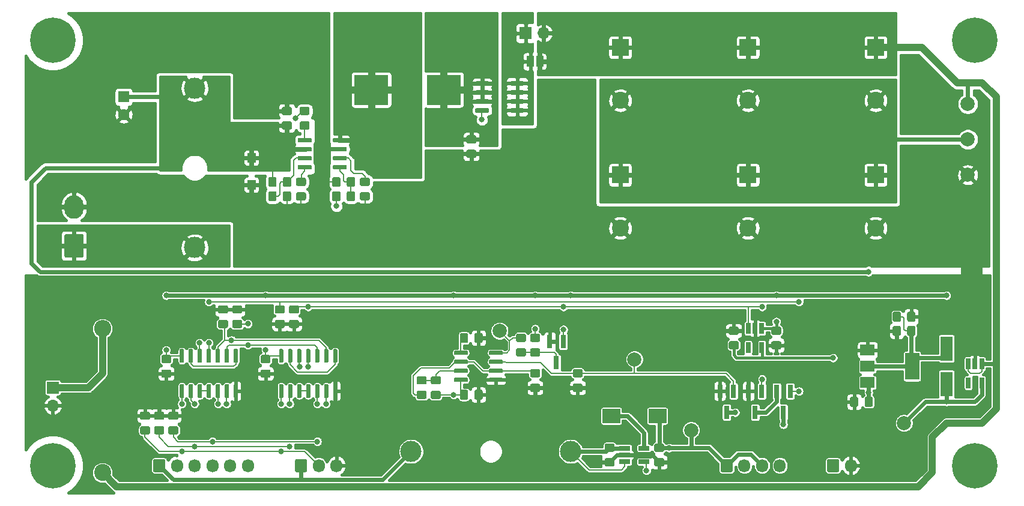
<source format=gbr>
G04 #@! TF.GenerationSoftware,KiCad,Pcbnew,5.1.5*
G04 #@! TF.CreationDate,2020-01-27T12:13:59+00:00*
G04 #@! TF.ProjectId,TSAL,5453414c-2e6b-4696-9361-645f70636258,rev?*
G04 #@! TF.SameCoordinates,PX5f5e100PY2625a00*
G04 #@! TF.FileFunction,Copper,L1,Top*
G04 #@! TF.FilePolarity,Positive*
%FSLAX46Y46*%
G04 Gerber Fmt 4.6, Leading zero omitted, Abs format (unit mm)*
G04 Created by KiCad (PCBNEW 5.1.5) date 2020-01-27 12:13:59*
%MOMM*%
%LPD*%
G04 APERTURE LIST*
%ADD10C,2.000000*%
%ADD11C,0.100000*%
%ADD12R,0.650000X1.560000*%
%ADD13R,1.800000X3.500000*%
%ADD14R,4.800000X4.200000*%
%ADD15R,2.500000X2.000000*%
%ADD16R,1.200000X1.400000*%
%ADD17C,1.600000*%
%ADD18R,1.600000X1.600000*%
%ADD19O,1.700000X1.850000*%
%ADD20O,2.400000X2.400000*%
%ADD21C,2.400000*%
%ADD22O,2.700000X3.300000*%
%ADD23C,3.000000*%
%ADD24C,6.400000*%
%ADD25R,0.800000X1.900000*%
%ADD26R,1.560000X0.650000*%
%ADD27R,1.000000X1.500000*%
%ADD28R,1.600000X2.400000*%
%ADD29R,4.800000X6.000000*%
%ADD30O,1.700000X1.700000*%
%ADD31R,1.700000X1.700000*%
%ADD32R,2.400000X2.400000*%
%ADD33R,2.000000X3.800000*%
%ADD34R,2.000000X1.500000*%
%ADD35C,0.800000*%
%ADD36C,0.600000*%
%ADD37C,0.200000*%
%ADD38C,0.400000*%
%ADD39C,1.000000*%
%ADD40C,0.254000*%
G04 APERTURE END LIST*
D10*
X134000000Y-24000000D03*
X134000000Y-19000000D03*
X134000000Y-14000000D03*
X95000000Y-60000000D03*
X125000000Y-59000000D03*
X87000000Y-50000000D03*
X68000000Y-46000000D03*
G04 #@! TA.AperFunction,SMDPad,CuDef*
D11*
G36*
X71314703Y-10795722D02*
G01*
X71329264Y-10797882D01*
X71343543Y-10801459D01*
X71357403Y-10806418D01*
X71370710Y-10812712D01*
X71383336Y-10820280D01*
X71395159Y-10829048D01*
X71406066Y-10838934D01*
X71415952Y-10849841D01*
X71424720Y-10861664D01*
X71432288Y-10874290D01*
X71438582Y-10887597D01*
X71443541Y-10901457D01*
X71447118Y-10915736D01*
X71449278Y-10930297D01*
X71450000Y-10945000D01*
X71450000Y-11245000D01*
X71449278Y-11259703D01*
X71447118Y-11274264D01*
X71443541Y-11288543D01*
X71438582Y-11302403D01*
X71432288Y-11315710D01*
X71424720Y-11328336D01*
X71415952Y-11340159D01*
X71406066Y-11351066D01*
X71395159Y-11360952D01*
X71383336Y-11369720D01*
X71370710Y-11377288D01*
X71357403Y-11383582D01*
X71343543Y-11388541D01*
X71329264Y-11392118D01*
X71314703Y-11394278D01*
X71300000Y-11395000D01*
X69650000Y-11395000D01*
X69635297Y-11394278D01*
X69620736Y-11392118D01*
X69606457Y-11388541D01*
X69592597Y-11383582D01*
X69579290Y-11377288D01*
X69566664Y-11369720D01*
X69554841Y-11360952D01*
X69543934Y-11351066D01*
X69534048Y-11340159D01*
X69525280Y-11328336D01*
X69517712Y-11315710D01*
X69511418Y-11302403D01*
X69506459Y-11288543D01*
X69502882Y-11274264D01*
X69500722Y-11259703D01*
X69500000Y-11245000D01*
X69500000Y-10945000D01*
X69500722Y-10930297D01*
X69502882Y-10915736D01*
X69506459Y-10901457D01*
X69511418Y-10887597D01*
X69517712Y-10874290D01*
X69525280Y-10861664D01*
X69534048Y-10849841D01*
X69543934Y-10838934D01*
X69554841Y-10829048D01*
X69566664Y-10820280D01*
X69579290Y-10812712D01*
X69592597Y-10806418D01*
X69606457Y-10801459D01*
X69620736Y-10797882D01*
X69635297Y-10795722D01*
X69650000Y-10795000D01*
X71300000Y-10795000D01*
X71314703Y-10795722D01*
G37*
G04 #@! TD.AperFunction*
G04 #@! TA.AperFunction,SMDPad,CuDef*
G36*
X71314703Y-12065722D02*
G01*
X71329264Y-12067882D01*
X71343543Y-12071459D01*
X71357403Y-12076418D01*
X71370710Y-12082712D01*
X71383336Y-12090280D01*
X71395159Y-12099048D01*
X71406066Y-12108934D01*
X71415952Y-12119841D01*
X71424720Y-12131664D01*
X71432288Y-12144290D01*
X71438582Y-12157597D01*
X71443541Y-12171457D01*
X71447118Y-12185736D01*
X71449278Y-12200297D01*
X71450000Y-12215000D01*
X71450000Y-12515000D01*
X71449278Y-12529703D01*
X71447118Y-12544264D01*
X71443541Y-12558543D01*
X71438582Y-12572403D01*
X71432288Y-12585710D01*
X71424720Y-12598336D01*
X71415952Y-12610159D01*
X71406066Y-12621066D01*
X71395159Y-12630952D01*
X71383336Y-12639720D01*
X71370710Y-12647288D01*
X71357403Y-12653582D01*
X71343543Y-12658541D01*
X71329264Y-12662118D01*
X71314703Y-12664278D01*
X71300000Y-12665000D01*
X69650000Y-12665000D01*
X69635297Y-12664278D01*
X69620736Y-12662118D01*
X69606457Y-12658541D01*
X69592597Y-12653582D01*
X69579290Y-12647288D01*
X69566664Y-12639720D01*
X69554841Y-12630952D01*
X69543934Y-12621066D01*
X69534048Y-12610159D01*
X69525280Y-12598336D01*
X69517712Y-12585710D01*
X69511418Y-12572403D01*
X69506459Y-12558543D01*
X69502882Y-12544264D01*
X69500722Y-12529703D01*
X69500000Y-12515000D01*
X69500000Y-12215000D01*
X69500722Y-12200297D01*
X69502882Y-12185736D01*
X69506459Y-12171457D01*
X69511418Y-12157597D01*
X69517712Y-12144290D01*
X69525280Y-12131664D01*
X69534048Y-12119841D01*
X69543934Y-12108934D01*
X69554841Y-12099048D01*
X69566664Y-12090280D01*
X69579290Y-12082712D01*
X69592597Y-12076418D01*
X69606457Y-12071459D01*
X69620736Y-12067882D01*
X69635297Y-12065722D01*
X69650000Y-12065000D01*
X71300000Y-12065000D01*
X71314703Y-12065722D01*
G37*
G04 #@! TD.AperFunction*
G04 #@! TA.AperFunction,SMDPad,CuDef*
G36*
X71314703Y-13335722D02*
G01*
X71329264Y-13337882D01*
X71343543Y-13341459D01*
X71357403Y-13346418D01*
X71370710Y-13352712D01*
X71383336Y-13360280D01*
X71395159Y-13369048D01*
X71406066Y-13378934D01*
X71415952Y-13389841D01*
X71424720Y-13401664D01*
X71432288Y-13414290D01*
X71438582Y-13427597D01*
X71443541Y-13441457D01*
X71447118Y-13455736D01*
X71449278Y-13470297D01*
X71450000Y-13485000D01*
X71450000Y-13785000D01*
X71449278Y-13799703D01*
X71447118Y-13814264D01*
X71443541Y-13828543D01*
X71438582Y-13842403D01*
X71432288Y-13855710D01*
X71424720Y-13868336D01*
X71415952Y-13880159D01*
X71406066Y-13891066D01*
X71395159Y-13900952D01*
X71383336Y-13909720D01*
X71370710Y-13917288D01*
X71357403Y-13923582D01*
X71343543Y-13928541D01*
X71329264Y-13932118D01*
X71314703Y-13934278D01*
X71300000Y-13935000D01*
X69650000Y-13935000D01*
X69635297Y-13934278D01*
X69620736Y-13932118D01*
X69606457Y-13928541D01*
X69592597Y-13923582D01*
X69579290Y-13917288D01*
X69566664Y-13909720D01*
X69554841Y-13900952D01*
X69543934Y-13891066D01*
X69534048Y-13880159D01*
X69525280Y-13868336D01*
X69517712Y-13855710D01*
X69511418Y-13842403D01*
X69506459Y-13828543D01*
X69502882Y-13814264D01*
X69500722Y-13799703D01*
X69500000Y-13785000D01*
X69500000Y-13485000D01*
X69500722Y-13470297D01*
X69502882Y-13455736D01*
X69506459Y-13441457D01*
X69511418Y-13427597D01*
X69517712Y-13414290D01*
X69525280Y-13401664D01*
X69534048Y-13389841D01*
X69543934Y-13378934D01*
X69554841Y-13369048D01*
X69566664Y-13360280D01*
X69579290Y-13352712D01*
X69592597Y-13346418D01*
X69606457Y-13341459D01*
X69620736Y-13337882D01*
X69635297Y-13335722D01*
X69650000Y-13335000D01*
X71300000Y-13335000D01*
X71314703Y-13335722D01*
G37*
G04 #@! TD.AperFunction*
G04 #@! TA.AperFunction,SMDPad,CuDef*
G36*
X71314703Y-14605722D02*
G01*
X71329264Y-14607882D01*
X71343543Y-14611459D01*
X71357403Y-14616418D01*
X71370710Y-14622712D01*
X71383336Y-14630280D01*
X71395159Y-14639048D01*
X71406066Y-14648934D01*
X71415952Y-14659841D01*
X71424720Y-14671664D01*
X71432288Y-14684290D01*
X71438582Y-14697597D01*
X71443541Y-14711457D01*
X71447118Y-14725736D01*
X71449278Y-14740297D01*
X71450000Y-14755000D01*
X71450000Y-15055000D01*
X71449278Y-15069703D01*
X71447118Y-15084264D01*
X71443541Y-15098543D01*
X71438582Y-15112403D01*
X71432288Y-15125710D01*
X71424720Y-15138336D01*
X71415952Y-15150159D01*
X71406066Y-15161066D01*
X71395159Y-15170952D01*
X71383336Y-15179720D01*
X71370710Y-15187288D01*
X71357403Y-15193582D01*
X71343543Y-15198541D01*
X71329264Y-15202118D01*
X71314703Y-15204278D01*
X71300000Y-15205000D01*
X69650000Y-15205000D01*
X69635297Y-15204278D01*
X69620736Y-15202118D01*
X69606457Y-15198541D01*
X69592597Y-15193582D01*
X69579290Y-15187288D01*
X69566664Y-15179720D01*
X69554841Y-15170952D01*
X69543934Y-15161066D01*
X69534048Y-15150159D01*
X69525280Y-15138336D01*
X69517712Y-15125710D01*
X69511418Y-15112403D01*
X69506459Y-15098543D01*
X69502882Y-15084264D01*
X69500722Y-15069703D01*
X69500000Y-15055000D01*
X69500000Y-14755000D01*
X69500722Y-14740297D01*
X69502882Y-14725736D01*
X69506459Y-14711457D01*
X69511418Y-14697597D01*
X69517712Y-14684290D01*
X69525280Y-14671664D01*
X69534048Y-14659841D01*
X69543934Y-14648934D01*
X69554841Y-14639048D01*
X69566664Y-14630280D01*
X69579290Y-14622712D01*
X69592597Y-14616418D01*
X69606457Y-14611459D01*
X69620736Y-14607882D01*
X69635297Y-14605722D01*
X69650000Y-14605000D01*
X71300000Y-14605000D01*
X71314703Y-14605722D01*
G37*
G04 #@! TD.AperFunction*
G04 #@! TA.AperFunction,SMDPad,CuDef*
G36*
X66364703Y-14605722D02*
G01*
X66379264Y-14607882D01*
X66393543Y-14611459D01*
X66407403Y-14616418D01*
X66420710Y-14622712D01*
X66433336Y-14630280D01*
X66445159Y-14639048D01*
X66456066Y-14648934D01*
X66465952Y-14659841D01*
X66474720Y-14671664D01*
X66482288Y-14684290D01*
X66488582Y-14697597D01*
X66493541Y-14711457D01*
X66497118Y-14725736D01*
X66499278Y-14740297D01*
X66500000Y-14755000D01*
X66500000Y-15055000D01*
X66499278Y-15069703D01*
X66497118Y-15084264D01*
X66493541Y-15098543D01*
X66488582Y-15112403D01*
X66482288Y-15125710D01*
X66474720Y-15138336D01*
X66465952Y-15150159D01*
X66456066Y-15161066D01*
X66445159Y-15170952D01*
X66433336Y-15179720D01*
X66420710Y-15187288D01*
X66407403Y-15193582D01*
X66393543Y-15198541D01*
X66379264Y-15202118D01*
X66364703Y-15204278D01*
X66350000Y-15205000D01*
X64700000Y-15205000D01*
X64685297Y-15204278D01*
X64670736Y-15202118D01*
X64656457Y-15198541D01*
X64642597Y-15193582D01*
X64629290Y-15187288D01*
X64616664Y-15179720D01*
X64604841Y-15170952D01*
X64593934Y-15161066D01*
X64584048Y-15150159D01*
X64575280Y-15138336D01*
X64567712Y-15125710D01*
X64561418Y-15112403D01*
X64556459Y-15098543D01*
X64552882Y-15084264D01*
X64550722Y-15069703D01*
X64550000Y-15055000D01*
X64550000Y-14755000D01*
X64550722Y-14740297D01*
X64552882Y-14725736D01*
X64556459Y-14711457D01*
X64561418Y-14697597D01*
X64567712Y-14684290D01*
X64575280Y-14671664D01*
X64584048Y-14659841D01*
X64593934Y-14648934D01*
X64604841Y-14639048D01*
X64616664Y-14630280D01*
X64629290Y-14622712D01*
X64642597Y-14616418D01*
X64656457Y-14611459D01*
X64670736Y-14607882D01*
X64685297Y-14605722D01*
X64700000Y-14605000D01*
X66350000Y-14605000D01*
X66364703Y-14605722D01*
G37*
G04 #@! TD.AperFunction*
G04 #@! TA.AperFunction,SMDPad,CuDef*
G36*
X66364703Y-13335722D02*
G01*
X66379264Y-13337882D01*
X66393543Y-13341459D01*
X66407403Y-13346418D01*
X66420710Y-13352712D01*
X66433336Y-13360280D01*
X66445159Y-13369048D01*
X66456066Y-13378934D01*
X66465952Y-13389841D01*
X66474720Y-13401664D01*
X66482288Y-13414290D01*
X66488582Y-13427597D01*
X66493541Y-13441457D01*
X66497118Y-13455736D01*
X66499278Y-13470297D01*
X66500000Y-13485000D01*
X66500000Y-13785000D01*
X66499278Y-13799703D01*
X66497118Y-13814264D01*
X66493541Y-13828543D01*
X66488582Y-13842403D01*
X66482288Y-13855710D01*
X66474720Y-13868336D01*
X66465952Y-13880159D01*
X66456066Y-13891066D01*
X66445159Y-13900952D01*
X66433336Y-13909720D01*
X66420710Y-13917288D01*
X66407403Y-13923582D01*
X66393543Y-13928541D01*
X66379264Y-13932118D01*
X66364703Y-13934278D01*
X66350000Y-13935000D01*
X64700000Y-13935000D01*
X64685297Y-13934278D01*
X64670736Y-13932118D01*
X64656457Y-13928541D01*
X64642597Y-13923582D01*
X64629290Y-13917288D01*
X64616664Y-13909720D01*
X64604841Y-13900952D01*
X64593934Y-13891066D01*
X64584048Y-13880159D01*
X64575280Y-13868336D01*
X64567712Y-13855710D01*
X64561418Y-13842403D01*
X64556459Y-13828543D01*
X64552882Y-13814264D01*
X64550722Y-13799703D01*
X64550000Y-13785000D01*
X64550000Y-13485000D01*
X64550722Y-13470297D01*
X64552882Y-13455736D01*
X64556459Y-13441457D01*
X64561418Y-13427597D01*
X64567712Y-13414290D01*
X64575280Y-13401664D01*
X64584048Y-13389841D01*
X64593934Y-13378934D01*
X64604841Y-13369048D01*
X64616664Y-13360280D01*
X64629290Y-13352712D01*
X64642597Y-13346418D01*
X64656457Y-13341459D01*
X64670736Y-13337882D01*
X64685297Y-13335722D01*
X64700000Y-13335000D01*
X66350000Y-13335000D01*
X66364703Y-13335722D01*
G37*
G04 #@! TD.AperFunction*
G04 #@! TA.AperFunction,SMDPad,CuDef*
G36*
X66364703Y-12065722D02*
G01*
X66379264Y-12067882D01*
X66393543Y-12071459D01*
X66407403Y-12076418D01*
X66420710Y-12082712D01*
X66433336Y-12090280D01*
X66445159Y-12099048D01*
X66456066Y-12108934D01*
X66465952Y-12119841D01*
X66474720Y-12131664D01*
X66482288Y-12144290D01*
X66488582Y-12157597D01*
X66493541Y-12171457D01*
X66497118Y-12185736D01*
X66499278Y-12200297D01*
X66500000Y-12215000D01*
X66500000Y-12515000D01*
X66499278Y-12529703D01*
X66497118Y-12544264D01*
X66493541Y-12558543D01*
X66488582Y-12572403D01*
X66482288Y-12585710D01*
X66474720Y-12598336D01*
X66465952Y-12610159D01*
X66456066Y-12621066D01*
X66445159Y-12630952D01*
X66433336Y-12639720D01*
X66420710Y-12647288D01*
X66407403Y-12653582D01*
X66393543Y-12658541D01*
X66379264Y-12662118D01*
X66364703Y-12664278D01*
X66350000Y-12665000D01*
X64700000Y-12665000D01*
X64685297Y-12664278D01*
X64670736Y-12662118D01*
X64656457Y-12658541D01*
X64642597Y-12653582D01*
X64629290Y-12647288D01*
X64616664Y-12639720D01*
X64604841Y-12630952D01*
X64593934Y-12621066D01*
X64584048Y-12610159D01*
X64575280Y-12598336D01*
X64567712Y-12585710D01*
X64561418Y-12572403D01*
X64556459Y-12558543D01*
X64552882Y-12544264D01*
X64550722Y-12529703D01*
X64550000Y-12515000D01*
X64550000Y-12215000D01*
X64550722Y-12200297D01*
X64552882Y-12185736D01*
X64556459Y-12171457D01*
X64561418Y-12157597D01*
X64567712Y-12144290D01*
X64575280Y-12131664D01*
X64584048Y-12119841D01*
X64593934Y-12108934D01*
X64604841Y-12099048D01*
X64616664Y-12090280D01*
X64629290Y-12082712D01*
X64642597Y-12076418D01*
X64656457Y-12071459D01*
X64670736Y-12067882D01*
X64685297Y-12065722D01*
X64700000Y-12065000D01*
X66350000Y-12065000D01*
X66364703Y-12065722D01*
G37*
G04 #@! TD.AperFunction*
G04 #@! TA.AperFunction,SMDPad,CuDef*
G36*
X66364703Y-10795722D02*
G01*
X66379264Y-10797882D01*
X66393543Y-10801459D01*
X66407403Y-10806418D01*
X66420710Y-10812712D01*
X66433336Y-10820280D01*
X66445159Y-10829048D01*
X66456066Y-10838934D01*
X66465952Y-10849841D01*
X66474720Y-10861664D01*
X66482288Y-10874290D01*
X66488582Y-10887597D01*
X66493541Y-10901457D01*
X66497118Y-10915736D01*
X66499278Y-10930297D01*
X66500000Y-10945000D01*
X66500000Y-11245000D01*
X66499278Y-11259703D01*
X66497118Y-11274264D01*
X66493541Y-11288543D01*
X66488582Y-11302403D01*
X66482288Y-11315710D01*
X66474720Y-11328336D01*
X66465952Y-11340159D01*
X66456066Y-11351066D01*
X66445159Y-11360952D01*
X66433336Y-11369720D01*
X66420710Y-11377288D01*
X66407403Y-11383582D01*
X66393543Y-11388541D01*
X66379264Y-11392118D01*
X66364703Y-11394278D01*
X66350000Y-11395000D01*
X64700000Y-11395000D01*
X64685297Y-11394278D01*
X64670736Y-11392118D01*
X64656457Y-11388541D01*
X64642597Y-11383582D01*
X64629290Y-11377288D01*
X64616664Y-11369720D01*
X64604841Y-11360952D01*
X64593934Y-11351066D01*
X64584048Y-11340159D01*
X64575280Y-11328336D01*
X64567712Y-11315710D01*
X64561418Y-11302403D01*
X64556459Y-11288543D01*
X64552882Y-11274264D01*
X64550722Y-11259703D01*
X64550000Y-11245000D01*
X64550000Y-10945000D01*
X64550722Y-10930297D01*
X64552882Y-10915736D01*
X64556459Y-10901457D01*
X64561418Y-10887597D01*
X64567712Y-10874290D01*
X64575280Y-10861664D01*
X64584048Y-10849841D01*
X64593934Y-10838934D01*
X64604841Y-10829048D01*
X64616664Y-10820280D01*
X64629290Y-10812712D01*
X64642597Y-10806418D01*
X64656457Y-10801459D01*
X64670736Y-10797882D01*
X64685297Y-10795722D01*
X64700000Y-10795000D01*
X66350000Y-10795000D01*
X66364703Y-10795722D01*
G37*
G04 #@! TD.AperFunction*
G04 #@! TA.AperFunction,SMDPad,CuDef*
G36*
X46314703Y-18795722D02*
G01*
X46329264Y-18797882D01*
X46343543Y-18801459D01*
X46357403Y-18806418D01*
X46370710Y-18812712D01*
X46383336Y-18820280D01*
X46395159Y-18829048D01*
X46406066Y-18838934D01*
X46415952Y-18849841D01*
X46424720Y-18861664D01*
X46432288Y-18874290D01*
X46438582Y-18887597D01*
X46443541Y-18901457D01*
X46447118Y-18915736D01*
X46449278Y-18930297D01*
X46450000Y-18945000D01*
X46450000Y-19245000D01*
X46449278Y-19259703D01*
X46447118Y-19274264D01*
X46443541Y-19288543D01*
X46438582Y-19302403D01*
X46432288Y-19315710D01*
X46424720Y-19328336D01*
X46415952Y-19340159D01*
X46406066Y-19351066D01*
X46395159Y-19360952D01*
X46383336Y-19369720D01*
X46370710Y-19377288D01*
X46357403Y-19383582D01*
X46343543Y-19388541D01*
X46329264Y-19392118D01*
X46314703Y-19394278D01*
X46300000Y-19395000D01*
X44650000Y-19395000D01*
X44635297Y-19394278D01*
X44620736Y-19392118D01*
X44606457Y-19388541D01*
X44592597Y-19383582D01*
X44579290Y-19377288D01*
X44566664Y-19369720D01*
X44554841Y-19360952D01*
X44543934Y-19351066D01*
X44534048Y-19340159D01*
X44525280Y-19328336D01*
X44517712Y-19315710D01*
X44511418Y-19302403D01*
X44506459Y-19288543D01*
X44502882Y-19274264D01*
X44500722Y-19259703D01*
X44500000Y-19245000D01*
X44500000Y-18945000D01*
X44500722Y-18930297D01*
X44502882Y-18915736D01*
X44506459Y-18901457D01*
X44511418Y-18887597D01*
X44517712Y-18874290D01*
X44525280Y-18861664D01*
X44534048Y-18849841D01*
X44543934Y-18838934D01*
X44554841Y-18829048D01*
X44566664Y-18820280D01*
X44579290Y-18812712D01*
X44592597Y-18806418D01*
X44606457Y-18801459D01*
X44620736Y-18797882D01*
X44635297Y-18795722D01*
X44650000Y-18795000D01*
X46300000Y-18795000D01*
X46314703Y-18795722D01*
G37*
G04 #@! TD.AperFunction*
G04 #@! TA.AperFunction,SMDPad,CuDef*
G36*
X46314703Y-20065722D02*
G01*
X46329264Y-20067882D01*
X46343543Y-20071459D01*
X46357403Y-20076418D01*
X46370710Y-20082712D01*
X46383336Y-20090280D01*
X46395159Y-20099048D01*
X46406066Y-20108934D01*
X46415952Y-20119841D01*
X46424720Y-20131664D01*
X46432288Y-20144290D01*
X46438582Y-20157597D01*
X46443541Y-20171457D01*
X46447118Y-20185736D01*
X46449278Y-20200297D01*
X46450000Y-20215000D01*
X46450000Y-20515000D01*
X46449278Y-20529703D01*
X46447118Y-20544264D01*
X46443541Y-20558543D01*
X46438582Y-20572403D01*
X46432288Y-20585710D01*
X46424720Y-20598336D01*
X46415952Y-20610159D01*
X46406066Y-20621066D01*
X46395159Y-20630952D01*
X46383336Y-20639720D01*
X46370710Y-20647288D01*
X46357403Y-20653582D01*
X46343543Y-20658541D01*
X46329264Y-20662118D01*
X46314703Y-20664278D01*
X46300000Y-20665000D01*
X44650000Y-20665000D01*
X44635297Y-20664278D01*
X44620736Y-20662118D01*
X44606457Y-20658541D01*
X44592597Y-20653582D01*
X44579290Y-20647288D01*
X44566664Y-20639720D01*
X44554841Y-20630952D01*
X44543934Y-20621066D01*
X44534048Y-20610159D01*
X44525280Y-20598336D01*
X44517712Y-20585710D01*
X44511418Y-20572403D01*
X44506459Y-20558543D01*
X44502882Y-20544264D01*
X44500722Y-20529703D01*
X44500000Y-20515000D01*
X44500000Y-20215000D01*
X44500722Y-20200297D01*
X44502882Y-20185736D01*
X44506459Y-20171457D01*
X44511418Y-20157597D01*
X44517712Y-20144290D01*
X44525280Y-20131664D01*
X44534048Y-20119841D01*
X44543934Y-20108934D01*
X44554841Y-20099048D01*
X44566664Y-20090280D01*
X44579290Y-20082712D01*
X44592597Y-20076418D01*
X44606457Y-20071459D01*
X44620736Y-20067882D01*
X44635297Y-20065722D01*
X44650000Y-20065000D01*
X46300000Y-20065000D01*
X46314703Y-20065722D01*
G37*
G04 #@! TD.AperFunction*
G04 #@! TA.AperFunction,SMDPad,CuDef*
G36*
X46314703Y-21335722D02*
G01*
X46329264Y-21337882D01*
X46343543Y-21341459D01*
X46357403Y-21346418D01*
X46370710Y-21352712D01*
X46383336Y-21360280D01*
X46395159Y-21369048D01*
X46406066Y-21378934D01*
X46415952Y-21389841D01*
X46424720Y-21401664D01*
X46432288Y-21414290D01*
X46438582Y-21427597D01*
X46443541Y-21441457D01*
X46447118Y-21455736D01*
X46449278Y-21470297D01*
X46450000Y-21485000D01*
X46450000Y-21785000D01*
X46449278Y-21799703D01*
X46447118Y-21814264D01*
X46443541Y-21828543D01*
X46438582Y-21842403D01*
X46432288Y-21855710D01*
X46424720Y-21868336D01*
X46415952Y-21880159D01*
X46406066Y-21891066D01*
X46395159Y-21900952D01*
X46383336Y-21909720D01*
X46370710Y-21917288D01*
X46357403Y-21923582D01*
X46343543Y-21928541D01*
X46329264Y-21932118D01*
X46314703Y-21934278D01*
X46300000Y-21935000D01*
X44650000Y-21935000D01*
X44635297Y-21934278D01*
X44620736Y-21932118D01*
X44606457Y-21928541D01*
X44592597Y-21923582D01*
X44579290Y-21917288D01*
X44566664Y-21909720D01*
X44554841Y-21900952D01*
X44543934Y-21891066D01*
X44534048Y-21880159D01*
X44525280Y-21868336D01*
X44517712Y-21855710D01*
X44511418Y-21842403D01*
X44506459Y-21828543D01*
X44502882Y-21814264D01*
X44500722Y-21799703D01*
X44500000Y-21785000D01*
X44500000Y-21485000D01*
X44500722Y-21470297D01*
X44502882Y-21455736D01*
X44506459Y-21441457D01*
X44511418Y-21427597D01*
X44517712Y-21414290D01*
X44525280Y-21401664D01*
X44534048Y-21389841D01*
X44543934Y-21378934D01*
X44554841Y-21369048D01*
X44566664Y-21360280D01*
X44579290Y-21352712D01*
X44592597Y-21346418D01*
X44606457Y-21341459D01*
X44620736Y-21337882D01*
X44635297Y-21335722D01*
X44650000Y-21335000D01*
X46300000Y-21335000D01*
X46314703Y-21335722D01*
G37*
G04 #@! TD.AperFunction*
G04 #@! TA.AperFunction,SMDPad,CuDef*
G36*
X46314703Y-22605722D02*
G01*
X46329264Y-22607882D01*
X46343543Y-22611459D01*
X46357403Y-22616418D01*
X46370710Y-22622712D01*
X46383336Y-22630280D01*
X46395159Y-22639048D01*
X46406066Y-22648934D01*
X46415952Y-22659841D01*
X46424720Y-22671664D01*
X46432288Y-22684290D01*
X46438582Y-22697597D01*
X46443541Y-22711457D01*
X46447118Y-22725736D01*
X46449278Y-22740297D01*
X46450000Y-22755000D01*
X46450000Y-23055000D01*
X46449278Y-23069703D01*
X46447118Y-23084264D01*
X46443541Y-23098543D01*
X46438582Y-23112403D01*
X46432288Y-23125710D01*
X46424720Y-23138336D01*
X46415952Y-23150159D01*
X46406066Y-23161066D01*
X46395159Y-23170952D01*
X46383336Y-23179720D01*
X46370710Y-23187288D01*
X46357403Y-23193582D01*
X46343543Y-23198541D01*
X46329264Y-23202118D01*
X46314703Y-23204278D01*
X46300000Y-23205000D01*
X44650000Y-23205000D01*
X44635297Y-23204278D01*
X44620736Y-23202118D01*
X44606457Y-23198541D01*
X44592597Y-23193582D01*
X44579290Y-23187288D01*
X44566664Y-23179720D01*
X44554841Y-23170952D01*
X44543934Y-23161066D01*
X44534048Y-23150159D01*
X44525280Y-23138336D01*
X44517712Y-23125710D01*
X44511418Y-23112403D01*
X44506459Y-23098543D01*
X44502882Y-23084264D01*
X44500722Y-23069703D01*
X44500000Y-23055000D01*
X44500000Y-22755000D01*
X44500722Y-22740297D01*
X44502882Y-22725736D01*
X44506459Y-22711457D01*
X44511418Y-22697597D01*
X44517712Y-22684290D01*
X44525280Y-22671664D01*
X44534048Y-22659841D01*
X44543934Y-22648934D01*
X44554841Y-22639048D01*
X44566664Y-22630280D01*
X44579290Y-22622712D01*
X44592597Y-22616418D01*
X44606457Y-22611459D01*
X44620736Y-22607882D01*
X44635297Y-22605722D01*
X44650000Y-22605000D01*
X46300000Y-22605000D01*
X46314703Y-22605722D01*
G37*
G04 #@! TD.AperFunction*
G04 #@! TA.AperFunction,SMDPad,CuDef*
G36*
X41364703Y-22605722D02*
G01*
X41379264Y-22607882D01*
X41393543Y-22611459D01*
X41407403Y-22616418D01*
X41420710Y-22622712D01*
X41433336Y-22630280D01*
X41445159Y-22639048D01*
X41456066Y-22648934D01*
X41465952Y-22659841D01*
X41474720Y-22671664D01*
X41482288Y-22684290D01*
X41488582Y-22697597D01*
X41493541Y-22711457D01*
X41497118Y-22725736D01*
X41499278Y-22740297D01*
X41500000Y-22755000D01*
X41500000Y-23055000D01*
X41499278Y-23069703D01*
X41497118Y-23084264D01*
X41493541Y-23098543D01*
X41488582Y-23112403D01*
X41482288Y-23125710D01*
X41474720Y-23138336D01*
X41465952Y-23150159D01*
X41456066Y-23161066D01*
X41445159Y-23170952D01*
X41433336Y-23179720D01*
X41420710Y-23187288D01*
X41407403Y-23193582D01*
X41393543Y-23198541D01*
X41379264Y-23202118D01*
X41364703Y-23204278D01*
X41350000Y-23205000D01*
X39700000Y-23205000D01*
X39685297Y-23204278D01*
X39670736Y-23202118D01*
X39656457Y-23198541D01*
X39642597Y-23193582D01*
X39629290Y-23187288D01*
X39616664Y-23179720D01*
X39604841Y-23170952D01*
X39593934Y-23161066D01*
X39584048Y-23150159D01*
X39575280Y-23138336D01*
X39567712Y-23125710D01*
X39561418Y-23112403D01*
X39556459Y-23098543D01*
X39552882Y-23084264D01*
X39550722Y-23069703D01*
X39550000Y-23055000D01*
X39550000Y-22755000D01*
X39550722Y-22740297D01*
X39552882Y-22725736D01*
X39556459Y-22711457D01*
X39561418Y-22697597D01*
X39567712Y-22684290D01*
X39575280Y-22671664D01*
X39584048Y-22659841D01*
X39593934Y-22648934D01*
X39604841Y-22639048D01*
X39616664Y-22630280D01*
X39629290Y-22622712D01*
X39642597Y-22616418D01*
X39656457Y-22611459D01*
X39670736Y-22607882D01*
X39685297Y-22605722D01*
X39700000Y-22605000D01*
X41350000Y-22605000D01*
X41364703Y-22605722D01*
G37*
G04 #@! TD.AperFunction*
G04 #@! TA.AperFunction,SMDPad,CuDef*
G36*
X41364703Y-21335722D02*
G01*
X41379264Y-21337882D01*
X41393543Y-21341459D01*
X41407403Y-21346418D01*
X41420710Y-21352712D01*
X41433336Y-21360280D01*
X41445159Y-21369048D01*
X41456066Y-21378934D01*
X41465952Y-21389841D01*
X41474720Y-21401664D01*
X41482288Y-21414290D01*
X41488582Y-21427597D01*
X41493541Y-21441457D01*
X41497118Y-21455736D01*
X41499278Y-21470297D01*
X41500000Y-21485000D01*
X41500000Y-21785000D01*
X41499278Y-21799703D01*
X41497118Y-21814264D01*
X41493541Y-21828543D01*
X41488582Y-21842403D01*
X41482288Y-21855710D01*
X41474720Y-21868336D01*
X41465952Y-21880159D01*
X41456066Y-21891066D01*
X41445159Y-21900952D01*
X41433336Y-21909720D01*
X41420710Y-21917288D01*
X41407403Y-21923582D01*
X41393543Y-21928541D01*
X41379264Y-21932118D01*
X41364703Y-21934278D01*
X41350000Y-21935000D01*
X39700000Y-21935000D01*
X39685297Y-21934278D01*
X39670736Y-21932118D01*
X39656457Y-21928541D01*
X39642597Y-21923582D01*
X39629290Y-21917288D01*
X39616664Y-21909720D01*
X39604841Y-21900952D01*
X39593934Y-21891066D01*
X39584048Y-21880159D01*
X39575280Y-21868336D01*
X39567712Y-21855710D01*
X39561418Y-21842403D01*
X39556459Y-21828543D01*
X39552882Y-21814264D01*
X39550722Y-21799703D01*
X39550000Y-21785000D01*
X39550000Y-21485000D01*
X39550722Y-21470297D01*
X39552882Y-21455736D01*
X39556459Y-21441457D01*
X39561418Y-21427597D01*
X39567712Y-21414290D01*
X39575280Y-21401664D01*
X39584048Y-21389841D01*
X39593934Y-21378934D01*
X39604841Y-21369048D01*
X39616664Y-21360280D01*
X39629290Y-21352712D01*
X39642597Y-21346418D01*
X39656457Y-21341459D01*
X39670736Y-21337882D01*
X39685297Y-21335722D01*
X39700000Y-21335000D01*
X41350000Y-21335000D01*
X41364703Y-21335722D01*
G37*
G04 #@! TD.AperFunction*
G04 #@! TA.AperFunction,SMDPad,CuDef*
G36*
X41364703Y-20065722D02*
G01*
X41379264Y-20067882D01*
X41393543Y-20071459D01*
X41407403Y-20076418D01*
X41420710Y-20082712D01*
X41433336Y-20090280D01*
X41445159Y-20099048D01*
X41456066Y-20108934D01*
X41465952Y-20119841D01*
X41474720Y-20131664D01*
X41482288Y-20144290D01*
X41488582Y-20157597D01*
X41493541Y-20171457D01*
X41497118Y-20185736D01*
X41499278Y-20200297D01*
X41500000Y-20215000D01*
X41500000Y-20515000D01*
X41499278Y-20529703D01*
X41497118Y-20544264D01*
X41493541Y-20558543D01*
X41488582Y-20572403D01*
X41482288Y-20585710D01*
X41474720Y-20598336D01*
X41465952Y-20610159D01*
X41456066Y-20621066D01*
X41445159Y-20630952D01*
X41433336Y-20639720D01*
X41420710Y-20647288D01*
X41407403Y-20653582D01*
X41393543Y-20658541D01*
X41379264Y-20662118D01*
X41364703Y-20664278D01*
X41350000Y-20665000D01*
X39700000Y-20665000D01*
X39685297Y-20664278D01*
X39670736Y-20662118D01*
X39656457Y-20658541D01*
X39642597Y-20653582D01*
X39629290Y-20647288D01*
X39616664Y-20639720D01*
X39604841Y-20630952D01*
X39593934Y-20621066D01*
X39584048Y-20610159D01*
X39575280Y-20598336D01*
X39567712Y-20585710D01*
X39561418Y-20572403D01*
X39556459Y-20558543D01*
X39552882Y-20544264D01*
X39550722Y-20529703D01*
X39550000Y-20515000D01*
X39550000Y-20215000D01*
X39550722Y-20200297D01*
X39552882Y-20185736D01*
X39556459Y-20171457D01*
X39561418Y-20157597D01*
X39567712Y-20144290D01*
X39575280Y-20131664D01*
X39584048Y-20119841D01*
X39593934Y-20108934D01*
X39604841Y-20099048D01*
X39616664Y-20090280D01*
X39629290Y-20082712D01*
X39642597Y-20076418D01*
X39656457Y-20071459D01*
X39670736Y-20067882D01*
X39685297Y-20065722D01*
X39700000Y-20065000D01*
X41350000Y-20065000D01*
X41364703Y-20065722D01*
G37*
G04 #@! TD.AperFunction*
G04 #@! TA.AperFunction,SMDPad,CuDef*
G36*
X41364703Y-18795722D02*
G01*
X41379264Y-18797882D01*
X41393543Y-18801459D01*
X41407403Y-18806418D01*
X41420710Y-18812712D01*
X41433336Y-18820280D01*
X41445159Y-18829048D01*
X41456066Y-18838934D01*
X41465952Y-18849841D01*
X41474720Y-18861664D01*
X41482288Y-18874290D01*
X41488582Y-18887597D01*
X41493541Y-18901457D01*
X41497118Y-18915736D01*
X41499278Y-18930297D01*
X41500000Y-18945000D01*
X41500000Y-19245000D01*
X41499278Y-19259703D01*
X41497118Y-19274264D01*
X41493541Y-19288543D01*
X41488582Y-19302403D01*
X41482288Y-19315710D01*
X41474720Y-19328336D01*
X41465952Y-19340159D01*
X41456066Y-19351066D01*
X41445159Y-19360952D01*
X41433336Y-19369720D01*
X41420710Y-19377288D01*
X41407403Y-19383582D01*
X41393543Y-19388541D01*
X41379264Y-19392118D01*
X41364703Y-19394278D01*
X41350000Y-19395000D01*
X39700000Y-19395000D01*
X39685297Y-19394278D01*
X39670736Y-19392118D01*
X39656457Y-19388541D01*
X39642597Y-19383582D01*
X39629290Y-19377288D01*
X39616664Y-19369720D01*
X39604841Y-19360952D01*
X39593934Y-19351066D01*
X39584048Y-19340159D01*
X39575280Y-19328336D01*
X39567712Y-19315710D01*
X39561418Y-19302403D01*
X39556459Y-19288543D01*
X39552882Y-19274264D01*
X39550722Y-19259703D01*
X39550000Y-19245000D01*
X39550000Y-18945000D01*
X39550722Y-18930297D01*
X39552882Y-18915736D01*
X39556459Y-18901457D01*
X39561418Y-18887597D01*
X39567712Y-18874290D01*
X39575280Y-18861664D01*
X39584048Y-18849841D01*
X39593934Y-18838934D01*
X39604841Y-18829048D01*
X39616664Y-18820280D01*
X39629290Y-18812712D01*
X39642597Y-18806418D01*
X39656457Y-18801459D01*
X39670736Y-18797882D01*
X39685297Y-18795722D01*
X39700000Y-18795000D01*
X41350000Y-18795000D01*
X41364703Y-18795722D01*
G37*
G04 #@! TD.AperFunction*
G04 #@! TA.AperFunction,SMDPad,CuDef*
G36*
X43978927Y-19351207D02*
G01*
X44003257Y-19354816D01*
X44027117Y-19360792D01*
X44050276Y-19369079D01*
X44072511Y-19379595D01*
X44093608Y-19392240D01*
X44113364Y-19406893D01*
X44131589Y-19423411D01*
X44148107Y-19441636D01*
X44162760Y-19461392D01*
X44175405Y-19482489D01*
X44185921Y-19504724D01*
X44194208Y-19527883D01*
X44200184Y-19551743D01*
X44203793Y-19576073D01*
X44205000Y-19600640D01*
X44205000Y-22399360D01*
X44203793Y-22423927D01*
X44200184Y-22448257D01*
X44194208Y-22472117D01*
X44185921Y-22495276D01*
X44175405Y-22517511D01*
X44162760Y-22538608D01*
X44148107Y-22558364D01*
X44131589Y-22576589D01*
X44113364Y-22593107D01*
X44093608Y-22607760D01*
X44072511Y-22620405D01*
X44050276Y-22630921D01*
X44027117Y-22639208D01*
X44003257Y-22645184D01*
X43978927Y-22648793D01*
X43954360Y-22650000D01*
X42045640Y-22650000D01*
X42021073Y-22648793D01*
X41996743Y-22645184D01*
X41972883Y-22639208D01*
X41949724Y-22630921D01*
X41927489Y-22620405D01*
X41906392Y-22607760D01*
X41886636Y-22593107D01*
X41868411Y-22576589D01*
X41851893Y-22558364D01*
X41837240Y-22538608D01*
X41824595Y-22517511D01*
X41814079Y-22495276D01*
X41805792Y-22472117D01*
X41799816Y-22448257D01*
X41796207Y-22423927D01*
X41795000Y-22399360D01*
X41795000Y-19600640D01*
X41796207Y-19576073D01*
X41799816Y-19551743D01*
X41805792Y-19527883D01*
X41814079Y-19504724D01*
X41824595Y-19482489D01*
X41837240Y-19461392D01*
X41851893Y-19441636D01*
X41868411Y-19423411D01*
X41886636Y-19406893D01*
X41906392Y-19392240D01*
X41927489Y-19379595D01*
X41949724Y-19369079D01*
X41972883Y-19360792D01*
X41996743Y-19354816D01*
X42021073Y-19351207D01*
X42045640Y-19350000D01*
X43954360Y-19350000D01*
X43978927Y-19351207D01*
G37*
G04 #@! TD.AperFunction*
D12*
X135950000Y-53350000D03*
X134050000Y-53350000D03*
X134050000Y-50650000D03*
X135000000Y-50650000D03*
X135950000Y-50650000D03*
D13*
X131000000Y-48500000D03*
X131000000Y-53500000D03*
D14*
X49900000Y-12000000D03*
X60100000Y-12000000D03*
D15*
X90250000Y-58000000D03*
X83750000Y-58000000D03*
G04 #@! TA.AperFunction,SMDPad,CuDef*
D11*
G36*
X38374910Y-26301202D02*
G01*
X38399135Y-26304795D01*
X38422891Y-26310746D01*
X38445949Y-26318996D01*
X38468087Y-26329467D01*
X38489093Y-26342057D01*
X38508763Y-26356645D01*
X38526908Y-26373092D01*
X38543355Y-26391237D01*
X38557943Y-26410907D01*
X38570533Y-26431913D01*
X38581004Y-26454051D01*
X38589254Y-26477109D01*
X38595205Y-26500865D01*
X38598798Y-26525090D01*
X38600000Y-26549550D01*
X38600000Y-27450450D01*
X38598798Y-27474910D01*
X38595205Y-27499135D01*
X38589254Y-27522891D01*
X38581004Y-27545949D01*
X38570533Y-27568087D01*
X38557943Y-27589093D01*
X38543355Y-27608763D01*
X38526908Y-27626908D01*
X38508763Y-27643355D01*
X38489093Y-27657943D01*
X38468087Y-27670533D01*
X38445949Y-27681004D01*
X38422891Y-27689254D01*
X38399135Y-27695205D01*
X38374910Y-27698798D01*
X38350450Y-27700000D01*
X37699550Y-27700000D01*
X37675090Y-27698798D01*
X37650865Y-27695205D01*
X37627109Y-27689254D01*
X37604051Y-27681004D01*
X37581913Y-27670533D01*
X37560907Y-27657943D01*
X37541237Y-27643355D01*
X37523092Y-27626908D01*
X37506645Y-27608763D01*
X37492057Y-27589093D01*
X37479467Y-27568087D01*
X37468996Y-27545949D01*
X37460746Y-27522891D01*
X37454795Y-27499135D01*
X37451202Y-27474910D01*
X37450000Y-27450450D01*
X37450000Y-26549550D01*
X37451202Y-26525090D01*
X37454795Y-26500865D01*
X37460746Y-26477109D01*
X37468996Y-26454051D01*
X37479467Y-26431913D01*
X37492057Y-26410907D01*
X37506645Y-26391237D01*
X37523092Y-26373092D01*
X37541237Y-26356645D01*
X37560907Y-26342057D01*
X37581913Y-26329467D01*
X37604051Y-26318996D01*
X37627109Y-26310746D01*
X37650865Y-26304795D01*
X37675090Y-26301202D01*
X37699550Y-26300000D01*
X38350450Y-26300000D01*
X38374910Y-26301202D01*
G37*
G04 #@! TD.AperFunction*
G04 #@! TA.AperFunction,SMDPad,CuDef*
G36*
X36324505Y-26301204D02*
G01*
X36348773Y-26304804D01*
X36372572Y-26310765D01*
X36395671Y-26319030D01*
X36417850Y-26329520D01*
X36438893Y-26342132D01*
X36458599Y-26356747D01*
X36476777Y-26373223D01*
X36493253Y-26391401D01*
X36507868Y-26411107D01*
X36520480Y-26432150D01*
X36530970Y-26454329D01*
X36539235Y-26477428D01*
X36545196Y-26501227D01*
X36548796Y-26525495D01*
X36550000Y-26549999D01*
X36550000Y-27450001D01*
X36548796Y-27474505D01*
X36545196Y-27498773D01*
X36539235Y-27522572D01*
X36530970Y-27545671D01*
X36520480Y-27567850D01*
X36507868Y-27588893D01*
X36493253Y-27608599D01*
X36476777Y-27626777D01*
X36458599Y-27643253D01*
X36438893Y-27657868D01*
X36417850Y-27670480D01*
X36395671Y-27680970D01*
X36372572Y-27689235D01*
X36348773Y-27695196D01*
X36324505Y-27698796D01*
X36300001Y-27700000D01*
X35649999Y-27700000D01*
X35625495Y-27698796D01*
X35601227Y-27695196D01*
X35577428Y-27689235D01*
X35554329Y-27680970D01*
X35532150Y-27670480D01*
X35511107Y-27657868D01*
X35491401Y-27643253D01*
X35473223Y-27626777D01*
X35456747Y-27608599D01*
X35442132Y-27588893D01*
X35429520Y-27567850D01*
X35419030Y-27545671D01*
X35410765Y-27522572D01*
X35404804Y-27498773D01*
X35401204Y-27474505D01*
X35400000Y-27450001D01*
X35400000Y-26549999D01*
X35401204Y-26525495D01*
X35404804Y-26501227D01*
X35410765Y-26477428D01*
X35419030Y-26454329D01*
X35429520Y-26432150D01*
X35442132Y-26411107D01*
X35456747Y-26391401D01*
X35473223Y-26373223D01*
X35491401Y-26356747D01*
X35511107Y-26342132D01*
X35532150Y-26329520D01*
X35554329Y-26319030D01*
X35577428Y-26310765D01*
X35601227Y-26304804D01*
X35625495Y-26301204D01*
X35649999Y-26300000D01*
X36300001Y-26300000D01*
X36324505Y-26301204D01*
G37*
G04 #@! TD.AperFunction*
G04 #@! TA.AperFunction,SMDPad,CuDef*
G36*
X38374505Y-24301204D02*
G01*
X38398773Y-24304804D01*
X38422572Y-24310765D01*
X38445671Y-24319030D01*
X38467850Y-24329520D01*
X38488893Y-24342132D01*
X38508599Y-24356747D01*
X38526777Y-24373223D01*
X38543253Y-24391401D01*
X38557868Y-24411107D01*
X38570480Y-24432150D01*
X38580970Y-24454329D01*
X38589235Y-24477428D01*
X38595196Y-24501227D01*
X38598796Y-24525495D01*
X38600000Y-24549999D01*
X38600000Y-25450001D01*
X38598796Y-25474505D01*
X38595196Y-25498773D01*
X38589235Y-25522572D01*
X38580970Y-25545671D01*
X38570480Y-25567850D01*
X38557868Y-25588893D01*
X38543253Y-25608599D01*
X38526777Y-25626777D01*
X38508599Y-25643253D01*
X38488893Y-25657868D01*
X38467850Y-25670480D01*
X38445671Y-25680970D01*
X38422572Y-25689235D01*
X38398773Y-25695196D01*
X38374505Y-25698796D01*
X38350001Y-25700000D01*
X37699999Y-25700000D01*
X37675495Y-25698796D01*
X37651227Y-25695196D01*
X37627428Y-25689235D01*
X37604329Y-25680970D01*
X37582150Y-25670480D01*
X37561107Y-25657868D01*
X37541401Y-25643253D01*
X37523223Y-25626777D01*
X37506747Y-25608599D01*
X37492132Y-25588893D01*
X37479520Y-25567850D01*
X37469030Y-25545671D01*
X37460765Y-25522572D01*
X37454804Y-25498773D01*
X37451204Y-25474505D01*
X37450000Y-25450001D01*
X37450000Y-24549999D01*
X37451204Y-24525495D01*
X37454804Y-24501227D01*
X37460765Y-24477428D01*
X37469030Y-24454329D01*
X37479520Y-24432150D01*
X37492132Y-24411107D01*
X37506747Y-24391401D01*
X37523223Y-24373223D01*
X37541401Y-24356747D01*
X37561107Y-24342132D01*
X37582150Y-24329520D01*
X37604329Y-24319030D01*
X37627428Y-24310765D01*
X37651227Y-24304804D01*
X37675495Y-24301204D01*
X37699999Y-24300000D01*
X38350001Y-24300000D01*
X38374505Y-24301204D01*
G37*
G04 #@! TD.AperFunction*
G04 #@! TA.AperFunction,SMDPad,CuDef*
G36*
X36324505Y-24301204D02*
G01*
X36348773Y-24304804D01*
X36372572Y-24310765D01*
X36395671Y-24319030D01*
X36417850Y-24329520D01*
X36438893Y-24342132D01*
X36458599Y-24356747D01*
X36476777Y-24373223D01*
X36493253Y-24391401D01*
X36507868Y-24411107D01*
X36520480Y-24432150D01*
X36530970Y-24454329D01*
X36539235Y-24477428D01*
X36545196Y-24501227D01*
X36548796Y-24525495D01*
X36550000Y-24549999D01*
X36550000Y-25450001D01*
X36548796Y-25474505D01*
X36545196Y-25498773D01*
X36539235Y-25522572D01*
X36530970Y-25545671D01*
X36520480Y-25567850D01*
X36507868Y-25588893D01*
X36493253Y-25608599D01*
X36476777Y-25626777D01*
X36458599Y-25643253D01*
X36438893Y-25657868D01*
X36417850Y-25670480D01*
X36395671Y-25680970D01*
X36372572Y-25689235D01*
X36348773Y-25695196D01*
X36324505Y-25698796D01*
X36300001Y-25700000D01*
X35649999Y-25700000D01*
X35625495Y-25698796D01*
X35601227Y-25695196D01*
X35577428Y-25689235D01*
X35554329Y-25680970D01*
X35532150Y-25670480D01*
X35511107Y-25657868D01*
X35491401Y-25643253D01*
X35473223Y-25626777D01*
X35456747Y-25608599D01*
X35442132Y-25588893D01*
X35429520Y-25567850D01*
X35419030Y-25545671D01*
X35410765Y-25522572D01*
X35404804Y-25498773D01*
X35401204Y-25474505D01*
X35400000Y-25450001D01*
X35400000Y-24549999D01*
X35401204Y-24525495D01*
X35404804Y-24501227D01*
X35410765Y-24477428D01*
X35419030Y-24454329D01*
X35429520Y-24432150D01*
X35442132Y-24411107D01*
X35456747Y-24391401D01*
X35473223Y-24373223D01*
X35491401Y-24356747D01*
X35511107Y-24342132D01*
X35532150Y-24329520D01*
X35554329Y-24319030D01*
X35577428Y-24310765D01*
X35601227Y-24304804D01*
X35625495Y-24301204D01*
X35649999Y-24300000D01*
X36300001Y-24300000D01*
X36324505Y-24301204D01*
G37*
G04 #@! TD.AperFunction*
D16*
X33000000Y-21600000D03*
X33000000Y-25400000D03*
G04 #@! TA.AperFunction,SMDPad,CuDef*
D11*
G36*
X73474505Y-53451204D02*
G01*
X73498773Y-53454804D01*
X73522572Y-53460765D01*
X73545671Y-53469030D01*
X73567850Y-53479520D01*
X73588893Y-53492132D01*
X73608599Y-53506747D01*
X73626777Y-53523223D01*
X73643253Y-53541401D01*
X73657868Y-53561107D01*
X73670480Y-53582150D01*
X73680970Y-53604329D01*
X73689235Y-53627428D01*
X73695196Y-53651227D01*
X73698796Y-53675495D01*
X73700000Y-53699999D01*
X73700000Y-54350001D01*
X73698796Y-54374505D01*
X73695196Y-54398773D01*
X73689235Y-54422572D01*
X73680970Y-54445671D01*
X73670480Y-54467850D01*
X73657868Y-54488893D01*
X73643253Y-54508599D01*
X73626777Y-54526777D01*
X73608599Y-54543253D01*
X73588893Y-54557868D01*
X73567850Y-54570480D01*
X73545671Y-54580970D01*
X73522572Y-54589235D01*
X73498773Y-54595196D01*
X73474505Y-54598796D01*
X73450001Y-54600000D01*
X72549999Y-54600000D01*
X72525495Y-54598796D01*
X72501227Y-54595196D01*
X72477428Y-54589235D01*
X72454329Y-54580970D01*
X72432150Y-54570480D01*
X72411107Y-54557868D01*
X72391401Y-54543253D01*
X72373223Y-54526777D01*
X72356747Y-54508599D01*
X72342132Y-54488893D01*
X72329520Y-54467850D01*
X72319030Y-54445671D01*
X72310765Y-54422572D01*
X72304804Y-54398773D01*
X72301204Y-54374505D01*
X72300000Y-54350001D01*
X72300000Y-53699999D01*
X72301204Y-53675495D01*
X72304804Y-53651227D01*
X72310765Y-53627428D01*
X72319030Y-53604329D01*
X72329520Y-53582150D01*
X72342132Y-53561107D01*
X72356747Y-53541401D01*
X72373223Y-53523223D01*
X72391401Y-53506747D01*
X72411107Y-53492132D01*
X72432150Y-53479520D01*
X72454329Y-53469030D01*
X72477428Y-53460765D01*
X72501227Y-53454804D01*
X72525495Y-53451204D01*
X72549999Y-53450000D01*
X73450001Y-53450000D01*
X73474505Y-53451204D01*
G37*
G04 #@! TD.AperFunction*
G04 #@! TA.AperFunction,SMDPad,CuDef*
G36*
X73474505Y-51401204D02*
G01*
X73498773Y-51404804D01*
X73522572Y-51410765D01*
X73545671Y-51419030D01*
X73567850Y-51429520D01*
X73588893Y-51442132D01*
X73608599Y-51456747D01*
X73626777Y-51473223D01*
X73643253Y-51491401D01*
X73657868Y-51511107D01*
X73670480Y-51532150D01*
X73680970Y-51554329D01*
X73689235Y-51577428D01*
X73695196Y-51601227D01*
X73698796Y-51625495D01*
X73700000Y-51649999D01*
X73700000Y-52300001D01*
X73698796Y-52324505D01*
X73695196Y-52348773D01*
X73689235Y-52372572D01*
X73680970Y-52395671D01*
X73670480Y-52417850D01*
X73657868Y-52438893D01*
X73643253Y-52458599D01*
X73626777Y-52476777D01*
X73608599Y-52493253D01*
X73588893Y-52507868D01*
X73567850Y-52520480D01*
X73545671Y-52530970D01*
X73522572Y-52539235D01*
X73498773Y-52545196D01*
X73474505Y-52548796D01*
X73450001Y-52550000D01*
X72549999Y-52550000D01*
X72525495Y-52548796D01*
X72501227Y-52545196D01*
X72477428Y-52539235D01*
X72454329Y-52530970D01*
X72432150Y-52520480D01*
X72411107Y-52507868D01*
X72391401Y-52493253D01*
X72373223Y-52476777D01*
X72356747Y-52458599D01*
X72342132Y-52438893D01*
X72329520Y-52417850D01*
X72319030Y-52395671D01*
X72310765Y-52372572D01*
X72304804Y-52348773D01*
X72301204Y-52324505D01*
X72300000Y-52300001D01*
X72300000Y-51649999D01*
X72301204Y-51625495D01*
X72304804Y-51601227D01*
X72310765Y-51577428D01*
X72319030Y-51554329D01*
X72329520Y-51532150D01*
X72342132Y-51511107D01*
X72356747Y-51491401D01*
X72373223Y-51473223D01*
X72391401Y-51456747D01*
X72411107Y-51442132D01*
X72432150Y-51429520D01*
X72454329Y-51419030D01*
X72477428Y-51410765D01*
X72501227Y-51404804D01*
X72525495Y-51401204D01*
X72549999Y-51400000D01*
X73450001Y-51400000D01*
X73474505Y-51401204D01*
G37*
G04 #@! TD.AperFunction*
D17*
X15000000Y-15500000D03*
D18*
X15000000Y-13000000D03*
G04 #@! TA.AperFunction,SMDPad,CuDef*
D11*
G36*
X31474505Y-42401204D02*
G01*
X31498773Y-42404804D01*
X31522572Y-42410765D01*
X31545671Y-42419030D01*
X31567850Y-42429520D01*
X31588893Y-42442132D01*
X31608599Y-42456747D01*
X31626777Y-42473223D01*
X31643253Y-42491401D01*
X31657868Y-42511107D01*
X31670480Y-42532150D01*
X31680970Y-42554329D01*
X31689235Y-42577428D01*
X31695196Y-42601227D01*
X31698796Y-42625495D01*
X31700000Y-42649999D01*
X31700000Y-43300001D01*
X31698796Y-43324505D01*
X31695196Y-43348773D01*
X31689235Y-43372572D01*
X31680970Y-43395671D01*
X31670480Y-43417850D01*
X31657868Y-43438893D01*
X31643253Y-43458599D01*
X31626777Y-43476777D01*
X31608599Y-43493253D01*
X31588893Y-43507868D01*
X31567850Y-43520480D01*
X31545671Y-43530970D01*
X31522572Y-43539235D01*
X31498773Y-43545196D01*
X31474505Y-43548796D01*
X31450001Y-43550000D01*
X30549999Y-43550000D01*
X30525495Y-43548796D01*
X30501227Y-43545196D01*
X30477428Y-43539235D01*
X30454329Y-43530970D01*
X30432150Y-43520480D01*
X30411107Y-43507868D01*
X30391401Y-43493253D01*
X30373223Y-43476777D01*
X30356747Y-43458599D01*
X30342132Y-43438893D01*
X30329520Y-43417850D01*
X30319030Y-43395671D01*
X30310765Y-43372572D01*
X30304804Y-43348773D01*
X30301204Y-43324505D01*
X30300000Y-43300001D01*
X30300000Y-42649999D01*
X30301204Y-42625495D01*
X30304804Y-42601227D01*
X30310765Y-42577428D01*
X30319030Y-42554329D01*
X30329520Y-42532150D01*
X30342132Y-42511107D01*
X30356747Y-42491401D01*
X30373223Y-42473223D01*
X30391401Y-42456747D01*
X30411107Y-42442132D01*
X30432150Y-42429520D01*
X30454329Y-42419030D01*
X30477428Y-42410765D01*
X30501227Y-42404804D01*
X30525495Y-42401204D01*
X30549999Y-42400000D01*
X31450001Y-42400000D01*
X31474505Y-42401204D01*
G37*
G04 #@! TD.AperFunction*
G04 #@! TA.AperFunction,SMDPad,CuDef*
G36*
X31474505Y-44451204D02*
G01*
X31498773Y-44454804D01*
X31522572Y-44460765D01*
X31545671Y-44469030D01*
X31567850Y-44479520D01*
X31588893Y-44492132D01*
X31608599Y-44506747D01*
X31626777Y-44523223D01*
X31643253Y-44541401D01*
X31657868Y-44561107D01*
X31670480Y-44582150D01*
X31680970Y-44604329D01*
X31689235Y-44627428D01*
X31695196Y-44651227D01*
X31698796Y-44675495D01*
X31700000Y-44699999D01*
X31700000Y-45350001D01*
X31698796Y-45374505D01*
X31695196Y-45398773D01*
X31689235Y-45422572D01*
X31680970Y-45445671D01*
X31670480Y-45467850D01*
X31657868Y-45488893D01*
X31643253Y-45508599D01*
X31626777Y-45526777D01*
X31608599Y-45543253D01*
X31588893Y-45557868D01*
X31567850Y-45570480D01*
X31545671Y-45580970D01*
X31522572Y-45589235D01*
X31498773Y-45595196D01*
X31474505Y-45598796D01*
X31450001Y-45600000D01*
X30549999Y-45600000D01*
X30525495Y-45598796D01*
X30501227Y-45595196D01*
X30477428Y-45589235D01*
X30454329Y-45580970D01*
X30432150Y-45570480D01*
X30411107Y-45557868D01*
X30391401Y-45543253D01*
X30373223Y-45526777D01*
X30356747Y-45508599D01*
X30342132Y-45488893D01*
X30329520Y-45467850D01*
X30319030Y-45445671D01*
X30310765Y-45422572D01*
X30304804Y-45398773D01*
X30301204Y-45374505D01*
X30300000Y-45350001D01*
X30300000Y-44699999D01*
X30301204Y-44675495D01*
X30304804Y-44651227D01*
X30310765Y-44627428D01*
X30319030Y-44604329D01*
X30329520Y-44582150D01*
X30342132Y-44561107D01*
X30356747Y-44541401D01*
X30373223Y-44523223D01*
X30391401Y-44506747D01*
X30411107Y-44492132D01*
X30432150Y-44479520D01*
X30454329Y-44469030D01*
X30477428Y-44460765D01*
X30501227Y-44454804D01*
X30525495Y-44451204D01*
X30549999Y-44450000D01*
X31450001Y-44450000D01*
X31474505Y-44451204D01*
G37*
G04 #@! TD.AperFunction*
G04 #@! TA.AperFunction,SMDPad,CuDef*
G36*
X29474505Y-42401204D02*
G01*
X29498773Y-42404804D01*
X29522572Y-42410765D01*
X29545671Y-42419030D01*
X29567850Y-42429520D01*
X29588893Y-42442132D01*
X29608599Y-42456747D01*
X29626777Y-42473223D01*
X29643253Y-42491401D01*
X29657868Y-42511107D01*
X29670480Y-42532150D01*
X29680970Y-42554329D01*
X29689235Y-42577428D01*
X29695196Y-42601227D01*
X29698796Y-42625495D01*
X29700000Y-42649999D01*
X29700000Y-43300001D01*
X29698796Y-43324505D01*
X29695196Y-43348773D01*
X29689235Y-43372572D01*
X29680970Y-43395671D01*
X29670480Y-43417850D01*
X29657868Y-43438893D01*
X29643253Y-43458599D01*
X29626777Y-43476777D01*
X29608599Y-43493253D01*
X29588893Y-43507868D01*
X29567850Y-43520480D01*
X29545671Y-43530970D01*
X29522572Y-43539235D01*
X29498773Y-43545196D01*
X29474505Y-43548796D01*
X29450001Y-43550000D01*
X28549999Y-43550000D01*
X28525495Y-43548796D01*
X28501227Y-43545196D01*
X28477428Y-43539235D01*
X28454329Y-43530970D01*
X28432150Y-43520480D01*
X28411107Y-43507868D01*
X28391401Y-43493253D01*
X28373223Y-43476777D01*
X28356747Y-43458599D01*
X28342132Y-43438893D01*
X28329520Y-43417850D01*
X28319030Y-43395671D01*
X28310765Y-43372572D01*
X28304804Y-43348773D01*
X28301204Y-43324505D01*
X28300000Y-43300001D01*
X28300000Y-42649999D01*
X28301204Y-42625495D01*
X28304804Y-42601227D01*
X28310765Y-42577428D01*
X28319030Y-42554329D01*
X28329520Y-42532150D01*
X28342132Y-42511107D01*
X28356747Y-42491401D01*
X28373223Y-42473223D01*
X28391401Y-42456747D01*
X28411107Y-42442132D01*
X28432150Y-42429520D01*
X28454329Y-42419030D01*
X28477428Y-42410765D01*
X28501227Y-42404804D01*
X28525495Y-42401204D01*
X28549999Y-42400000D01*
X29450001Y-42400000D01*
X29474505Y-42401204D01*
G37*
G04 #@! TD.AperFunction*
G04 #@! TA.AperFunction,SMDPad,CuDef*
G36*
X29474505Y-44451204D02*
G01*
X29498773Y-44454804D01*
X29522572Y-44460765D01*
X29545671Y-44469030D01*
X29567850Y-44479520D01*
X29588893Y-44492132D01*
X29608599Y-44506747D01*
X29626777Y-44523223D01*
X29643253Y-44541401D01*
X29657868Y-44561107D01*
X29670480Y-44582150D01*
X29680970Y-44604329D01*
X29689235Y-44627428D01*
X29695196Y-44651227D01*
X29698796Y-44675495D01*
X29700000Y-44699999D01*
X29700000Y-45350001D01*
X29698796Y-45374505D01*
X29695196Y-45398773D01*
X29689235Y-45422572D01*
X29680970Y-45445671D01*
X29670480Y-45467850D01*
X29657868Y-45488893D01*
X29643253Y-45508599D01*
X29626777Y-45526777D01*
X29608599Y-45543253D01*
X29588893Y-45557868D01*
X29567850Y-45570480D01*
X29545671Y-45580970D01*
X29522572Y-45589235D01*
X29498773Y-45595196D01*
X29474505Y-45598796D01*
X29450001Y-45600000D01*
X28549999Y-45600000D01*
X28525495Y-45598796D01*
X28501227Y-45595196D01*
X28477428Y-45589235D01*
X28454329Y-45580970D01*
X28432150Y-45570480D01*
X28411107Y-45557868D01*
X28391401Y-45543253D01*
X28373223Y-45526777D01*
X28356747Y-45508599D01*
X28342132Y-45488893D01*
X28329520Y-45467850D01*
X28319030Y-45445671D01*
X28310765Y-45422572D01*
X28304804Y-45398773D01*
X28301204Y-45374505D01*
X28300000Y-45350001D01*
X28300000Y-44699999D01*
X28301204Y-44675495D01*
X28304804Y-44651227D01*
X28310765Y-44627428D01*
X28319030Y-44604329D01*
X28329520Y-44582150D01*
X28342132Y-44561107D01*
X28356747Y-44541401D01*
X28373223Y-44523223D01*
X28391401Y-44506747D01*
X28411107Y-44492132D01*
X28432150Y-44479520D01*
X28454329Y-44469030D01*
X28477428Y-44460765D01*
X28501227Y-44454804D01*
X28525495Y-44451204D01*
X28549999Y-44450000D01*
X29450001Y-44450000D01*
X29474505Y-44451204D01*
G37*
G04 #@! TD.AperFunction*
G04 #@! TA.AperFunction,SMDPad,CuDef*
G36*
X22474505Y-57401204D02*
G01*
X22498773Y-57404804D01*
X22522572Y-57410765D01*
X22545671Y-57419030D01*
X22567850Y-57429520D01*
X22588893Y-57442132D01*
X22608599Y-57456747D01*
X22626777Y-57473223D01*
X22643253Y-57491401D01*
X22657868Y-57511107D01*
X22670480Y-57532150D01*
X22680970Y-57554329D01*
X22689235Y-57577428D01*
X22695196Y-57601227D01*
X22698796Y-57625495D01*
X22700000Y-57649999D01*
X22700000Y-58300001D01*
X22698796Y-58324505D01*
X22695196Y-58348773D01*
X22689235Y-58372572D01*
X22680970Y-58395671D01*
X22670480Y-58417850D01*
X22657868Y-58438893D01*
X22643253Y-58458599D01*
X22626777Y-58476777D01*
X22608599Y-58493253D01*
X22588893Y-58507868D01*
X22567850Y-58520480D01*
X22545671Y-58530970D01*
X22522572Y-58539235D01*
X22498773Y-58545196D01*
X22474505Y-58548796D01*
X22450001Y-58550000D01*
X21549999Y-58550000D01*
X21525495Y-58548796D01*
X21501227Y-58545196D01*
X21477428Y-58539235D01*
X21454329Y-58530970D01*
X21432150Y-58520480D01*
X21411107Y-58507868D01*
X21391401Y-58493253D01*
X21373223Y-58476777D01*
X21356747Y-58458599D01*
X21342132Y-58438893D01*
X21329520Y-58417850D01*
X21319030Y-58395671D01*
X21310765Y-58372572D01*
X21304804Y-58348773D01*
X21301204Y-58324505D01*
X21300000Y-58300001D01*
X21300000Y-57649999D01*
X21301204Y-57625495D01*
X21304804Y-57601227D01*
X21310765Y-57577428D01*
X21319030Y-57554329D01*
X21329520Y-57532150D01*
X21342132Y-57511107D01*
X21356747Y-57491401D01*
X21373223Y-57473223D01*
X21391401Y-57456747D01*
X21411107Y-57442132D01*
X21432150Y-57429520D01*
X21454329Y-57419030D01*
X21477428Y-57410765D01*
X21501227Y-57404804D01*
X21525495Y-57401204D01*
X21549999Y-57400000D01*
X22450001Y-57400000D01*
X22474505Y-57401204D01*
G37*
G04 #@! TD.AperFunction*
G04 #@! TA.AperFunction,SMDPad,CuDef*
G36*
X22474505Y-59451204D02*
G01*
X22498773Y-59454804D01*
X22522572Y-59460765D01*
X22545671Y-59469030D01*
X22567850Y-59479520D01*
X22588893Y-59492132D01*
X22608599Y-59506747D01*
X22626777Y-59523223D01*
X22643253Y-59541401D01*
X22657868Y-59561107D01*
X22670480Y-59582150D01*
X22680970Y-59604329D01*
X22689235Y-59627428D01*
X22695196Y-59651227D01*
X22698796Y-59675495D01*
X22700000Y-59699999D01*
X22700000Y-60350001D01*
X22698796Y-60374505D01*
X22695196Y-60398773D01*
X22689235Y-60422572D01*
X22680970Y-60445671D01*
X22670480Y-60467850D01*
X22657868Y-60488893D01*
X22643253Y-60508599D01*
X22626777Y-60526777D01*
X22608599Y-60543253D01*
X22588893Y-60557868D01*
X22567850Y-60570480D01*
X22545671Y-60580970D01*
X22522572Y-60589235D01*
X22498773Y-60595196D01*
X22474505Y-60598796D01*
X22450001Y-60600000D01*
X21549999Y-60600000D01*
X21525495Y-60598796D01*
X21501227Y-60595196D01*
X21477428Y-60589235D01*
X21454329Y-60580970D01*
X21432150Y-60570480D01*
X21411107Y-60557868D01*
X21391401Y-60543253D01*
X21373223Y-60526777D01*
X21356747Y-60508599D01*
X21342132Y-60488893D01*
X21329520Y-60467850D01*
X21319030Y-60445671D01*
X21310765Y-60422572D01*
X21304804Y-60398773D01*
X21301204Y-60374505D01*
X21300000Y-60350001D01*
X21300000Y-59699999D01*
X21301204Y-59675495D01*
X21304804Y-59651227D01*
X21310765Y-59627428D01*
X21319030Y-59604329D01*
X21329520Y-59582150D01*
X21342132Y-59561107D01*
X21356747Y-59541401D01*
X21373223Y-59523223D01*
X21391401Y-59506747D01*
X21411107Y-59492132D01*
X21432150Y-59479520D01*
X21454329Y-59469030D01*
X21477428Y-59460765D01*
X21501227Y-59454804D01*
X21525495Y-59451204D01*
X21549999Y-59450000D01*
X22450001Y-59450000D01*
X22474505Y-59451204D01*
G37*
G04 #@! TD.AperFunction*
G04 #@! TA.AperFunction,SMDPad,CuDef*
G36*
X20474505Y-57401204D02*
G01*
X20498773Y-57404804D01*
X20522572Y-57410765D01*
X20545671Y-57419030D01*
X20567850Y-57429520D01*
X20588893Y-57442132D01*
X20608599Y-57456747D01*
X20626777Y-57473223D01*
X20643253Y-57491401D01*
X20657868Y-57511107D01*
X20670480Y-57532150D01*
X20680970Y-57554329D01*
X20689235Y-57577428D01*
X20695196Y-57601227D01*
X20698796Y-57625495D01*
X20700000Y-57649999D01*
X20700000Y-58300001D01*
X20698796Y-58324505D01*
X20695196Y-58348773D01*
X20689235Y-58372572D01*
X20680970Y-58395671D01*
X20670480Y-58417850D01*
X20657868Y-58438893D01*
X20643253Y-58458599D01*
X20626777Y-58476777D01*
X20608599Y-58493253D01*
X20588893Y-58507868D01*
X20567850Y-58520480D01*
X20545671Y-58530970D01*
X20522572Y-58539235D01*
X20498773Y-58545196D01*
X20474505Y-58548796D01*
X20450001Y-58550000D01*
X19549999Y-58550000D01*
X19525495Y-58548796D01*
X19501227Y-58545196D01*
X19477428Y-58539235D01*
X19454329Y-58530970D01*
X19432150Y-58520480D01*
X19411107Y-58507868D01*
X19391401Y-58493253D01*
X19373223Y-58476777D01*
X19356747Y-58458599D01*
X19342132Y-58438893D01*
X19329520Y-58417850D01*
X19319030Y-58395671D01*
X19310765Y-58372572D01*
X19304804Y-58348773D01*
X19301204Y-58324505D01*
X19300000Y-58300001D01*
X19300000Y-57649999D01*
X19301204Y-57625495D01*
X19304804Y-57601227D01*
X19310765Y-57577428D01*
X19319030Y-57554329D01*
X19329520Y-57532150D01*
X19342132Y-57511107D01*
X19356747Y-57491401D01*
X19373223Y-57473223D01*
X19391401Y-57456747D01*
X19411107Y-57442132D01*
X19432150Y-57429520D01*
X19454329Y-57419030D01*
X19477428Y-57410765D01*
X19501227Y-57404804D01*
X19525495Y-57401204D01*
X19549999Y-57400000D01*
X20450001Y-57400000D01*
X20474505Y-57401204D01*
G37*
G04 #@! TD.AperFunction*
G04 #@! TA.AperFunction,SMDPad,CuDef*
G36*
X20474505Y-59451204D02*
G01*
X20498773Y-59454804D01*
X20522572Y-59460765D01*
X20545671Y-59469030D01*
X20567850Y-59479520D01*
X20588893Y-59492132D01*
X20608599Y-59506747D01*
X20626777Y-59523223D01*
X20643253Y-59541401D01*
X20657868Y-59561107D01*
X20670480Y-59582150D01*
X20680970Y-59604329D01*
X20689235Y-59627428D01*
X20695196Y-59651227D01*
X20698796Y-59675495D01*
X20700000Y-59699999D01*
X20700000Y-60350001D01*
X20698796Y-60374505D01*
X20695196Y-60398773D01*
X20689235Y-60422572D01*
X20680970Y-60445671D01*
X20670480Y-60467850D01*
X20657868Y-60488893D01*
X20643253Y-60508599D01*
X20626777Y-60526777D01*
X20608599Y-60543253D01*
X20588893Y-60557868D01*
X20567850Y-60570480D01*
X20545671Y-60580970D01*
X20522572Y-60589235D01*
X20498773Y-60595196D01*
X20474505Y-60598796D01*
X20450001Y-60600000D01*
X19549999Y-60600000D01*
X19525495Y-60598796D01*
X19501227Y-60595196D01*
X19477428Y-60589235D01*
X19454329Y-60580970D01*
X19432150Y-60570480D01*
X19411107Y-60557868D01*
X19391401Y-60543253D01*
X19373223Y-60526777D01*
X19356747Y-60508599D01*
X19342132Y-60488893D01*
X19329520Y-60467850D01*
X19319030Y-60445671D01*
X19310765Y-60422572D01*
X19304804Y-60398773D01*
X19301204Y-60374505D01*
X19300000Y-60350001D01*
X19300000Y-59699999D01*
X19301204Y-59675495D01*
X19304804Y-59651227D01*
X19310765Y-59627428D01*
X19319030Y-59604329D01*
X19329520Y-59582150D01*
X19342132Y-59561107D01*
X19356747Y-59541401D01*
X19373223Y-59523223D01*
X19391401Y-59506747D01*
X19411107Y-59492132D01*
X19432150Y-59479520D01*
X19454329Y-59469030D01*
X19477428Y-59460765D01*
X19501227Y-59454804D01*
X19525495Y-59451204D01*
X19549999Y-59450000D01*
X20450001Y-59450000D01*
X20474505Y-59451204D01*
G37*
G04 #@! TD.AperFunction*
G04 #@! TA.AperFunction,SMDPad,CuDef*
G36*
X18474505Y-57401204D02*
G01*
X18498773Y-57404804D01*
X18522572Y-57410765D01*
X18545671Y-57419030D01*
X18567850Y-57429520D01*
X18588893Y-57442132D01*
X18608599Y-57456747D01*
X18626777Y-57473223D01*
X18643253Y-57491401D01*
X18657868Y-57511107D01*
X18670480Y-57532150D01*
X18680970Y-57554329D01*
X18689235Y-57577428D01*
X18695196Y-57601227D01*
X18698796Y-57625495D01*
X18700000Y-57649999D01*
X18700000Y-58300001D01*
X18698796Y-58324505D01*
X18695196Y-58348773D01*
X18689235Y-58372572D01*
X18680970Y-58395671D01*
X18670480Y-58417850D01*
X18657868Y-58438893D01*
X18643253Y-58458599D01*
X18626777Y-58476777D01*
X18608599Y-58493253D01*
X18588893Y-58507868D01*
X18567850Y-58520480D01*
X18545671Y-58530970D01*
X18522572Y-58539235D01*
X18498773Y-58545196D01*
X18474505Y-58548796D01*
X18450001Y-58550000D01*
X17549999Y-58550000D01*
X17525495Y-58548796D01*
X17501227Y-58545196D01*
X17477428Y-58539235D01*
X17454329Y-58530970D01*
X17432150Y-58520480D01*
X17411107Y-58507868D01*
X17391401Y-58493253D01*
X17373223Y-58476777D01*
X17356747Y-58458599D01*
X17342132Y-58438893D01*
X17329520Y-58417850D01*
X17319030Y-58395671D01*
X17310765Y-58372572D01*
X17304804Y-58348773D01*
X17301204Y-58324505D01*
X17300000Y-58300001D01*
X17300000Y-57649999D01*
X17301204Y-57625495D01*
X17304804Y-57601227D01*
X17310765Y-57577428D01*
X17319030Y-57554329D01*
X17329520Y-57532150D01*
X17342132Y-57511107D01*
X17356747Y-57491401D01*
X17373223Y-57473223D01*
X17391401Y-57456747D01*
X17411107Y-57442132D01*
X17432150Y-57429520D01*
X17454329Y-57419030D01*
X17477428Y-57410765D01*
X17501227Y-57404804D01*
X17525495Y-57401204D01*
X17549999Y-57400000D01*
X18450001Y-57400000D01*
X18474505Y-57401204D01*
G37*
G04 #@! TD.AperFunction*
G04 #@! TA.AperFunction,SMDPad,CuDef*
G36*
X18474505Y-59451204D02*
G01*
X18498773Y-59454804D01*
X18522572Y-59460765D01*
X18545671Y-59469030D01*
X18567850Y-59479520D01*
X18588893Y-59492132D01*
X18608599Y-59506747D01*
X18626777Y-59523223D01*
X18643253Y-59541401D01*
X18657868Y-59561107D01*
X18670480Y-59582150D01*
X18680970Y-59604329D01*
X18689235Y-59627428D01*
X18695196Y-59651227D01*
X18698796Y-59675495D01*
X18700000Y-59699999D01*
X18700000Y-60350001D01*
X18698796Y-60374505D01*
X18695196Y-60398773D01*
X18689235Y-60422572D01*
X18680970Y-60445671D01*
X18670480Y-60467850D01*
X18657868Y-60488893D01*
X18643253Y-60508599D01*
X18626777Y-60526777D01*
X18608599Y-60543253D01*
X18588893Y-60557868D01*
X18567850Y-60570480D01*
X18545671Y-60580970D01*
X18522572Y-60589235D01*
X18498773Y-60595196D01*
X18474505Y-60598796D01*
X18450001Y-60600000D01*
X17549999Y-60600000D01*
X17525495Y-60598796D01*
X17501227Y-60595196D01*
X17477428Y-60589235D01*
X17454329Y-60580970D01*
X17432150Y-60570480D01*
X17411107Y-60557868D01*
X17391401Y-60543253D01*
X17373223Y-60526777D01*
X17356747Y-60508599D01*
X17342132Y-60488893D01*
X17329520Y-60467850D01*
X17319030Y-60445671D01*
X17310765Y-60422572D01*
X17304804Y-60398773D01*
X17301204Y-60374505D01*
X17300000Y-60350001D01*
X17300000Y-59699999D01*
X17301204Y-59675495D01*
X17304804Y-59651227D01*
X17310765Y-59627428D01*
X17319030Y-59604329D01*
X17329520Y-59582150D01*
X17342132Y-59561107D01*
X17356747Y-59541401D01*
X17373223Y-59523223D01*
X17391401Y-59506747D01*
X17411107Y-59492132D01*
X17432150Y-59479520D01*
X17454329Y-59469030D01*
X17477428Y-59460765D01*
X17501227Y-59454804D01*
X17525495Y-59451204D01*
X17549999Y-59450000D01*
X18450001Y-59450000D01*
X18474505Y-59451204D01*
G37*
G04 #@! TD.AperFunction*
G04 #@! TA.AperFunction,SMDPad,CuDef*
G36*
X37354703Y-48550722D02*
G01*
X37369264Y-48552882D01*
X37383543Y-48556459D01*
X37397403Y-48561418D01*
X37410710Y-48567712D01*
X37423336Y-48575280D01*
X37435159Y-48584048D01*
X37446066Y-48593934D01*
X37455952Y-48604841D01*
X37464720Y-48616664D01*
X37472288Y-48629290D01*
X37478582Y-48642597D01*
X37483541Y-48656457D01*
X37487118Y-48670736D01*
X37489278Y-48685297D01*
X37490000Y-48700000D01*
X37490000Y-50350000D01*
X37489278Y-50364703D01*
X37487118Y-50379264D01*
X37483541Y-50393543D01*
X37478582Y-50407403D01*
X37472288Y-50420710D01*
X37464720Y-50433336D01*
X37455952Y-50445159D01*
X37446066Y-50456066D01*
X37435159Y-50465952D01*
X37423336Y-50474720D01*
X37410710Y-50482288D01*
X37397403Y-50488582D01*
X37383543Y-50493541D01*
X37369264Y-50497118D01*
X37354703Y-50499278D01*
X37340000Y-50500000D01*
X37040000Y-50500000D01*
X37025297Y-50499278D01*
X37010736Y-50497118D01*
X36996457Y-50493541D01*
X36982597Y-50488582D01*
X36969290Y-50482288D01*
X36956664Y-50474720D01*
X36944841Y-50465952D01*
X36933934Y-50456066D01*
X36924048Y-50445159D01*
X36915280Y-50433336D01*
X36907712Y-50420710D01*
X36901418Y-50407403D01*
X36896459Y-50393543D01*
X36892882Y-50379264D01*
X36890722Y-50364703D01*
X36890000Y-50350000D01*
X36890000Y-48700000D01*
X36890722Y-48685297D01*
X36892882Y-48670736D01*
X36896459Y-48656457D01*
X36901418Y-48642597D01*
X36907712Y-48629290D01*
X36915280Y-48616664D01*
X36924048Y-48604841D01*
X36933934Y-48593934D01*
X36944841Y-48584048D01*
X36956664Y-48575280D01*
X36969290Y-48567712D01*
X36982597Y-48561418D01*
X36996457Y-48556459D01*
X37010736Y-48552882D01*
X37025297Y-48550722D01*
X37040000Y-48550000D01*
X37340000Y-48550000D01*
X37354703Y-48550722D01*
G37*
G04 #@! TD.AperFunction*
G04 #@! TA.AperFunction,SMDPad,CuDef*
G36*
X38624703Y-48550722D02*
G01*
X38639264Y-48552882D01*
X38653543Y-48556459D01*
X38667403Y-48561418D01*
X38680710Y-48567712D01*
X38693336Y-48575280D01*
X38705159Y-48584048D01*
X38716066Y-48593934D01*
X38725952Y-48604841D01*
X38734720Y-48616664D01*
X38742288Y-48629290D01*
X38748582Y-48642597D01*
X38753541Y-48656457D01*
X38757118Y-48670736D01*
X38759278Y-48685297D01*
X38760000Y-48700000D01*
X38760000Y-50350000D01*
X38759278Y-50364703D01*
X38757118Y-50379264D01*
X38753541Y-50393543D01*
X38748582Y-50407403D01*
X38742288Y-50420710D01*
X38734720Y-50433336D01*
X38725952Y-50445159D01*
X38716066Y-50456066D01*
X38705159Y-50465952D01*
X38693336Y-50474720D01*
X38680710Y-50482288D01*
X38667403Y-50488582D01*
X38653543Y-50493541D01*
X38639264Y-50497118D01*
X38624703Y-50499278D01*
X38610000Y-50500000D01*
X38310000Y-50500000D01*
X38295297Y-50499278D01*
X38280736Y-50497118D01*
X38266457Y-50493541D01*
X38252597Y-50488582D01*
X38239290Y-50482288D01*
X38226664Y-50474720D01*
X38214841Y-50465952D01*
X38203934Y-50456066D01*
X38194048Y-50445159D01*
X38185280Y-50433336D01*
X38177712Y-50420710D01*
X38171418Y-50407403D01*
X38166459Y-50393543D01*
X38162882Y-50379264D01*
X38160722Y-50364703D01*
X38160000Y-50350000D01*
X38160000Y-48700000D01*
X38160722Y-48685297D01*
X38162882Y-48670736D01*
X38166459Y-48656457D01*
X38171418Y-48642597D01*
X38177712Y-48629290D01*
X38185280Y-48616664D01*
X38194048Y-48604841D01*
X38203934Y-48593934D01*
X38214841Y-48584048D01*
X38226664Y-48575280D01*
X38239290Y-48567712D01*
X38252597Y-48561418D01*
X38266457Y-48556459D01*
X38280736Y-48552882D01*
X38295297Y-48550722D01*
X38310000Y-48550000D01*
X38610000Y-48550000D01*
X38624703Y-48550722D01*
G37*
G04 #@! TD.AperFunction*
G04 #@! TA.AperFunction,SMDPad,CuDef*
G36*
X39894703Y-48550722D02*
G01*
X39909264Y-48552882D01*
X39923543Y-48556459D01*
X39937403Y-48561418D01*
X39950710Y-48567712D01*
X39963336Y-48575280D01*
X39975159Y-48584048D01*
X39986066Y-48593934D01*
X39995952Y-48604841D01*
X40004720Y-48616664D01*
X40012288Y-48629290D01*
X40018582Y-48642597D01*
X40023541Y-48656457D01*
X40027118Y-48670736D01*
X40029278Y-48685297D01*
X40030000Y-48700000D01*
X40030000Y-50350000D01*
X40029278Y-50364703D01*
X40027118Y-50379264D01*
X40023541Y-50393543D01*
X40018582Y-50407403D01*
X40012288Y-50420710D01*
X40004720Y-50433336D01*
X39995952Y-50445159D01*
X39986066Y-50456066D01*
X39975159Y-50465952D01*
X39963336Y-50474720D01*
X39950710Y-50482288D01*
X39937403Y-50488582D01*
X39923543Y-50493541D01*
X39909264Y-50497118D01*
X39894703Y-50499278D01*
X39880000Y-50500000D01*
X39580000Y-50500000D01*
X39565297Y-50499278D01*
X39550736Y-50497118D01*
X39536457Y-50493541D01*
X39522597Y-50488582D01*
X39509290Y-50482288D01*
X39496664Y-50474720D01*
X39484841Y-50465952D01*
X39473934Y-50456066D01*
X39464048Y-50445159D01*
X39455280Y-50433336D01*
X39447712Y-50420710D01*
X39441418Y-50407403D01*
X39436459Y-50393543D01*
X39432882Y-50379264D01*
X39430722Y-50364703D01*
X39430000Y-50350000D01*
X39430000Y-48700000D01*
X39430722Y-48685297D01*
X39432882Y-48670736D01*
X39436459Y-48656457D01*
X39441418Y-48642597D01*
X39447712Y-48629290D01*
X39455280Y-48616664D01*
X39464048Y-48604841D01*
X39473934Y-48593934D01*
X39484841Y-48584048D01*
X39496664Y-48575280D01*
X39509290Y-48567712D01*
X39522597Y-48561418D01*
X39536457Y-48556459D01*
X39550736Y-48552882D01*
X39565297Y-48550722D01*
X39580000Y-48550000D01*
X39880000Y-48550000D01*
X39894703Y-48550722D01*
G37*
G04 #@! TD.AperFunction*
G04 #@! TA.AperFunction,SMDPad,CuDef*
G36*
X41164703Y-48550722D02*
G01*
X41179264Y-48552882D01*
X41193543Y-48556459D01*
X41207403Y-48561418D01*
X41220710Y-48567712D01*
X41233336Y-48575280D01*
X41245159Y-48584048D01*
X41256066Y-48593934D01*
X41265952Y-48604841D01*
X41274720Y-48616664D01*
X41282288Y-48629290D01*
X41288582Y-48642597D01*
X41293541Y-48656457D01*
X41297118Y-48670736D01*
X41299278Y-48685297D01*
X41300000Y-48700000D01*
X41300000Y-50350000D01*
X41299278Y-50364703D01*
X41297118Y-50379264D01*
X41293541Y-50393543D01*
X41288582Y-50407403D01*
X41282288Y-50420710D01*
X41274720Y-50433336D01*
X41265952Y-50445159D01*
X41256066Y-50456066D01*
X41245159Y-50465952D01*
X41233336Y-50474720D01*
X41220710Y-50482288D01*
X41207403Y-50488582D01*
X41193543Y-50493541D01*
X41179264Y-50497118D01*
X41164703Y-50499278D01*
X41150000Y-50500000D01*
X40850000Y-50500000D01*
X40835297Y-50499278D01*
X40820736Y-50497118D01*
X40806457Y-50493541D01*
X40792597Y-50488582D01*
X40779290Y-50482288D01*
X40766664Y-50474720D01*
X40754841Y-50465952D01*
X40743934Y-50456066D01*
X40734048Y-50445159D01*
X40725280Y-50433336D01*
X40717712Y-50420710D01*
X40711418Y-50407403D01*
X40706459Y-50393543D01*
X40702882Y-50379264D01*
X40700722Y-50364703D01*
X40700000Y-50350000D01*
X40700000Y-48700000D01*
X40700722Y-48685297D01*
X40702882Y-48670736D01*
X40706459Y-48656457D01*
X40711418Y-48642597D01*
X40717712Y-48629290D01*
X40725280Y-48616664D01*
X40734048Y-48604841D01*
X40743934Y-48593934D01*
X40754841Y-48584048D01*
X40766664Y-48575280D01*
X40779290Y-48567712D01*
X40792597Y-48561418D01*
X40806457Y-48556459D01*
X40820736Y-48552882D01*
X40835297Y-48550722D01*
X40850000Y-48550000D01*
X41150000Y-48550000D01*
X41164703Y-48550722D01*
G37*
G04 #@! TD.AperFunction*
G04 #@! TA.AperFunction,SMDPad,CuDef*
G36*
X42434703Y-48550722D02*
G01*
X42449264Y-48552882D01*
X42463543Y-48556459D01*
X42477403Y-48561418D01*
X42490710Y-48567712D01*
X42503336Y-48575280D01*
X42515159Y-48584048D01*
X42526066Y-48593934D01*
X42535952Y-48604841D01*
X42544720Y-48616664D01*
X42552288Y-48629290D01*
X42558582Y-48642597D01*
X42563541Y-48656457D01*
X42567118Y-48670736D01*
X42569278Y-48685297D01*
X42570000Y-48700000D01*
X42570000Y-50350000D01*
X42569278Y-50364703D01*
X42567118Y-50379264D01*
X42563541Y-50393543D01*
X42558582Y-50407403D01*
X42552288Y-50420710D01*
X42544720Y-50433336D01*
X42535952Y-50445159D01*
X42526066Y-50456066D01*
X42515159Y-50465952D01*
X42503336Y-50474720D01*
X42490710Y-50482288D01*
X42477403Y-50488582D01*
X42463543Y-50493541D01*
X42449264Y-50497118D01*
X42434703Y-50499278D01*
X42420000Y-50500000D01*
X42120000Y-50500000D01*
X42105297Y-50499278D01*
X42090736Y-50497118D01*
X42076457Y-50493541D01*
X42062597Y-50488582D01*
X42049290Y-50482288D01*
X42036664Y-50474720D01*
X42024841Y-50465952D01*
X42013934Y-50456066D01*
X42004048Y-50445159D01*
X41995280Y-50433336D01*
X41987712Y-50420710D01*
X41981418Y-50407403D01*
X41976459Y-50393543D01*
X41972882Y-50379264D01*
X41970722Y-50364703D01*
X41970000Y-50350000D01*
X41970000Y-48700000D01*
X41970722Y-48685297D01*
X41972882Y-48670736D01*
X41976459Y-48656457D01*
X41981418Y-48642597D01*
X41987712Y-48629290D01*
X41995280Y-48616664D01*
X42004048Y-48604841D01*
X42013934Y-48593934D01*
X42024841Y-48584048D01*
X42036664Y-48575280D01*
X42049290Y-48567712D01*
X42062597Y-48561418D01*
X42076457Y-48556459D01*
X42090736Y-48552882D01*
X42105297Y-48550722D01*
X42120000Y-48550000D01*
X42420000Y-48550000D01*
X42434703Y-48550722D01*
G37*
G04 #@! TD.AperFunction*
G04 #@! TA.AperFunction,SMDPad,CuDef*
G36*
X43704703Y-48550722D02*
G01*
X43719264Y-48552882D01*
X43733543Y-48556459D01*
X43747403Y-48561418D01*
X43760710Y-48567712D01*
X43773336Y-48575280D01*
X43785159Y-48584048D01*
X43796066Y-48593934D01*
X43805952Y-48604841D01*
X43814720Y-48616664D01*
X43822288Y-48629290D01*
X43828582Y-48642597D01*
X43833541Y-48656457D01*
X43837118Y-48670736D01*
X43839278Y-48685297D01*
X43840000Y-48700000D01*
X43840000Y-50350000D01*
X43839278Y-50364703D01*
X43837118Y-50379264D01*
X43833541Y-50393543D01*
X43828582Y-50407403D01*
X43822288Y-50420710D01*
X43814720Y-50433336D01*
X43805952Y-50445159D01*
X43796066Y-50456066D01*
X43785159Y-50465952D01*
X43773336Y-50474720D01*
X43760710Y-50482288D01*
X43747403Y-50488582D01*
X43733543Y-50493541D01*
X43719264Y-50497118D01*
X43704703Y-50499278D01*
X43690000Y-50500000D01*
X43390000Y-50500000D01*
X43375297Y-50499278D01*
X43360736Y-50497118D01*
X43346457Y-50493541D01*
X43332597Y-50488582D01*
X43319290Y-50482288D01*
X43306664Y-50474720D01*
X43294841Y-50465952D01*
X43283934Y-50456066D01*
X43274048Y-50445159D01*
X43265280Y-50433336D01*
X43257712Y-50420710D01*
X43251418Y-50407403D01*
X43246459Y-50393543D01*
X43242882Y-50379264D01*
X43240722Y-50364703D01*
X43240000Y-50350000D01*
X43240000Y-48700000D01*
X43240722Y-48685297D01*
X43242882Y-48670736D01*
X43246459Y-48656457D01*
X43251418Y-48642597D01*
X43257712Y-48629290D01*
X43265280Y-48616664D01*
X43274048Y-48604841D01*
X43283934Y-48593934D01*
X43294841Y-48584048D01*
X43306664Y-48575280D01*
X43319290Y-48567712D01*
X43332597Y-48561418D01*
X43346457Y-48556459D01*
X43360736Y-48552882D01*
X43375297Y-48550722D01*
X43390000Y-48550000D01*
X43690000Y-48550000D01*
X43704703Y-48550722D01*
G37*
G04 #@! TD.AperFunction*
G04 #@! TA.AperFunction,SMDPad,CuDef*
G36*
X44974703Y-48550722D02*
G01*
X44989264Y-48552882D01*
X45003543Y-48556459D01*
X45017403Y-48561418D01*
X45030710Y-48567712D01*
X45043336Y-48575280D01*
X45055159Y-48584048D01*
X45066066Y-48593934D01*
X45075952Y-48604841D01*
X45084720Y-48616664D01*
X45092288Y-48629290D01*
X45098582Y-48642597D01*
X45103541Y-48656457D01*
X45107118Y-48670736D01*
X45109278Y-48685297D01*
X45110000Y-48700000D01*
X45110000Y-50350000D01*
X45109278Y-50364703D01*
X45107118Y-50379264D01*
X45103541Y-50393543D01*
X45098582Y-50407403D01*
X45092288Y-50420710D01*
X45084720Y-50433336D01*
X45075952Y-50445159D01*
X45066066Y-50456066D01*
X45055159Y-50465952D01*
X45043336Y-50474720D01*
X45030710Y-50482288D01*
X45017403Y-50488582D01*
X45003543Y-50493541D01*
X44989264Y-50497118D01*
X44974703Y-50499278D01*
X44960000Y-50500000D01*
X44660000Y-50500000D01*
X44645297Y-50499278D01*
X44630736Y-50497118D01*
X44616457Y-50493541D01*
X44602597Y-50488582D01*
X44589290Y-50482288D01*
X44576664Y-50474720D01*
X44564841Y-50465952D01*
X44553934Y-50456066D01*
X44544048Y-50445159D01*
X44535280Y-50433336D01*
X44527712Y-50420710D01*
X44521418Y-50407403D01*
X44516459Y-50393543D01*
X44512882Y-50379264D01*
X44510722Y-50364703D01*
X44510000Y-50350000D01*
X44510000Y-48700000D01*
X44510722Y-48685297D01*
X44512882Y-48670736D01*
X44516459Y-48656457D01*
X44521418Y-48642597D01*
X44527712Y-48629290D01*
X44535280Y-48616664D01*
X44544048Y-48604841D01*
X44553934Y-48593934D01*
X44564841Y-48584048D01*
X44576664Y-48575280D01*
X44589290Y-48567712D01*
X44602597Y-48561418D01*
X44616457Y-48556459D01*
X44630736Y-48552882D01*
X44645297Y-48550722D01*
X44660000Y-48550000D01*
X44960000Y-48550000D01*
X44974703Y-48550722D01*
G37*
G04 #@! TD.AperFunction*
G04 #@! TA.AperFunction,SMDPad,CuDef*
G36*
X44974703Y-53500722D02*
G01*
X44989264Y-53502882D01*
X45003543Y-53506459D01*
X45017403Y-53511418D01*
X45030710Y-53517712D01*
X45043336Y-53525280D01*
X45055159Y-53534048D01*
X45066066Y-53543934D01*
X45075952Y-53554841D01*
X45084720Y-53566664D01*
X45092288Y-53579290D01*
X45098582Y-53592597D01*
X45103541Y-53606457D01*
X45107118Y-53620736D01*
X45109278Y-53635297D01*
X45110000Y-53650000D01*
X45110000Y-55300000D01*
X45109278Y-55314703D01*
X45107118Y-55329264D01*
X45103541Y-55343543D01*
X45098582Y-55357403D01*
X45092288Y-55370710D01*
X45084720Y-55383336D01*
X45075952Y-55395159D01*
X45066066Y-55406066D01*
X45055159Y-55415952D01*
X45043336Y-55424720D01*
X45030710Y-55432288D01*
X45017403Y-55438582D01*
X45003543Y-55443541D01*
X44989264Y-55447118D01*
X44974703Y-55449278D01*
X44960000Y-55450000D01*
X44660000Y-55450000D01*
X44645297Y-55449278D01*
X44630736Y-55447118D01*
X44616457Y-55443541D01*
X44602597Y-55438582D01*
X44589290Y-55432288D01*
X44576664Y-55424720D01*
X44564841Y-55415952D01*
X44553934Y-55406066D01*
X44544048Y-55395159D01*
X44535280Y-55383336D01*
X44527712Y-55370710D01*
X44521418Y-55357403D01*
X44516459Y-55343543D01*
X44512882Y-55329264D01*
X44510722Y-55314703D01*
X44510000Y-55300000D01*
X44510000Y-53650000D01*
X44510722Y-53635297D01*
X44512882Y-53620736D01*
X44516459Y-53606457D01*
X44521418Y-53592597D01*
X44527712Y-53579290D01*
X44535280Y-53566664D01*
X44544048Y-53554841D01*
X44553934Y-53543934D01*
X44564841Y-53534048D01*
X44576664Y-53525280D01*
X44589290Y-53517712D01*
X44602597Y-53511418D01*
X44616457Y-53506459D01*
X44630736Y-53502882D01*
X44645297Y-53500722D01*
X44660000Y-53500000D01*
X44960000Y-53500000D01*
X44974703Y-53500722D01*
G37*
G04 #@! TD.AperFunction*
G04 #@! TA.AperFunction,SMDPad,CuDef*
G36*
X43704703Y-53500722D02*
G01*
X43719264Y-53502882D01*
X43733543Y-53506459D01*
X43747403Y-53511418D01*
X43760710Y-53517712D01*
X43773336Y-53525280D01*
X43785159Y-53534048D01*
X43796066Y-53543934D01*
X43805952Y-53554841D01*
X43814720Y-53566664D01*
X43822288Y-53579290D01*
X43828582Y-53592597D01*
X43833541Y-53606457D01*
X43837118Y-53620736D01*
X43839278Y-53635297D01*
X43840000Y-53650000D01*
X43840000Y-55300000D01*
X43839278Y-55314703D01*
X43837118Y-55329264D01*
X43833541Y-55343543D01*
X43828582Y-55357403D01*
X43822288Y-55370710D01*
X43814720Y-55383336D01*
X43805952Y-55395159D01*
X43796066Y-55406066D01*
X43785159Y-55415952D01*
X43773336Y-55424720D01*
X43760710Y-55432288D01*
X43747403Y-55438582D01*
X43733543Y-55443541D01*
X43719264Y-55447118D01*
X43704703Y-55449278D01*
X43690000Y-55450000D01*
X43390000Y-55450000D01*
X43375297Y-55449278D01*
X43360736Y-55447118D01*
X43346457Y-55443541D01*
X43332597Y-55438582D01*
X43319290Y-55432288D01*
X43306664Y-55424720D01*
X43294841Y-55415952D01*
X43283934Y-55406066D01*
X43274048Y-55395159D01*
X43265280Y-55383336D01*
X43257712Y-55370710D01*
X43251418Y-55357403D01*
X43246459Y-55343543D01*
X43242882Y-55329264D01*
X43240722Y-55314703D01*
X43240000Y-55300000D01*
X43240000Y-53650000D01*
X43240722Y-53635297D01*
X43242882Y-53620736D01*
X43246459Y-53606457D01*
X43251418Y-53592597D01*
X43257712Y-53579290D01*
X43265280Y-53566664D01*
X43274048Y-53554841D01*
X43283934Y-53543934D01*
X43294841Y-53534048D01*
X43306664Y-53525280D01*
X43319290Y-53517712D01*
X43332597Y-53511418D01*
X43346457Y-53506459D01*
X43360736Y-53502882D01*
X43375297Y-53500722D01*
X43390000Y-53500000D01*
X43690000Y-53500000D01*
X43704703Y-53500722D01*
G37*
G04 #@! TD.AperFunction*
G04 #@! TA.AperFunction,SMDPad,CuDef*
G36*
X42434703Y-53500722D02*
G01*
X42449264Y-53502882D01*
X42463543Y-53506459D01*
X42477403Y-53511418D01*
X42490710Y-53517712D01*
X42503336Y-53525280D01*
X42515159Y-53534048D01*
X42526066Y-53543934D01*
X42535952Y-53554841D01*
X42544720Y-53566664D01*
X42552288Y-53579290D01*
X42558582Y-53592597D01*
X42563541Y-53606457D01*
X42567118Y-53620736D01*
X42569278Y-53635297D01*
X42570000Y-53650000D01*
X42570000Y-55300000D01*
X42569278Y-55314703D01*
X42567118Y-55329264D01*
X42563541Y-55343543D01*
X42558582Y-55357403D01*
X42552288Y-55370710D01*
X42544720Y-55383336D01*
X42535952Y-55395159D01*
X42526066Y-55406066D01*
X42515159Y-55415952D01*
X42503336Y-55424720D01*
X42490710Y-55432288D01*
X42477403Y-55438582D01*
X42463543Y-55443541D01*
X42449264Y-55447118D01*
X42434703Y-55449278D01*
X42420000Y-55450000D01*
X42120000Y-55450000D01*
X42105297Y-55449278D01*
X42090736Y-55447118D01*
X42076457Y-55443541D01*
X42062597Y-55438582D01*
X42049290Y-55432288D01*
X42036664Y-55424720D01*
X42024841Y-55415952D01*
X42013934Y-55406066D01*
X42004048Y-55395159D01*
X41995280Y-55383336D01*
X41987712Y-55370710D01*
X41981418Y-55357403D01*
X41976459Y-55343543D01*
X41972882Y-55329264D01*
X41970722Y-55314703D01*
X41970000Y-55300000D01*
X41970000Y-53650000D01*
X41970722Y-53635297D01*
X41972882Y-53620736D01*
X41976459Y-53606457D01*
X41981418Y-53592597D01*
X41987712Y-53579290D01*
X41995280Y-53566664D01*
X42004048Y-53554841D01*
X42013934Y-53543934D01*
X42024841Y-53534048D01*
X42036664Y-53525280D01*
X42049290Y-53517712D01*
X42062597Y-53511418D01*
X42076457Y-53506459D01*
X42090736Y-53502882D01*
X42105297Y-53500722D01*
X42120000Y-53500000D01*
X42420000Y-53500000D01*
X42434703Y-53500722D01*
G37*
G04 #@! TD.AperFunction*
G04 #@! TA.AperFunction,SMDPad,CuDef*
G36*
X41164703Y-53500722D02*
G01*
X41179264Y-53502882D01*
X41193543Y-53506459D01*
X41207403Y-53511418D01*
X41220710Y-53517712D01*
X41233336Y-53525280D01*
X41245159Y-53534048D01*
X41256066Y-53543934D01*
X41265952Y-53554841D01*
X41274720Y-53566664D01*
X41282288Y-53579290D01*
X41288582Y-53592597D01*
X41293541Y-53606457D01*
X41297118Y-53620736D01*
X41299278Y-53635297D01*
X41300000Y-53650000D01*
X41300000Y-55300000D01*
X41299278Y-55314703D01*
X41297118Y-55329264D01*
X41293541Y-55343543D01*
X41288582Y-55357403D01*
X41282288Y-55370710D01*
X41274720Y-55383336D01*
X41265952Y-55395159D01*
X41256066Y-55406066D01*
X41245159Y-55415952D01*
X41233336Y-55424720D01*
X41220710Y-55432288D01*
X41207403Y-55438582D01*
X41193543Y-55443541D01*
X41179264Y-55447118D01*
X41164703Y-55449278D01*
X41150000Y-55450000D01*
X40850000Y-55450000D01*
X40835297Y-55449278D01*
X40820736Y-55447118D01*
X40806457Y-55443541D01*
X40792597Y-55438582D01*
X40779290Y-55432288D01*
X40766664Y-55424720D01*
X40754841Y-55415952D01*
X40743934Y-55406066D01*
X40734048Y-55395159D01*
X40725280Y-55383336D01*
X40717712Y-55370710D01*
X40711418Y-55357403D01*
X40706459Y-55343543D01*
X40702882Y-55329264D01*
X40700722Y-55314703D01*
X40700000Y-55300000D01*
X40700000Y-53650000D01*
X40700722Y-53635297D01*
X40702882Y-53620736D01*
X40706459Y-53606457D01*
X40711418Y-53592597D01*
X40717712Y-53579290D01*
X40725280Y-53566664D01*
X40734048Y-53554841D01*
X40743934Y-53543934D01*
X40754841Y-53534048D01*
X40766664Y-53525280D01*
X40779290Y-53517712D01*
X40792597Y-53511418D01*
X40806457Y-53506459D01*
X40820736Y-53502882D01*
X40835297Y-53500722D01*
X40850000Y-53500000D01*
X41150000Y-53500000D01*
X41164703Y-53500722D01*
G37*
G04 #@! TD.AperFunction*
G04 #@! TA.AperFunction,SMDPad,CuDef*
G36*
X39894703Y-53500722D02*
G01*
X39909264Y-53502882D01*
X39923543Y-53506459D01*
X39937403Y-53511418D01*
X39950710Y-53517712D01*
X39963336Y-53525280D01*
X39975159Y-53534048D01*
X39986066Y-53543934D01*
X39995952Y-53554841D01*
X40004720Y-53566664D01*
X40012288Y-53579290D01*
X40018582Y-53592597D01*
X40023541Y-53606457D01*
X40027118Y-53620736D01*
X40029278Y-53635297D01*
X40030000Y-53650000D01*
X40030000Y-55300000D01*
X40029278Y-55314703D01*
X40027118Y-55329264D01*
X40023541Y-55343543D01*
X40018582Y-55357403D01*
X40012288Y-55370710D01*
X40004720Y-55383336D01*
X39995952Y-55395159D01*
X39986066Y-55406066D01*
X39975159Y-55415952D01*
X39963336Y-55424720D01*
X39950710Y-55432288D01*
X39937403Y-55438582D01*
X39923543Y-55443541D01*
X39909264Y-55447118D01*
X39894703Y-55449278D01*
X39880000Y-55450000D01*
X39580000Y-55450000D01*
X39565297Y-55449278D01*
X39550736Y-55447118D01*
X39536457Y-55443541D01*
X39522597Y-55438582D01*
X39509290Y-55432288D01*
X39496664Y-55424720D01*
X39484841Y-55415952D01*
X39473934Y-55406066D01*
X39464048Y-55395159D01*
X39455280Y-55383336D01*
X39447712Y-55370710D01*
X39441418Y-55357403D01*
X39436459Y-55343543D01*
X39432882Y-55329264D01*
X39430722Y-55314703D01*
X39430000Y-55300000D01*
X39430000Y-53650000D01*
X39430722Y-53635297D01*
X39432882Y-53620736D01*
X39436459Y-53606457D01*
X39441418Y-53592597D01*
X39447712Y-53579290D01*
X39455280Y-53566664D01*
X39464048Y-53554841D01*
X39473934Y-53543934D01*
X39484841Y-53534048D01*
X39496664Y-53525280D01*
X39509290Y-53517712D01*
X39522597Y-53511418D01*
X39536457Y-53506459D01*
X39550736Y-53502882D01*
X39565297Y-53500722D01*
X39580000Y-53500000D01*
X39880000Y-53500000D01*
X39894703Y-53500722D01*
G37*
G04 #@! TD.AperFunction*
G04 #@! TA.AperFunction,SMDPad,CuDef*
G36*
X38624703Y-53500722D02*
G01*
X38639264Y-53502882D01*
X38653543Y-53506459D01*
X38667403Y-53511418D01*
X38680710Y-53517712D01*
X38693336Y-53525280D01*
X38705159Y-53534048D01*
X38716066Y-53543934D01*
X38725952Y-53554841D01*
X38734720Y-53566664D01*
X38742288Y-53579290D01*
X38748582Y-53592597D01*
X38753541Y-53606457D01*
X38757118Y-53620736D01*
X38759278Y-53635297D01*
X38760000Y-53650000D01*
X38760000Y-55300000D01*
X38759278Y-55314703D01*
X38757118Y-55329264D01*
X38753541Y-55343543D01*
X38748582Y-55357403D01*
X38742288Y-55370710D01*
X38734720Y-55383336D01*
X38725952Y-55395159D01*
X38716066Y-55406066D01*
X38705159Y-55415952D01*
X38693336Y-55424720D01*
X38680710Y-55432288D01*
X38667403Y-55438582D01*
X38653543Y-55443541D01*
X38639264Y-55447118D01*
X38624703Y-55449278D01*
X38610000Y-55450000D01*
X38310000Y-55450000D01*
X38295297Y-55449278D01*
X38280736Y-55447118D01*
X38266457Y-55443541D01*
X38252597Y-55438582D01*
X38239290Y-55432288D01*
X38226664Y-55424720D01*
X38214841Y-55415952D01*
X38203934Y-55406066D01*
X38194048Y-55395159D01*
X38185280Y-55383336D01*
X38177712Y-55370710D01*
X38171418Y-55357403D01*
X38166459Y-55343543D01*
X38162882Y-55329264D01*
X38160722Y-55314703D01*
X38160000Y-55300000D01*
X38160000Y-53650000D01*
X38160722Y-53635297D01*
X38162882Y-53620736D01*
X38166459Y-53606457D01*
X38171418Y-53592597D01*
X38177712Y-53579290D01*
X38185280Y-53566664D01*
X38194048Y-53554841D01*
X38203934Y-53543934D01*
X38214841Y-53534048D01*
X38226664Y-53525280D01*
X38239290Y-53517712D01*
X38252597Y-53511418D01*
X38266457Y-53506459D01*
X38280736Y-53502882D01*
X38295297Y-53500722D01*
X38310000Y-53500000D01*
X38610000Y-53500000D01*
X38624703Y-53500722D01*
G37*
G04 #@! TD.AperFunction*
G04 #@! TA.AperFunction,SMDPad,CuDef*
G36*
X37354703Y-53500722D02*
G01*
X37369264Y-53502882D01*
X37383543Y-53506459D01*
X37397403Y-53511418D01*
X37410710Y-53517712D01*
X37423336Y-53525280D01*
X37435159Y-53534048D01*
X37446066Y-53543934D01*
X37455952Y-53554841D01*
X37464720Y-53566664D01*
X37472288Y-53579290D01*
X37478582Y-53592597D01*
X37483541Y-53606457D01*
X37487118Y-53620736D01*
X37489278Y-53635297D01*
X37490000Y-53650000D01*
X37490000Y-55300000D01*
X37489278Y-55314703D01*
X37487118Y-55329264D01*
X37483541Y-55343543D01*
X37478582Y-55357403D01*
X37472288Y-55370710D01*
X37464720Y-55383336D01*
X37455952Y-55395159D01*
X37446066Y-55406066D01*
X37435159Y-55415952D01*
X37423336Y-55424720D01*
X37410710Y-55432288D01*
X37397403Y-55438582D01*
X37383543Y-55443541D01*
X37369264Y-55447118D01*
X37354703Y-55449278D01*
X37340000Y-55450000D01*
X37040000Y-55450000D01*
X37025297Y-55449278D01*
X37010736Y-55447118D01*
X36996457Y-55443541D01*
X36982597Y-55438582D01*
X36969290Y-55432288D01*
X36956664Y-55424720D01*
X36944841Y-55415952D01*
X36933934Y-55406066D01*
X36924048Y-55395159D01*
X36915280Y-55383336D01*
X36907712Y-55370710D01*
X36901418Y-55357403D01*
X36896459Y-55343543D01*
X36892882Y-55329264D01*
X36890722Y-55314703D01*
X36890000Y-55300000D01*
X36890000Y-53650000D01*
X36890722Y-53635297D01*
X36892882Y-53620736D01*
X36896459Y-53606457D01*
X36901418Y-53592597D01*
X36907712Y-53579290D01*
X36915280Y-53566664D01*
X36924048Y-53554841D01*
X36933934Y-53543934D01*
X36944841Y-53534048D01*
X36956664Y-53525280D01*
X36969290Y-53517712D01*
X36982597Y-53511418D01*
X36996457Y-53506459D01*
X37010736Y-53502882D01*
X37025297Y-53500722D01*
X37040000Y-53500000D01*
X37340000Y-53500000D01*
X37354703Y-53500722D01*
G37*
G04 #@! TD.AperFunction*
G04 #@! TA.AperFunction,SMDPad,CuDef*
G36*
X23354703Y-48550722D02*
G01*
X23369264Y-48552882D01*
X23383543Y-48556459D01*
X23397403Y-48561418D01*
X23410710Y-48567712D01*
X23423336Y-48575280D01*
X23435159Y-48584048D01*
X23446066Y-48593934D01*
X23455952Y-48604841D01*
X23464720Y-48616664D01*
X23472288Y-48629290D01*
X23478582Y-48642597D01*
X23483541Y-48656457D01*
X23487118Y-48670736D01*
X23489278Y-48685297D01*
X23490000Y-48700000D01*
X23490000Y-50350000D01*
X23489278Y-50364703D01*
X23487118Y-50379264D01*
X23483541Y-50393543D01*
X23478582Y-50407403D01*
X23472288Y-50420710D01*
X23464720Y-50433336D01*
X23455952Y-50445159D01*
X23446066Y-50456066D01*
X23435159Y-50465952D01*
X23423336Y-50474720D01*
X23410710Y-50482288D01*
X23397403Y-50488582D01*
X23383543Y-50493541D01*
X23369264Y-50497118D01*
X23354703Y-50499278D01*
X23340000Y-50500000D01*
X23040000Y-50500000D01*
X23025297Y-50499278D01*
X23010736Y-50497118D01*
X22996457Y-50493541D01*
X22982597Y-50488582D01*
X22969290Y-50482288D01*
X22956664Y-50474720D01*
X22944841Y-50465952D01*
X22933934Y-50456066D01*
X22924048Y-50445159D01*
X22915280Y-50433336D01*
X22907712Y-50420710D01*
X22901418Y-50407403D01*
X22896459Y-50393543D01*
X22892882Y-50379264D01*
X22890722Y-50364703D01*
X22890000Y-50350000D01*
X22890000Y-48700000D01*
X22890722Y-48685297D01*
X22892882Y-48670736D01*
X22896459Y-48656457D01*
X22901418Y-48642597D01*
X22907712Y-48629290D01*
X22915280Y-48616664D01*
X22924048Y-48604841D01*
X22933934Y-48593934D01*
X22944841Y-48584048D01*
X22956664Y-48575280D01*
X22969290Y-48567712D01*
X22982597Y-48561418D01*
X22996457Y-48556459D01*
X23010736Y-48552882D01*
X23025297Y-48550722D01*
X23040000Y-48550000D01*
X23340000Y-48550000D01*
X23354703Y-48550722D01*
G37*
G04 #@! TD.AperFunction*
G04 #@! TA.AperFunction,SMDPad,CuDef*
G36*
X24624703Y-48550722D02*
G01*
X24639264Y-48552882D01*
X24653543Y-48556459D01*
X24667403Y-48561418D01*
X24680710Y-48567712D01*
X24693336Y-48575280D01*
X24705159Y-48584048D01*
X24716066Y-48593934D01*
X24725952Y-48604841D01*
X24734720Y-48616664D01*
X24742288Y-48629290D01*
X24748582Y-48642597D01*
X24753541Y-48656457D01*
X24757118Y-48670736D01*
X24759278Y-48685297D01*
X24760000Y-48700000D01*
X24760000Y-50350000D01*
X24759278Y-50364703D01*
X24757118Y-50379264D01*
X24753541Y-50393543D01*
X24748582Y-50407403D01*
X24742288Y-50420710D01*
X24734720Y-50433336D01*
X24725952Y-50445159D01*
X24716066Y-50456066D01*
X24705159Y-50465952D01*
X24693336Y-50474720D01*
X24680710Y-50482288D01*
X24667403Y-50488582D01*
X24653543Y-50493541D01*
X24639264Y-50497118D01*
X24624703Y-50499278D01*
X24610000Y-50500000D01*
X24310000Y-50500000D01*
X24295297Y-50499278D01*
X24280736Y-50497118D01*
X24266457Y-50493541D01*
X24252597Y-50488582D01*
X24239290Y-50482288D01*
X24226664Y-50474720D01*
X24214841Y-50465952D01*
X24203934Y-50456066D01*
X24194048Y-50445159D01*
X24185280Y-50433336D01*
X24177712Y-50420710D01*
X24171418Y-50407403D01*
X24166459Y-50393543D01*
X24162882Y-50379264D01*
X24160722Y-50364703D01*
X24160000Y-50350000D01*
X24160000Y-48700000D01*
X24160722Y-48685297D01*
X24162882Y-48670736D01*
X24166459Y-48656457D01*
X24171418Y-48642597D01*
X24177712Y-48629290D01*
X24185280Y-48616664D01*
X24194048Y-48604841D01*
X24203934Y-48593934D01*
X24214841Y-48584048D01*
X24226664Y-48575280D01*
X24239290Y-48567712D01*
X24252597Y-48561418D01*
X24266457Y-48556459D01*
X24280736Y-48552882D01*
X24295297Y-48550722D01*
X24310000Y-48550000D01*
X24610000Y-48550000D01*
X24624703Y-48550722D01*
G37*
G04 #@! TD.AperFunction*
G04 #@! TA.AperFunction,SMDPad,CuDef*
G36*
X25894703Y-48550722D02*
G01*
X25909264Y-48552882D01*
X25923543Y-48556459D01*
X25937403Y-48561418D01*
X25950710Y-48567712D01*
X25963336Y-48575280D01*
X25975159Y-48584048D01*
X25986066Y-48593934D01*
X25995952Y-48604841D01*
X26004720Y-48616664D01*
X26012288Y-48629290D01*
X26018582Y-48642597D01*
X26023541Y-48656457D01*
X26027118Y-48670736D01*
X26029278Y-48685297D01*
X26030000Y-48700000D01*
X26030000Y-50350000D01*
X26029278Y-50364703D01*
X26027118Y-50379264D01*
X26023541Y-50393543D01*
X26018582Y-50407403D01*
X26012288Y-50420710D01*
X26004720Y-50433336D01*
X25995952Y-50445159D01*
X25986066Y-50456066D01*
X25975159Y-50465952D01*
X25963336Y-50474720D01*
X25950710Y-50482288D01*
X25937403Y-50488582D01*
X25923543Y-50493541D01*
X25909264Y-50497118D01*
X25894703Y-50499278D01*
X25880000Y-50500000D01*
X25580000Y-50500000D01*
X25565297Y-50499278D01*
X25550736Y-50497118D01*
X25536457Y-50493541D01*
X25522597Y-50488582D01*
X25509290Y-50482288D01*
X25496664Y-50474720D01*
X25484841Y-50465952D01*
X25473934Y-50456066D01*
X25464048Y-50445159D01*
X25455280Y-50433336D01*
X25447712Y-50420710D01*
X25441418Y-50407403D01*
X25436459Y-50393543D01*
X25432882Y-50379264D01*
X25430722Y-50364703D01*
X25430000Y-50350000D01*
X25430000Y-48700000D01*
X25430722Y-48685297D01*
X25432882Y-48670736D01*
X25436459Y-48656457D01*
X25441418Y-48642597D01*
X25447712Y-48629290D01*
X25455280Y-48616664D01*
X25464048Y-48604841D01*
X25473934Y-48593934D01*
X25484841Y-48584048D01*
X25496664Y-48575280D01*
X25509290Y-48567712D01*
X25522597Y-48561418D01*
X25536457Y-48556459D01*
X25550736Y-48552882D01*
X25565297Y-48550722D01*
X25580000Y-48550000D01*
X25880000Y-48550000D01*
X25894703Y-48550722D01*
G37*
G04 #@! TD.AperFunction*
G04 #@! TA.AperFunction,SMDPad,CuDef*
G36*
X27164703Y-48550722D02*
G01*
X27179264Y-48552882D01*
X27193543Y-48556459D01*
X27207403Y-48561418D01*
X27220710Y-48567712D01*
X27233336Y-48575280D01*
X27245159Y-48584048D01*
X27256066Y-48593934D01*
X27265952Y-48604841D01*
X27274720Y-48616664D01*
X27282288Y-48629290D01*
X27288582Y-48642597D01*
X27293541Y-48656457D01*
X27297118Y-48670736D01*
X27299278Y-48685297D01*
X27300000Y-48700000D01*
X27300000Y-50350000D01*
X27299278Y-50364703D01*
X27297118Y-50379264D01*
X27293541Y-50393543D01*
X27288582Y-50407403D01*
X27282288Y-50420710D01*
X27274720Y-50433336D01*
X27265952Y-50445159D01*
X27256066Y-50456066D01*
X27245159Y-50465952D01*
X27233336Y-50474720D01*
X27220710Y-50482288D01*
X27207403Y-50488582D01*
X27193543Y-50493541D01*
X27179264Y-50497118D01*
X27164703Y-50499278D01*
X27150000Y-50500000D01*
X26850000Y-50500000D01*
X26835297Y-50499278D01*
X26820736Y-50497118D01*
X26806457Y-50493541D01*
X26792597Y-50488582D01*
X26779290Y-50482288D01*
X26766664Y-50474720D01*
X26754841Y-50465952D01*
X26743934Y-50456066D01*
X26734048Y-50445159D01*
X26725280Y-50433336D01*
X26717712Y-50420710D01*
X26711418Y-50407403D01*
X26706459Y-50393543D01*
X26702882Y-50379264D01*
X26700722Y-50364703D01*
X26700000Y-50350000D01*
X26700000Y-48700000D01*
X26700722Y-48685297D01*
X26702882Y-48670736D01*
X26706459Y-48656457D01*
X26711418Y-48642597D01*
X26717712Y-48629290D01*
X26725280Y-48616664D01*
X26734048Y-48604841D01*
X26743934Y-48593934D01*
X26754841Y-48584048D01*
X26766664Y-48575280D01*
X26779290Y-48567712D01*
X26792597Y-48561418D01*
X26806457Y-48556459D01*
X26820736Y-48552882D01*
X26835297Y-48550722D01*
X26850000Y-48550000D01*
X27150000Y-48550000D01*
X27164703Y-48550722D01*
G37*
G04 #@! TD.AperFunction*
G04 #@! TA.AperFunction,SMDPad,CuDef*
G36*
X28434703Y-48550722D02*
G01*
X28449264Y-48552882D01*
X28463543Y-48556459D01*
X28477403Y-48561418D01*
X28490710Y-48567712D01*
X28503336Y-48575280D01*
X28515159Y-48584048D01*
X28526066Y-48593934D01*
X28535952Y-48604841D01*
X28544720Y-48616664D01*
X28552288Y-48629290D01*
X28558582Y-48642597D01*
X28563541Y-48656457D01*
X28567118Y-48670736D01*
X28569278Y-48685297D01*
X28570000Y-48700000D01*
X28570000Y-50350000D01*
X28569278Y-50364703D01*
X28567118Y-50379264D01*
X28563541Y-50393543D01*
X28558582Y-50407403D01*
X28552288Y-50420710D01*
X28544720Y-50433336D01*
X28535952Y-50445159D01*
X28526066Y-50456066D01*
X28515159Y-50465952D01*
X28503336Y-50474720D01*
X28490710Y-50482288D01*
X28477403Y-50488582D01*
X28463543Y-50493541D01*
X28449264Y-50497118D01*
X28434703Y-50499278D01*
X28420000Y-50500000D01*
X28120000Y-50500000D01*
X28105297Y-50499278D01*
X28090736Y-50497118D01*
X28076457Y-50493541D01*
X28062597Y-50488582D01*
X28049290Y-50482288D01*
X28036664Y-50474720D01*
X28024841Y-50465952D01*
X28013934Y-50456066D01*
X28004048Y-50445159D01*
X27995280Y-50433336D01*
X27987712Y-50420710D01*
X27981418Y-50407403D01*
X27976459Y-50393543D01*
X27972882Y-50379264D01*
X27970722Y-50364703D01*
X27970000Y-50350000D01*
X27970000Y-48700000D01*
X27970722Y-48685297D01*
X27972882Y-48670736D01*
X27976459Y-48656457D01*
X27981418Y-48642597D01*
X27987712Y-48629290D01*
X27995280Y-48616664D01*
X28004048Y-48604841D01*
X28013934Y-48593934D01*
X28024841Y-48584048D01*
X28036664Y-48575280D01*
X28049290Y-48567712D01*
X28062597Y-48561418D01*
X28076457Y-48556459D01*
X28090736Y-48552882D01*
X28105297Y-48550722D01*
X28120000Y-48550000D01*
X28420000Y-48550000D01*
X28434703Y-48550722D01*
G37*
G04 #@! TD.AperFunction*
G04 #@! TA.AperFunction,SMDPad,CuDef*
G36*
X29704703Y-48550722D02*
G01*
X29719264Y-48552882D01*
X29733543Y-48556459D01*
X29747403Y-48561418D01*
X29760710Y-48567712D01*
X29773336Y-48575280D01*
X29785159Y-48584048D01*
X29796066Y-48593934D01*
X29805952Y-48604841D01*
X29814720Y-48616664D01*
X29822288Y-48629290D01*
X29828582Y-48642597D01*
X29833541Y-48656457D01*
X29837118Y-48670736D01*
X29839278Y-48685297D01*
X29840000Y-48700000D01*
X29840000Y-50350000D01*
X29839278Y-50364703D01*
X29837118Y-50379264D01*
X29833541Y-50393543D01*
X29828582Y-50407403D01*
X29822288Y-50420710D01*
X29814720Y-50433336D01*
X29805952Y-50445159D01*
X29796066Y-50456066D01*
X29785159Y-50465952D01*
X29773336Y-50474720D01*
X29760710Y-50482288D01*
X29747403Y-50488582D01*
X29733543Y-50493541D01*
X29719264Y-50497118D01*
X29704703Y-50499278D01*
X29690000Y-50500000D01*
X29390000Y-50500000D01*
X29375297Y-50499278D01*
X29360736Y-50497118D01*
X29346457Y-50493541D01*
X29332597Y-50488582D01*
X29319290Y-50482288D01*
X29306664Y-50474720D01*
X29294841Y-50465952D01*
X29283934Y-50456066D01*
X29274048Y-50445159D01*
X29265280Y-50433336D01*
X29257712Y-50420710D01*
X29251418Y-50407403D01*
X29246459Y-50393543D01*
X29242882Y-50379264D01*
X29240722Y-50364703D01*
X29240000Y-50350000D01*
X29240000Y-48700000D01*
X29240722Y-48685297D01*
X29242882Y-48670736D01*
X29246459Y-48656457D01*
X29251418Y-48642597D01*
X29257712Y-48629290D01*
X29265280Y-48616664D01*
X29274048Y-48604841D01*
X29283934Y-48593934D01*
X29294841Y-48584048D01*
X29306664Y-48575280D01*
X29319290Y-48567712D01*
X29332597Y-48561418D01*
X29346457Y-48556459D01*
X29360736Y-48552882D01*
X29375297Y-48550722D01*
X29390000Y-48550000D01*
X29690000Y-48550000D01*
X29704703Y-48550722D01*
G37*
G04 #@! TD.AperFunction*
G04 #@! TA.AperFunction,SMDPad,CuDef*
G36*
X30974703Y-48550722D02*
G01*
X30989264Y-48552882D01*
X31003543Y-48556459D01*
X31017403Y-48561418D01*
X31030710Y-48567712D01*
X31043336Y-48575280D01*
X31055159Y-48584048D01*
X31066066Y-48593934D01*
X31075952Y-48604841D01*
X31084720Y-48616664D01*
X31092288Y-48629290D01*
X31098582Y-48642597D01*
X31103541Y-48656457D01*
X31107118Y-48670736D01*
X31109278Y-48685297D01*
X31110000Y-48700000D01*
X31110000Y-50350000D01*
X31109278Y-50364703D01*
X31107118Y-50379264D01*
X31103541Y-50393543D01*
X31098582Y-50407403D01*
X31092288Y-50420710D01*
X31084720Y-50433336D01*
X31075952Y-50445159D01*
X31066066Y-50456066D01*
X31055159Y-50465952D01*
X31043336Y-50474720D01*
X31030710Y-50482288D01*
X31017403Y-50488582D01*
X31003543Y-50493541D01*
X30989264Y-50497118D01*
X30974703Y-50499278D01*
X30960000Y-50500000D01*
X30660000Y-50500000D01*
X30645297Y-50499278D01*
X30630736Y-50497118D01*
X30616457Y-50493541D01*
X30602597Y-50488582D01*
X30589290Y-50482288D01*
X30576664Y-50474720D01*
X30564841Y-50465952D01*
X30553934Y-50456066D01*
X30544048Y-50445159D01*
X30535280Y-50433336D01*
X30527712Y-50420710D01*
X30521418Y-50407403D01*
X30516459Y-50393543D01*
X30512882Y-50379264D01*
X30510722Y-50364703D01*
X30510000Y-50350000D01*
X30510000Y-48700000D01*
X30510722Y-48685297D01*
X30512882Y-48670736D01*
X30516459Y-48656457D01*
X30521418Y-48642597D01*
X30527712Y-48629290D01*
X30535280Y-48616664D01*
X30544048Y-48604841D01*
X30553934Y-48593934D01*
X30564841Y-48584048D01*
X30576664Y-48575280D01*
X30589290Y-48567712D01*
X30602597Y-48561418D01*
X30616457Y-48556459D01*
X30630736Y-48552882D01*
X30645297Y-48550722D01*
X30660000Y-48550000D01*
X30960000Y-48550000D01*
X30974703Y-48550722D01*
G37*
G04 #@! TD.AperFunction*
G04 #@! TA.AperFunction,SMDPad,CuDef*
G36*
X30974703Y-53500722D02*
G01*
X30989264Y-53502882D01*
X31003543Y-53506459D01*
X31017403Y-53511418D01*
X31030710Y-53517712D01*
X31043336Y-53525280D01*
X31055159Y-53534048D01*
X31066066Y-53543934D01*
X31075952Y-53554841D01*
X31084720Y-53566664D01*
X31092288Y-53579290D01*
X31098582Y-53592597D01*
X31103541Y-53606457D01*
X31107118Y-53620736D01*
X31109278Y-53635297D01*
X31110000Y-53650000D01*
X31110000Y-55300000D01*
X31109278Y-55314703D01*
X31107118Y-55329264D01*
X31103541Y-55343543D01*
X31098582Y-55357403D01*
X31092288Y-55370710D01*
X31084720Y-55383336D01*
X31075952Y-55395159D01*
X31066066Y-55406066D01*
X31055159Y-55415952D01*
X31043336Y-55424720D01*
X31030710Y-55432288D01*
X31017403Y-55438582D01*
X31003543Y-55443541D01*
X30989264Y-55447118D01*
X30974703Y-55449278D01*
X30960000Y-55450000D01*
X30660000Y-55450000D01*
X30645297Y-55449278D01*
X30630736Y-55447118D01*
X30616457Y-55443541D01*
X30602597Y-55438582D01*
X30589290Y-55432288D01*
X30576664Y-55424720D01*
X30564841Y-55415952D01*
X30553934Y-55406066D01*
X30544048Y-55395159D01*
X30535280Y-55383336D01*
X30527712Y-55370710D01*
X30521418Y-55357403D01*
X30516459Y-55343543D01*
X30512882Y-55329264D01*
X30510722Y-55314703D01*
X30510000Y-55300000D01*
X30510000Y-53650000D01*
X30510722Y-53635297D01*
X30512882Y-53620736D01*
X30516459Y-53606457D01*
X30521418Y-53592597D01*
X30527712Y-53579290D01*
X30535280Y-53566664D01*
X30544048Y-53554841D01*
X30553934Y-53543934D01*
X30564841Y-53534048D01*
X30576664Y-53525280D01*
X30589290Y-53517712D01*
X30602597Y-53511418D01*
X30616457Y-53506459D01*
X30630736Y-53502882D01*
X30645297Y-53500722D01*
X30660000Y-53500000D01*
X30960000Y-53500000D01*
X30974703Y-53500722D01*
G37*
G04 #@! TD.AperFunction*
G04 #@! TA.AperFunction,SMDPad,CuDef*
G36*
X29704703Y-53500722D02*
G01*
X29719264Y-53502882D01*
X29733543Y-53506459D01*
X29747403Y-53511418D01*
X29760710Y-53517712D01*
X29773336Y-53525280D01*
X29785159Y-53534048D01*
X29796066Y-53543934D01*
X29805952Y-53554841D01*
X29814720Y-53566664D01*
X29822288Y-53579290D01*
X29828582Y-53592597D01*
X29833541Y-53606457D01*
X29837118Y-53620736D01*
X29839278Y-53635297D01*
X29840000Y-53650000D01*
X29840000Y-55300000D01*
X29839278Y-55314703D01*
X29837118Y-55329264D01*
X29833541Y-55343543D01*
X29828582Y-55357403D01*
X29822288Y-55370710D01*
X29814720Y-55383336D01*
X29805952Y-55395159D01*
X29796066Y-55406066D01*
X29785159Y-55415952D01*
X29773336Y-55424720D01*
X29760710Y-55432288D01*
X29747403Y-55438582D01*
X29733543Y-55443541D01*
X29719264Y-55447118D01*
X29704703Y-55449278D01*
X29690000Y-55450000D01*
X29390000Y-55450000D01*
X29375297Y-55449278D01*
X29360736Y-55447118D01*
X29346457Y-55443541D01*
X29332597Y-55438582D01*
X29319290Y-55432288D01*
X29306664Y-55424720D01*
X29294841Y-55415952D01*
X29283934Y-55406066D01*
X29274048Y-55395159D01*
X29265280Y-55383336D01*
X29257712Y-55370710D01*
X29251418Y-55357403D01*
X29246459Y-55343543D01*
X29242882Y-55329264D01*
X29240722Y-55314703D01*
X29240000Y-55300000D01*
X29240000Y-53650000D01*
X29240722Y-53635297D01*
X29242882Y-53620736D01*
X29246459Y-53606457D01*
X29251418Y-53592597D01*
X29257712Y-53579290D01*
X29265280Y-53566664D01*
X29274048Y-53554841D01*
X29283934Y-53543934D01*
X29294841Y-53534048D01*
X29306664Y-53525280D01*
X29319290Y-53517712D01*
X29332597Y-53511418D01*
X29346457Y-53506459D01*
X29360736Y-53502882D01*
X29375297Y-53500722D01*
X29390000Y-53500000D01*
X29690000Y-53500000D01*
X29704703Y-53500722D01*
G37*
G04 #@! TD.AperFunction*
G04 #@! TA.AperFunction,SMDPad,CuDef*
G36*
X28434703Y-53500722D02*
G01*
X28449264Y-53502882D01*
X28463543Y-53506459D01*
X28477403Y-53511418D01*
X28490710Y-53517712D01*
X28503336Y-53525280D01*
X28515159Y-53534048D01*
X28526066Y-53543934D01*
X28535952Y-53554841D01*
X28544720Y-53566664D01*
X28552288Y-53579290D01*
X28558582Y-53592597D01*
X28563541Y-53606457D01*
X28567118Y-53620736D01*
X28569278Y-53635297D01*
X28570000Y-53650000D01*
X28570000Y-55300000D01*
X28569278Y-55314703D01*
X28567118Y-55329264D01*
X28563541Y-55343543D01*
X28558582Y-55357403D01*
X28552288Y-55370710D01*
X28544720Y-55383336D01*
X28535952Y-55395159D01*
X28526066Y-55406066D01*
X28515159Y-55415952D01*
X28503336Y-55424720D01*
X28490710Y-55432288D01*
X28477403Y-55438582D01*
X28463543Y-55443541D01*
X28449264Y-55447118D01*
X28434703Y-55449278D01*
X28420000Y-55450000D01*
X28120000Y-55450000D01*
X28105297Y-55449278D01*
X28090736Y-55447118D01*
X28076457Y-55443541D01*
X28062597Y-55438582D01*
X28049290Y-55432288D01*
X28036664Y-55424720D01*
X28024841Y-55415952D01*
X28013934Y-55406066D01*
X28004048Y-55395159D01*
X27995280Y-55383336D01*
X27987712Y-55370710D01*
X27981418Y-55357403D01*
X27976459Y-55343543D01*
X27972882Y-55329264D01*
X27970722Y-55314703D01*
X27970000Y-55300000D01*
X27970000Y-53650000D01*
X27970722Y-53635297D01*
X27972882Y-53620736D01*
X27976459Y-53606457D01*
X27981418Y-53592597D01*
X27987712Y-53579290D01*
X27995280Y-53566664D01*
X28004048Y-53554841D01*
X28013934Y-53543934D01*
X28024841Y-53534048D01*
X28036664Y-53525280D01*
X28049290Y-53517712D01*
X28062597Y-53511418D01*
X28076457Y-53506459D01*
X28090736Y-53502882D01*
X28105297Y-53500722D01*
X28120000Y-53500000D01*
X28420000Y-53500000D01*
X28434703Y-53500722D01*
G37*
G04 #@! TD.AperFunction*
G04 #@! TA.AperFunction,SMDPad,CuDef*
G36*
X27164703Y-53500722D02*
G01*
X27179264Y-53502882D01*
X27193543Y-53506459D01*
X27207403Y-53511418D01*
X27220710Y-53517712D01*
X27233336Y-53525280D01*
X27245159Y-53534048D01*
X27256066Y-53543934D01*
X27265952Y-53554841D01*
X27274720Y-53566664D01*
X27282288Y-53579290D01*
X27288582Y-53592597D01*
X27293541Y-53606457D01*
X27297118Y-53620736D01*
X27299278Y-53635297D01*
X27300000Y-53650000D01*
X27300000Y-55300000D01*
X27299278Y-55314703D01*
X27297118Y-55329264D01*
X27293541Y-55343543D01*
X27288582Y-55357403D01*
X27282288Y-55370710D01*
X27274720Y-55383336D01*
X27265952Y-55395159D01*
X27256066Y-55406066D01*
X27245159Y-55415952D01*
X27233336Y-55424720D01*
X27220710Y-55432288D01*
X27207403Y-55438582D01*
X27193543Y-55443541D01*
X27179264Y-55447118D01*
X27164703Y-55449278D01*
X27150000Y-55450000D01*
X26850000Y-55450000D01*
X26835297Y-55449278D01*
X26820736Y-55447118D01*
X26806457Y-55443541D01*
X26792597Y-55438582D01*
X26779290Y-55432288D01*
X26766664Y-55424720D01*
X26754841Y-55415952D01*
X26743934Y-55406066D01*
X26734048Y-55395159D01*
X26725280Y-55383336D01*
X26717712Y-55370710D01*
X26711418Y-55357403D01*
X26706459Y-55343543D01*
X26702882Y-55329264D01*
X26700722Y-55314703D01*
X26700000Y-55300000D01*
X26700000Y-53650000D01*
X26700722Y-53635297D01*
X26702882Y-53620736D01*
X26706459Y-53606457D01*
X26711418Y-53592597D01*
X26717712Y-53579290D01*
X26725280Y-53566664D01*
X26734048Y-53554841D01*
X26743934Y-53543934D01*
X26754841Y-53534048D01*
X26766664Y-53525280D01*
X26779290Y-53517712D01*
X26792597Y-53511418D01*
X26806457Y-53506459D01*
X26820736Y-53502882D01*
X26835297Y-53500722D01*
X26850000Y-53500000D01*
X27150000Y-53500000D01*
X27164703Y-53500722D01*
G37*
G04 #@! TD.AperFunction*
G04 #@! TA.AperFunction,SMDPad,CuDef*
G36*
X25894703Y-53500722D02*
G01*
X25909264Y-53502882D01*
X25923543Y-53506459D01*
X25937403Y-53511418D01*
X25950710Y-53517712D01*
X25963336Y-53525280D01*
X25975159Y-53534048D01*
X25986066Y-53543934D01*
X25995952Y-53554841D01*
X26004720Y-53566664D01*
X26012288Y-53579290D01*
X26018582Y-53592597D01*
X26023541Y-53606457D01*
X26027118Y-53620736D01*
X26029278Y-53635297D01*
X26030000Y-53650000D01*
X26030000Y-55300000D01*
X26029278Y-55314703D01*
X26027118Y-55329264D01*
X26023541Y-55343543D01*
X26018582Y-55357403D01*
X26012288Y-55370710D01*
X26004720Y-55383336D01*
X25995952Y-55395159D01*
X25986066Y-55406066D01*
X25975159Y-55415952D01*
X25963336Y-55424720D01*
X25950710Y-55432288D01*
X25937403Y-55438582D01*
X25923543Y-55443541D01*
X25909264Y-55447118D01*
X25894703Y-55449278D01*
X25880000Y-55450000D01*
X25580000Y-55450000D01*
X25565297Y-55449278D01*
X25550736Y-55447118D01*
X25536457Y-55443541D01*
X25522597Y-55438582D01*
X25509290Y-55432288D01*
X25496664Y-55424720D01*
X25484841Y-55415952D01*
X25473934Y-55406066D01*
X25464048Y-55395159D01*
X25455280Y-55383336D01*
X25447712Y-55370710D01*
X25441418Y-55357403D01*
X25436459Y-55343543D01*
X25432882Y-55329264D01*
X25430722Y-55314703D01*
X25430000Y-55300000D01*
X25430000Y-53650000D01*
X25430722Y-53635297D01*
X25432882Y-53620736D01*
X25436459Y-53606457D01*
X25441418Y-53592597D01*
X25447712Y-53579290D01*
X25455280Y-53566664D01*
X25464048Y-53554841D01*
X25473934Y-53543934D01*
X25484841Y-53534048D01*
X25496664Y-53525280D01*
X25509290Y-53517712D01*
X25522597Y-53511418D01*
X25536457Y-53506459D01*
X25550736Y-53502882D01*
X25565297Y-53500722D01*
X25580000Y-53500000D01*
X25880000Y-53500000D01*
X25894703Y-53500722D01*
G37*
G04 #@! TD.AperFunction*
G04 #@! TA.AperFunction,SMDPad,CuDef*
G36*
X24624703Y-53500722D02*
G01*
X24639264Y-53502882D01*
X24653543Y-53506459D01*
X24667403Y-53511418D01*
X24680710Y-53517712D01*
X24693336Y-53525280D01*
X24705159Y-53534048D01*
X24716066Y-53543934D01*
X24725952Y-53554841D01*
X24734720Y-53566664D01*
X24742288Y-53579290D01*
X24748582Y-53592597D01*
X24753541Y-53606457D01*
X24757118Y-53620736D01*
X24759278Y-53635297D01*
X24760000Y-53650000D01*
X24760000Y-55300000D01*
X24759278Y-55314703D01*
X24757118Y-55329264D01*
X24753541Y-55343543D01*
X24748582Y-55357403D01*
X24742288Y-55370710D01*
X24734720Y-55383336D01*
X24725952Y-55395159D01*
X24716066Y-55406066D01*
X24705159Y-55415952D01*
X24693336Y-55424720D01*
X24680710Y-55432288D01*
X24667403Y-55438582D01*
X24653543Y-55443541D01*
X24639264Y-55447118D01*
X24624703Y-55449278D01*
X24610000Y-55450000D01*
X24310000Y-55450000D01*
X24295297Y-55449278D01*
X24280736Y-55447118D01*
X24266457Y-55443541D01*
X24252597Y-55438582D01*
X24239290Y-55432288D01*
X24226664Y-55424720D01*
X24214841Y-55415952D01*
X24203934Y-55406066D01*
X24194048Y-55395159D01*
X24185280Y-55383336D01*
X24177712Y-55370710D01*
X24171418Y-55357403D01*
X24166459Y-55343543D01*
X24162882Y-55329264D01*
X24160722Y-55314703D01*
X24160000Y-55300000D01*
X24160000Y-53650000D01*
X24160722Y-53635297D01*
X24162882Y-53620736D01*
X24166459Y-53606457D01*
X24171418Y-53592597D01*
X24177712Y-53579290D01*
X24185280Y-53566664D01*
X24194048Y-53554841D01*
X24203934Y-53543934D01*
X24214841Y-53534048D01*
X24226664Y-53525280D01*
X24239290Y-53517712D01*
X24252597Y-53511418D01*
X24266457Y-53506459D01*
X24280736Y-53502882D01*
X24295297Y-53500722D01*
X24310000Y-53500000D01*
X24610000Y-53500000D01*
X24624703Y-53500722D01*
G37*
G04 #@! TD.AperFunction*
G04 #@! TA.AperFunction,SMDPad,CuDef*
G36*
X23354703Y-53500722D02*
G01*
X23369264Y-53502882D01*
X23383543Y-53506459D01*
X23397403Y-53511418D01*
X23410710Y-53517712D01*
X23423336Y-53525280D01*
X23435159Y-53534048D01*
X23446066Y-53543934D01*
X23455952Y-53554841D01*
X23464720Y-53566664D01*
X23472288Y-53579290D01*
X23478582Y-53592597D01*
X23483541Y-53606457D01*
X23487118Y-53620736D01*
X23489278Y-53635297D01*
X23490000Y-53650000D01*
X23490000Y-55300000D01*
X23489278Y-55314703D01*
X23487118Y-55329264D01*
X23483541Y-55343543D01*
X23478582Y-55357403D01*
X23472288Y-55370710D01*
X23464720Y-55383336D01*
X23455952Y-55395159D01*
X23446066Y-55406066D01*
X23435159Y-55415952D01*
X23423336Y-55424720D01*
X23410710Y-55432288D01*
X23397403Y-55438582D01*
X23383543Y-55443541D01*
X23369264Y-55447118D01*
X23354703Y-55449278D01*
X23340000Y-55450000D01*
X23040000Y-55450000D01*
X23025297Y-55449278D01*
X23010736Y-55447118D01*
X22996457Y-55443541D01*
X22982597Y-55438582D01*
X22969290Y-55432288D01*
X22956664Y-55424720D01*
X22944841Y-55415952D01*
X22933934Y-55406066D01*
X22924048Y-55395159D01*
X22915280Y-55383336D01*
X22907712Y-55370710D01*
X22901418Y-55357403D01*
X22896459Y-55343543D01*
X22892882Y-55329264D01*
X22890722Y-55314703D01*
X22890000Y-55300000D01*
X22890000Y-53650000D01*
X22890722Y-53635297D01*
X22892882Y-53620736D01*
X22896459Y-53606457D01*
X22901418Y-53592597D01*
X22907712Y-53579290D01*
X22915280Y-53566664D01*
X22924048Y-53554841D01*
X22933934Y-53543934D01*
X22944841Y-53534048D01*
X22956664Y-53525280D01*
X22969290Y-53517712D01*
X22982597Y-53511418D01*
X22996457Y-53506459D01*
X23010736Y-53502882D01*
X23025297Y-53500722D01*
X23040000Y-53500000D01*
X23340000Y-53500000D01*
X23354703Y-53500722D01*
G37*
G04 #@! TD.AperFunction*
D19*
X32500000Y-65000000D03*
X30000000Y-65000000D03*
X27500000Y-65000000D03*
X25000000Y-65000000D03*
X22500000Y-65000000D03*
G04 #@! TA.AperFunction,ComponentPad*
D11*
G36*
X20624504Y-64076204D02*
G01*
X20648773Y-64079804D01*
X20672571Y-64085765D01*
X20695671Y-64094030D01*
X20717849Y-64104520D01*
X20738893Y-64117133D01*
X20758598Y-64131747D01*
X20776777Y-64148223D01*
X20793253Y-64166402D01*
X20807867Y-64186107D01*
X20820480Y-64207151D01*
X20830970Y-64229329D01*
X20839235Y-64252429D01*
X20845196Y-64276227D01*
X20848796Y-64300496D01*
X20850000Y-64325000D01*
X20850000Y-65675000D01*
X20848796Y-65699504D01*
X20845196Y-65723773D01*
X20839235Y-65747571D01*
X20830970Y-65770671D01*
X20820480Y-65792849D01*
X20807867Y-65813893D01*
X20793253Y-65833598D01*
X20776777Y-65851777D01*
X20758598Y-65868253D01*
X20738893Y-65882867D01*
X20717849Y-65895480D01*
X20695671Y-65905970D01*
X20672571Y-65914235D01*
X20648773Y-65920196D01*
X20624504Y-65923796D01*
X20600000Y-65925000D01*
X19400000Y-65925000D01*
X19375496Y-65923796D01*
X19351227Y-65920196D01*
X19327429Y-65914235D01*
X19304329Y-65905970D01*
X19282151Y-65895480D01*
X19261107Y-65882867D01*
X19241402Y-65868253D01*
X19223223Y-65851777D01*
X19206747Y-65833598D01*
X19192133Y-65813893D01*
X19179520Y-65792849D01*
X19169030Y-65770671D01*
X19160765Y-65747571D01*
X19154804Y-65723773D01*
X19151204Y-65699504D01*
X19150000Y-65675000D01*
X19150000Y-64325000D01*
X19151204Y-64300496D01*
X19154804Y-64276227D01*
X19160765Y-64252429D01*
X19169030Y-64229329D01*
X19179520Y-64207151D01*
X19192133Y-64186107D01*
X19206747Y-64166402D01*
X19223223Y-64148223D01*
X19241402Y-64131747D01*
X19261107Y-64117133D01*
X19282151Y-64104520D01*
X19304329Y-64094030D01*
X19327429Y-64085765D01*
X19351227Y-64079804D01*
X19375496Y-64076204D01*
X19400000Y-64075000D01*
X20600000Y-64075000D01*
X20624504Y-64076204D01*
G37*
G04 #@! TD.AperFunction*
G04 #@! TA.AperFunction,SMDPad,CuDef*
G36*
X124324505Y-45301204D02*
G01*
X124348773Y-45304804D01*
X124372572Y-45310765D01*
X124395671Y-45319030D01*
X124417850Y-45329520D01*
X124438893Y-45342132D01*
X124458599Y-45356747D01*
X124476777Y-45373223D01*
X124493253Y-45391401D01*
X124507868Y-45411107D01*
X124520480Y-45432150D01*
X124530970Y-45454329D01*
X124539235Y-45477428D01*
X124545196Y-45501227D01*
X124548796Y-45525495D01*
X124550000Y-45549999D01*
X124550000Y-46450001D01*
X124548796Y-46474505D01*
X124545196Y-46498773D01*
X124539235Y-46522572D01*
X124530970Y-46545671D01*
X124520480Y-46567850D01*
X124507868Y-46588893D01*
X124493253Y-46608599D01*
X124476777Y-46626777D01*
X124458599Y-46643253D01*
X124438893Y-46657868D01*
X124417850Y-46670480D01*
X124395671Y-46680970D01*
X124372572Y-46689235D01*
X124348773Y-46695196D01*
X124324505Y-46698796D01*
X124300001Y-46700000D01*
X123649999Y-46700000D01*
X123625495Y-46698796D01*
X123601227Y-46695196D01*
X123577428Y-46689235D01*
X123554329Y-46680970D01*
X123532150Y-46670480D01*
X123511107Y-46657868D01*
X123491401Y-46643253D01*
X123473223Y-46626777D01*
X123456747Y-46608599D01*
X123442132Y-46588893D01*
X123429520Y-46567850D01*
X123419030Y-46545671D01*
X123410765Y-46522572D01*
X123404804Y-46498773D01*
X123401204Y-46474505D01*
X123400000Y-46450001D01*
X123400000Y-45549999D01*
X123401204Y-45525495D01*
X123404804Y-45501227D01*
X123410765Y-45477428D01*
X123419030Y-45454329D01*
X123429520Y-45432150D01*
X123442132Y-45411107D01*
X123456747Y-45391401D01*
X123473223Y-45373223D01*
X123491401Y-45356747D01*
X123511107Y-45342132D01*
X123532150Y-45329520D01*
X123554329Y-45319030D01*
X123577428Y-45310765D01*
X123601227Y-45304804D01*
X123625495Y-45301204D01*
X123649999Y-45300000D01*
X124300001Y-45300000D01*
X124324505Y-45301204D01*
G37*
G04 #@! TD.AperFunction*
G04 #@! TA.AperFunction,SMDPad,CuDef*
G36*
X126374505Y-45301204D02*
G01*
X126398773Y-45304804D01*
X126422572Y-45310765D01*
X126445671Y-45319030D01*
X126467850Y-45329520D01*
X126488893Y-45342132D01*
X126508599Y-45356747D01*
X126526777Y-45373223D01*
X126543253Y-45391401D01*
X126557868Y-45411107D01*
X126570480Y-45432150D01*
X126580970Y-45454329D01*
X126589235Y-45477428D01*
X126595196Y-45501227D01*
X126598796Y-45525495D01*
X126600000Y-45549999D01*
X126600000Y-46450001D01*
X126598796Y-46474505D01*
X126595196Y-46498773D01*
X126589235Y-46522572D01*
X126580970Y-46545671D01*
X126570480Y-46567850D01*
X126557868Y-46588893D01*
X126543253Y-46608599D01*
X126526777Y-46626777D01*
X126508599Y-46643253D01*
X126488893Y-46657868D01*
X126467850Y-46670480D01*
X126445671Y-46680970D01*
X126422572Y-46689235D01*
X126398773Y-46695196D01*
X126374505Y-46698796D01*
X126350001Y-46700000D01*
X125699999Y-46700000D01*
X125675495Y-46698796D01*
X125651227Y-46695196D01*
X125627428Y-46689235D01*
X125604329Y-46680970D01*
X125582150Y-46670480D01*
X125561107Y-46657868D01*
X125541401Y-46643253D01*
X125523223Y-46626777D01*
X125506747Y-46608599D01*
X125492132Y-46588893D01*
X125479520Y-46567850D01*
X125469030Y-46545671D01*
X125460765Y-46522572D01*
X125454804Y-46498773D01*
X125451204Y-46474505D01*
X125450000Y-46450001D01*
X125450000Y-45549999D01*
X125451204Y-45525495D01*
X125454804Y-45501227D01*
X125460765Y-45477428D01*
X125469030Y-45454329D01*
X125479520Y-45432150D01*
X125492132Y-45411107D01*
X125506747Y-45391401D01*
X125523223Y-45373223D01*
X125541401Y-45356747D01*
X125561107Y-45342132D01*
X125582150Y-45329520D01*
X125604329Y-45319030D01*
X125627428Y-45310765D01*
X125651227Y-45304804D01*
X125675495Y-45301204D01*
X125699999Y-45300000D01*
X126350001Y-45300000D01*
X126374505Y-45301204D01*
G37*
G04 #@! TD.AperFunction*
D20*
X12000000Y-45680000D03*
D21*
X12000000Y-66000000D03*
D22*
X8000000Y-28500000D03*
G04 #@! TA.AperFunction,ComponentPad*
D11*
G36*
X9124503Y-32351204D02*
G01*
X9148772Y-32354804D01*
X9172570Y-32360765D01*
X9195670Y-32369030D01*
X9217849Y-32379520D01*
X9238892Y-32392133D01*
X9258598Y-32406748D01*
X9276776Y-32423224D01*
X9293252Y-32441402D01*
X9307867Y-32461108D01*
X9320480Y-32482151D01*
X9330970Y-32504330D01*
X9339235Y-32527430D01*
X9345196Y-32551228D01*
X9348796Y-32575497D01*
X9350000Y-32600001D01*
X9350000Y-35399999D01*
X9348796Y-35424503D01*
X9345196Y-35448772D01*
X9339235Y-35472570D01*
X9330970Y-35495670D01*
X9320480Y-35517849D01*
X9307867Y-35538892D01*
X9293252Y-35558598D01*
X9276776Y-35576776D01*
X9258598Y-35593252D01*
X9238892Y-35607867D01*
X9217849Y-35620480D01*
X9195670Y-35630970D01*
X9172570Y-35639235D01*
X9148772Y-35645196D01*
X9124503Y-35648796D01*
X9099999Y-35650000D01*
X6900001Y-35650000D01*
X6875497Y-35648796D01*
X6851228Y-35645196D01*
X6827430Y-35639235D01*
X6804330Y-35630970D01*
X6782151Y-35620480D01*
X6761108Y-35607867D01*
X6741402Y-35593252D01*
X6723224Y-35576776D01*
X6706748Y-35558598D01*
X6692133Y-35538892D01*
X6679520Y-35517849D01*
X6669030Y-35495670D01*
X6660765Y-35472570D01*
X6654804Y-35448772D01*
X6651204Y-35424503D01*
X6650000Y-35399999D01*
X6650000Y-32600001D01*
X6651204Y-32575497D01*
X6654804Y-32551228D01*
X6660765Y-32527430D01*
X6669030Y-32504330D01*
X6679520Y-32482151D01*
X6692133Y-32461108D01*
X6706748Y-32441402D01*
X6723224Y-32423224D01*
X6741402Y-32406748D01*
X6761108Y-32392133D01*
X6782151Y-32379520D01*
X6804330Y-32369030D01*
X6827430Y-32360765D01*
X6851228Y-32354804D01*
X6875497Y-32351204D01*
X6900001Y-32350000D01*
X9099999Y-32350000D01*
X9124503Y-32351204D01*
G37*
G04 #@! TD.AperFunction*
D23*
X55500000Y-63000000D03*
X78000000Y-63000000D03*
D24*
X135000000Y-65000000D03*
X5000000Y-65000000D03*
X135000000Y-5000000D03*
X5000000Y-5000000D03*
D25*
X100000000Y-57500000D03*
X99050000Y-54500000D03*
X100950000Y-54500000D03*
X76000000Y-50500000D03*
X75050000Y-47500000D03*
X76950000Y-47500000D03*
X104000000Y-57500000D03*
X103050000Y-54500000D03*
X104950000Y-54500000D03*
X108000000Y-57500000D03*
X107050000Y-54500000D03*
X108950000Y-54500000D03*
D12*
X104950000Y-45650000D03*
X104000000Y-45650000D03*
X103050000Y-45650000D03*
X103050000Y-48350000D03*
X104950000Y-48350000D03*
D26*
X85650000Y-62550000D03*
X85650000Y-63500000D03*
X85650000Y-64450000D03*
X88350000Y-64450000D03*
X88350000Y-62550000D03*
D27*
X72350000Y-8000000D03*
X73650000Y-8000000D03*
G04 #@! TA.AperFunction,SMDPad,CuDef*
D11*
G36*
X47374505Y-24301204D02*
G01*
X47398773Y-24304804D01*
X47422572Y-24310765D01*
X47445671Y-24319030D01*
X47467850Y-24329520D01*
X47488893Y-24342132D01*
X47508599Y-24356747D01*
X47526777Y-24373223D01*
X47543253Y-24391401D01*
X47557868Y-24411107D01*
X47570480Y-24432150D01*
X47580970Y-24454329D01*
X47589235Y-24477428D01*
X47595196Y-24501227D01*
X47598796Y-24525495D01*
X47600000Y-24549999D01*
X47600000Y-25450001D01*
X47598796Y-25474505D01*
X47595196Y-25498773D01*
X47589235Y-25522572D01*
X47580970Y-25545671D01*
X47570480Y-25567850D01*
X47557868Y-25588893D01*
X47543253Y-25608599D01*
X47526777Y-25626777D01*
X47508599Y-25643253D01*
X47488893Y-25657868D01*
X47467850Y-25670480D01*
X47445671Y-25680970D01*
X47422572Y-25689235D01*
X47398773Y-25695196D01*
X47374505Y-25698796D01*
X47350001Y-25700000D01*
X46699999Y-25700000D01*
X46675495Y-25698796D01*
X46651227Y-25695196D01*
X46627428Y-25689235D01*
X46604329Y-25680970D01*
X46582150Y-25670480D01*
X46561107Y-25657868D01*
X46541401Y-25643253D01*
X46523223Y-25626777D01*
X46506747Y-25608599D01*
X46492132Y-25588893D01*
X46479520Y-25567850D01*
X46469030Y-25545671D01*
X46460765Y-25522572D01*
X46454804Y-25498773D01*
X46451204Y-25474505D01*
X46450000Y-25450001D01*
X46450000Y-24549999D01*
X46451204Y-24525495D01*
X46454804Y-24501227D01*
X46460765Y-24477428D01*
X46469030Y-24454329D01*
X46479520Y-24432150D01*
X46492132Y-24411107D01*
X46506747Y-24391401D01*
X46523223Y-24373223D01*
X46541401Y-24356747D01*
X46561107Y-24342132D01*
X46582150Y-24329520D01*
X46604329Y-24319030D01*
X46627428Y-24310765D01*
X46651227Y-24304804D01*
X46675495Y-24301204D01*
X46699999Y-24300000D01*
X47350001Y-24300000D01*
X47374505Y-24301204D01*
G37*
G04 #@! TD.AperFunction*
G04 #@! TA.AperFunction,SMDPad,CuDef*
G36*
X45324910Y-24301202D02*
G01*
X45349135Y-24304795D01*
X45372891Y-24310746D01*
X45395949Y-24318996D01*
X45418087Y-24329467D01*
X45439093Y-24342057D01*
X45458763Y-24356645D01*
X45476908Y-24373092D01*
X45493355Y-24391237D01*
X45507943Y-24410907D01*
X45520533Y-24431913D01*
X45531004Y-24454051D01*
X45539254Y-24477109D01*
X45545205Y-24500865D01*
X45548798Y-24525090D01*
X45550000Y-24549550D01*
X45550000Y-25450450D01*
X45548798Y-25474910D01*
X45545205Y-25499135D01*
X45539254Y-25522891D01*
X45531004Y-25545949D01*
X45520533Y-25568087D01*
X45507943Y-25589093D01*
X45493355Y-25608763D01*
X45476908Y-25626908D01*
X45458763Y-25643355D01*
X45439093Y-25657943D01*
X45418087Y-25670533D01*
X45395949Y-25681004D01*
X45372891Y-25689254D01*
X45349135Y-25695205D01*
X45324910Y-25698798D01*
X45300450Y-25700000D01*
X44649550Y-25700000D01*
X44625090Y-25698798D01*
X44600865Y-25695205D01*
X44577109Y-25689254D01*
X44554051Y-25681004D01*
X44531913Y-25670533D01*
X44510907Y-25657943D01*
X44491237Y-25643355D01*
X44473092Y-25626908D01*
X44456645Y-25608763D01*
X44442057Y-25589093D01*
X44429467Y-25568087D01*
X44418996Y-25545949D01*
X44410746Y-25522891D01*
X44404795Y-25499135D01*
X44401202Y-25474910D01*
X44400000Y-25450450D01*
X44400000Y-24549550D01*
X44401202Y-24525090D01*
X44404795Y-24500865D01*
X44410746Y-24477109D01*
X44418996Y-24454051D01*
X44429467Y-24431913D01*
X44442057Y-24410907D01*
X44456645Y-24391237D01*
X44473092Y-24373092D01*
X44491237Y-24356645D01*
X44510907Y-24342057D01*
X44531913Y-24329467D01*
X44554051Y-24318996D01*
X44577109Y-24310746D01*
X44600865Y-24304795D01*
X44625090Y-24301202D01*
X44649550Y-24300000D01*
X45300450Y-24300000D01*
X45324910Y-24301202D01*
G37*
G04 #@! TD.AperFunction*
D28*
X51960000Y-26330000D03*
D29*
X53000000Y-21320000D03*
D28*
X54040000Y-26330000D03*
D30*
X74200000Y-4000000D03*
D31*
X71660000Y-4000000D03*
D21*
X85000000Y-31500000D03*
D32*
X85000000Y-24000000D03*
D21*
X85000000Y-13500000D03*
D32*
X85000000Y-6000000D03*
D21*
X103000000Y-31500000D03*
D32*
X103000000Y-24000000D03*
D21*
X103000000Y-13500000D03*
D32*
X103000000Y-6000000D03*
D21*
X121000000Y-31500000D03*
D32*
X121000000Y-24000000D03*
D21*
X121000000Y-13500000D03*
D32*
X121000000Y-6000000D03*
D33*
X126150000Y-51000000D03*
D34*
X119850000Y-51000000D03*
X119850000Y-53300000D03*
X119850000Y-48700000D03*
G04 #@! TA.AperFunction,SMDPad,CuDef*
D11*
G36*
X63364703Y-52605722D02*
G01*
X63379264Y-52607882D01*
X63393543Y-52611459D01*
X63407403Y-52616418D01*
X63420710Y-52622712D01*
X63433336Y-52630280D01*
X63445159Y-52639048D01*
X63456066Y-52648934D01*
X63465952Y-52659841D01*
X63474720Y-52671664D01*
X63482288Y-52684290D01*
X63488582Y-52697597D01*
X63493541Y-52711457D01*
X63497118Y-52725736D01*
X63499278Y-52740297D01*
X63500000Y-52755000D01*
X63500000Y-53055000D01*
X63499278Y-53069703D01*
X63497118Y-53084264D01*
X63493541Y-53098543D01*
X63488582Y-53112403D01*
X63482288Y-53125710D01*
X63474720Y-53138336D01*
X63465952Y-53150159D01*
X63456066Y-53161066D01*
X63445159Y-53170952D01*
X63433336Y-53179720D01*
X63420710Y-53187288D01*
X63407403Y-53193582D01*
X63393543Y-53198541D01*
X63379264Y-53202118D01*
X63364703Y-53204278D01*
X63350000Y-53205000D01*
X61700000Y-53205000D01*
X61685297Y-53204278D01*
X61670736Y-53202118D01*
X61656457Y-53198541D01*
X61642597Y-53193582D01*
X61629290Y-53187288D01*
X61616664Y-53179720D01*
X61604841Y-53170952D01*
X61593934Y-53161066D01*
X61584048Y-53150159D01*
X61575280Y-53138336D01*
X61567712Y-53125710D01*
X61561418Y-53112403D01*
X61556459Y-53098543D01*
X61552882Y-53084264D01*
X61550722Y-53069703D01*
X61550000Y-53055000D01*
X61550000Y-52755000D01*
X61550722Y-52740297D01*
X61552882Y-52725736D01*
X61556459Y-52711457D01*
X61561418Y-52697597D01*
X61567712Y-52684290D01*
X61575280Y-52671664D01*
X61584048Y-52659841D01*
X61593934Y-52648934D01*
X61604841Y-52639048D01*
X61616664Y-52630280D01*
X61629290Y-52622712D01*
X61642597Y-52616418D01*
X61656457Y-52611459D01*
X61670736Y-52607882D01*
X61685297Y-52605722D01*
X61700000Y-52605000D01*
X63350000Y-52605000D01*
X63364703Y-52605722D01*
G37*
G04 #@! TD.AperFunction*
G04 #@! TA.AperFunction,SMDPad,CuDef*
G36*
X63364703Y-51335722D02*
G01*
X63379264Y-51337882D01*
X63393543Y-51341459D01*
X63407403Y-51346418D01*
X63420710Y-51352712D01*
X63433336Y-51360280D01*
X63445159Y-51369048D01*
X63456066Y-51378934D01*
X63465952Y-51389841D01*
X63474720Y-51401664D01*
X63482288Y-51414290D01*
X63488582Y-51427597D01*
X63493541Y-51441457D01*
X63497118Y-51455736D01*
X63499278Y-51470297D01*
X63500000Y-51485000D01*
X63500000Y-51785000D01*
X63499278Y-51799703D01*
X63497118Y-51814264D01*
X63493541Y-51828543D01*
X63488582Y-51842403D01*
X63482288Y-51855710D01*
X63474720Y-51868336D01*
X63465952Y-51880159D01*
X63456066Y-51891066D01*
X63445159Y-51900952D01*
X63433336Y-51909720D01*
X63420710Y-51917288D01*
X63407403Y-51923582D01*
X63393543Y-51928541D01*
X63379264Y-51932118D01*
X63364703Y-51934278D01*
X63350000Y-51935000D01*
X61700000Y-51935000D01*
X61685297Y-51934278D01*
X61670736Y-51932118D01*
X61656457Y-51928541D01*
X61642597Y-51923582D01*
X61629290Y-51917288D01*
X61616664Y-51909720D01*
X61604841Y-51900952D01*
X61593934Y-51891066D01*
X61584048Y-51880159D01*
X61575280Y-51868336D01*
X61567712Y-51855710D01*
X61561418Y-51842403D01*
X61556459Y-51828543D01*
X61552882Y-51814264D01*
X61550722Y-51799703D01*
X61550000Y-51785000D01*
X61550000Y-51485000D01*
X61550722Y-51470297D01*
X61552882Y-51455736D01*
X61556459Y-51441457D01*
X61561418Y-51427597D01*
X61567712Y-51414290D01*
X61575280Y-51401664D01*
X61584048Y-51389841D01*
X61593934Y-51378934D01*
X61604841Y-51369048D01*
X61616664Y-51360280D01*
X61629290Y-51352712D01*
X61642597Y-51346418D01*
X61656457Y-51341459D01*
X61670736Y-51337882D01*
X61685297Y-51335722D01*
X61700000Y-51335000D01*
X63350000Y-51335000D01*
X63364703Y-51335722D01*
G37*
G04 #@! TD.AperFunction*
G04 #@! TA.AperFunction,SMDPad,CuDef*
G36*
X63364703Y-50065722D02*
G01*
X63379264Y-50067882D01*
X63393543Y-50071459D01*
X63407403Y-50076418D01*
X63420710Y-50082712D01*
X63433336Y-50090280D01*
X63445159Y-50099048D01*
X63456066Y-50108934D01*
X63465952Y-50119841D01*
X63474720Y-50131664D01*
X63482288Y-50144290D01*
X63488582Y-50157597D01*
X63493541Y-50171457D01*
X63497118Y-50185736D01*
X63499278Y-50200297D01*
X63500000Y-50215000D01*
X63500000Y-50515000D01*
X63499278Y-50529703D01*
X63497118Y-50544264D01*
X63493541Y-50558543D01*
X63488582Y-50572403D01*
X63482288Y-50585710D01*
X63474720Y-50598336D01*
X63465952Y-50610159D01*
X63456066Y-50621066D01*
X63445159Y-50630952D01*
X63433336Y-50639720D01*
X63420710Y-50647288D01*
X63407403Y-50653582D01*
X63393543Y-50658541D01*
X63379264Y-50662118D01*
X63364703Y-50664278D01*
X63350000Y-50665000D01*
X61700000Y-50665000D01*
X61685297Y-50664278D01*
X61670736Y-50662118D01*
X61656457Y-50658541D01*
X61642597Y-50653582D01*
X61629290Y-50647288D01*
X61616664Y-50639720D01*
X61604841Y-50630952D01*
X61593934Y-50621066D01*
X61584048Y-50610159D01*
X61575280Y-50598336D01*
X61567712Y-50585710D01*
X61561418Y-50572403D01*
X61556459Y-50558543D01*
X61552882Y-50544264D01*
X61550722Y-50529703D01*
X61550000Y-50515000D01*
X61550000Y-50215000D01*
X61550722Y-50200297D01*
X61552882Y-50185736D01*
X61556459Y-50171457D01*
X61561418Y-50157597D01*
X61567712Y-50144290D01*
X61575280Y-50131664D01*
X61584048Y-50119841D01*
X61593934Y-50108934D01*
X61604841Y-50099048D01*
X61616664Y-50090280D01*
X61629290Y-50082712D01*
X61642597Y-50076418D01*
X61656457Y-50071459D01*
X61670736Y-50067882D01*
X61685297Y-50065722D01*
X61700000Y-50065000D01*
X63350000Y-50065000D01*
X63364703Y-50065722D01*
G37*
G04 #@! TD.AperFunction*
G04 #@! TA.AperFunction,SMDPad,CuDef*
G36*
X63364703Y-48795722D02*
G01*
X63379264Y-48797882D01*
X63393543Y-48801459D01*
X63407403Y-48806418D01*
X63420710Y-48812712D01*
X63433336Y-48820280D01*
X63445159Y-48829048D01*
X63456066Y-48838934D01*
X63465952Y-48849841D01*
X63474720Y-48861664D01*
X63482288Y-48874290D01*
X63488582Y-48887597D01*
X63493541Y-48901457D01*
X63497118Y-48915736D01*
X63499278Y-48930297D01*
X63500000Y-48945000D01*
X63500000Y-49245000D01*
X63499278Y-49259703D01*
X63497118Y-49274264D01*
X63493541Y-49288543D01*
X63488582Y-49302403D01*
X63482288Y-49315710D01*
X63474720Y-49328336D01*
X63465952Y-49340159D01*
X63456066Y-49351066D01*
X63445159Y-49360952D01*
X63433336Y-49369720D01*
X63420710Y-49377288D01*
X63407403Y-49383582D01*
X63393543Y-49388541D01*
X63379264Y-49392118D01*
X63364703Y-49394278D01*
X63350000Y-49395000D01*
X61700000Y-49395000D01*
X61685297Y-49394278D01*
X61670736Y-49392118D01*
X61656457Y-49388541D01*
X61642597Y-49383582D01*
X61629290Y-49377288D01*
X61616664Y-49369720D01*
X61604841Y-49360952D01*
X61593934Y-49351066D01*
X61584048Y-49340159D01*
X61575280Y-49328336D01*
X61567712Y-49315710D01*
X61561418Y-49302403D01*
X61556459Y-49288543D01*
X61552882Y-49274264D01*
X61550722Y-49259703D01*
X61550000Y-49245000D01*
X61550000Y-48945000D01*
X61550722Y-48930297D01*
X61552882Y-48915736D01*
X61556459Y-48901457D01*
X61561418Y-48887597D01*
X61567712Y-48874290D01*
X61575280Y-48861664D01*
X61584048Y-48849841D01*
X61593934Y-48838934D01*
X61604841Y-48829048D01*
X61616664Y-48820280D01*
X61629290Y-48812712D01*
X61642597Y-48806418D01*
X61656457Y-48801459D01*
X61670736Y-48797882D01*
X61685297Y-48795722D01*
X61700000Y-48795000D01*
X63350000Y-48795000D01*
X63364703Y-48795722D01*
G37*
G04 #@! TD.AperFunction*
G04 #@! TA.AperFunction,SMDPad,CuDef*
G36*
X68314703Y-48795722D02*
G01*
X68329264Y-48797882D01*
X68343543Y-48801459D01*
X68357403Y-48806418D01*
X68370710Y-48812712D01*
X68383336Y-48820280D01*
X68395159Y-48829048D01*
X68406066Y-48838934D01*
X68415952Y-48849841D01*
X68424720Y-48861664D01*
X68432288Y-48874290D01*
X68438582Y-48887597D01*
X68443541Y-48901457D01*
X68447118Y-48915736D01*
X68449278Y-48930297D01*
X68450000Y-48945000D01*
X68450000Y-49245000D01*
X68449278Y-49259703D01*
X68447118Y-49274264D01*
X68443541Y-49288543D01*
X68438582Y-49302403D01*
X68432288Y-49315710D01*
X68424720Y-49328336D01*
X68415952Y-49340159D01*
X68406066Y-49351066D01*
X68395159Y-49360952D01*
X68383336Y-49369720D01*
X68370710Y-49377288D01*
X68357403Y-49383582D01*
X68343543Y-49388541D01*
X68329264Y-49392118D01*
X68314703Y-49394278D01*
X68300000Y-49395000D01*
X66650000Y-49395000D01*
X66635297Y-49394278D01*
X66620736Y-49392118D01*
X66606457Y-49388541D01*
X66592597Y-49383582D01*
X66579290Y-49377288D01*
X66566664Y-49369720D01*
X66554841Y-49360952D01*
X66543934Y-49351066D01*
X66534048Y-49340159D01*
X66525280Y-49328336D01*
X66517712Y-49315710D01*
X66511418Y-49302403D01*
X66506459Y-49288543D01*
X66502882Y-49274264D01*
X66500722Y-49259703D01*
X66500000Y-49245000D01*
X66500000Y-48945000D01*
X66500722Y-48930297D01*
X66502882Y-48915736D01*
X66506459Y-48901457D01*
X66511418Y-48887597D01*
X66517712Y-48874290D01*
X66525280Y-48861664D01*
X66534048Y-48849841D01*
X66543934Y-48838934D01*
X66554841Y-48829048D01*
X66566664Y-48820280D01*
X66579290Y-48812712D01*
X66592597Y-48806418D01*
X66606457Y-48801459D01*
X66620736Y-48797882D01*
X66635297Y-48795722D01*
X66650000Y-48795000D01*
X68300000Y-48795000D01*
X68314703Y-48795722D01*
G37*
G04 #@! TD.AperFunction*
G04 #@! TA.AperFunction,SMDPad,CuDef*
G36*
X68314703Y-50065722D02*
G01*
X68329264Y-50067882D01*
X68343543Y-50071459D01*
X68357403Y-50076418D01*
X68370710Y-50082712D01*
X68383336Y-50090280D01*
X68395159Y-50099048D01*
X68406066Y-50108934D01*
X68415952Y-50119841D01*
X68424720Y-50131664D01*
X68432288Y-50144290D01*
X68438582Y-50157597D01*
X68443541Y-50171457D01*
X68447118Y-50185736D01*
X68449278Y-50200297D01*
X68450000Y-50215000D01*
X68450000Y-50515000D01*
X68449278Y-50529703D01*
X68447118Y-50544264D01*
X68443541Y-50558543D01*
X68438582Y-50572403D01*
X68432288Y-50585710D01*
X68424720Y-50598336D01*
X68415952Y-50610159D01*
X68406066Y-50621066D01*
X68395159Y-50630952D01*
X68383336Y-50639720D01*
X68370710Y-50647288D01*
X68357403Y-50653582D01*
X68343543Y-50658541D01*
X68329264Y-50662118D01*
X68314703Y-50664278D01*
X68300000Y-50665000D01*
X66650000Y-50665000D01*
X66635297Y-50664278D01*
X66620736Y-50662118D01*
X66606457Y-50658541D01*
X66592597Y-50653582D01*
X66579290Y-50647288D01*
X66566664Y-50639720D01*
X66554841Y-50630952D01*
X66543934Y-50621066D01*
X66534048Y-50610159D01*
X66525280Y-50598336D01*
X66517712Y-50585710D01*
X66511418Y-50572403D01*
X66506459Y-50558543D01*
X66502882Y-50544264D01*
X66500722Y-50529703D01*
X66500000Y-50515000D01*
X66500000Y-50215000D01*
X66500722Y-50200297D01*
X66502882Y-50185736D01*
X66506459Y-50171457D01*
X66511418Y-50157597D01*
X66517712Y-50144290D01*
X66525280Y-50131664D01*
X66534048Y-50119841D01*
X66543934Y-50108934D01*
X66554841Y-50099048D01*
X66566664Y-50090280D01*
X66579290Y-50082712D01*
X66592597Y-50076418D01*
X66606457Y-50071459D01*
X66620736Y-50067882D01*
X66635297Y-50065722D01*
X66650000Y-50065000D01*
X68300000Y-50065000D01*
X68314703Y-50065722D01*
G37*
G04 #@! TD.AperFunction*
G04 #@! TA.AperFunction,SMDPad,CuDef*
G36*
X68314703Y-51335722D02*
G01*
X68329264Y-51337882D01*
X68343543Y-51341459D01*
X68357403Y-51346418D01*
X68370710Y-51352712D01*
X68383336Y-51360280D01*
X68395159Y-51369048D01*
X68406066Y-51378934D01*
X68415952Y-51389841D01*
X68424720Y-51401664D01*
X68432288Y-51414290D01*
X68438582Y-51427597D01*
X68443541Y-51441457D01*
X68447118Y-51455736D01*
X68449278Y-51470297D01*
X68450000Y-51485000D01*
X68450000Y-51785000D01*
X68449278Y-51799703D01*
X68447118Y-51814264D01*
X68443541Y-51828543D01*
X68438582Y-51842403D01*
X68432288Y-51855710D01*
X68424720Y-51868336D01*
X68415952Y-51880159D01*
X68406066Y-51891066D01*
X68395159Y-51900952D01*
X68383336Y-51909720D01*
X68370710Y-51917288D01*
X68357403Y-51923582D01*
X68343543Y-51928541D01*
X68329264Y-51932118D01*
X68314703Y-51934278D01*
X68300000Y-51935000D01*
X66650000Y-51935000D01*
X66635297Y-51934278D01*
X66620736Y-51932118D01*
X66606457Y-51928541D01*
X66592597Y-51923582D01*
X66579290Y-51917288D01*
X66566664Y-51909720D01*
X66554841Y-51900952D01*
X66543934Y-51891066D01*
X66534048Y-51880159D01*
X66525280Y-51868336D01*
X66517712Y-51855710D01*
X66511418Y-51842403D01*
X66506459Y-51828543D01*
X66502882Y-51814264D01*
X66500722Y-51799703D01*
X66500000Y-51785000D01*
X66500000Y-51485000D01*
X66500722Y-51470297D01*
X66502882Y-51455736D01*
X66506459Y-51441457D01*
X66511418Y-51427597D01*
X66517712Y-51414290D01*
X66525280Y-51401664D01*
X66534048Y-51389841D01*
X66543934Y-51378934D01*
X66554841Y-51369048D01*
X66566664Y-51360280D01*
X66579290Y-51352712D01*
X66592597Y-51346418D01*
X66606457Y-51341459D01*
X66620736Y-51337882D01*
X66635297Y-51335722D01*
X66650000Y-51335000D01*
X68300000Y-51335000D01*
X68314703Y-51335722D01*
G37*
G04 #@! TD.AperFunction*
G04 #@! TA.AperFunction,SMDPad,CuDef*
G36*
X68314703Y-52605722D02*
G01*
X68329264Y-52607882D01*
X68343543Y-52611459D01*
X68357403Y-52616418D01*
X68370710Y-52622712D01*
X68383336Y-52630280D01*
X68395159Y-52639048D01*
X68406066Y-52648934D01*
X68415952Y-52659841D01*
X68424720Y-52671664D01*
X68432288Y-52684290D01*
X68438582Y-52697597D01*
X68443541Y-52711457D01*
X68447118Y-52725736D01*
X68449278Y-52740297D01*
X68450000Y-52755000D01*
X68450000Y-53055000D01*
X68449278Y-53069703D01*
X68447118Y-53084264D01*
X68443541Y-53098543D01*
X68438582Y-53112403D01*
X68432288Y-53125710D01*
X68424720Y-53138336D01*
X68415952Y-53150159D01*
X68406066Y-53161066D01*
X68395159Y-53170952D01*
X68383336Y-53179720D01*
X68370710Y-53187288D01*
X68357403Y-53193582D01*
X68343543Y-53198541D01*
X68329264Y-53202118D01*
X68314703Y-53204278D01*
X68300000Y-53205000D01*
X66650000Y-53205000D01*
X66635297Y-53204278D01*
X66620736Y-53202118D01*
X66606457Y-53198541D01*
X66592597Y-53193582D01*
X66579290Y-53187288D01*
X66566664Y-53179720D01*
X66554841Y-53170952D01*
X66543934Y-53161066D01*
X66534048Y-53150159D01*
X66525280Y-53138336D01*
X66517712Y-53125710D01*
X66511418Y-53112403D01*
X66506459Y-53098543D01*
X66502882Y-53084264D01*
X66500722Y-53069703D01*
X66500000Y-53055000D01*
X66500000Y-52755000D01*
X66500722Y-52740297D01*
X66502882Y-52725736D01*
X66506459Y-52711457D01*
X66511418Y-52697597D01*
X66517712Y-52684290D01*
X66525280Y-52671664D01*
X66534048Y-52659841D01*
X66543934Y-52648934D01*
X66554841Y-52639048D01*
X66566664Y-52630280D01*
X66579290Y-52622712D01*
X66592597Y-52616418D01*
X66606457Y-52611459D01*
X66620736Y-52607882D01*
X66635297Y-52605722D01*
X66650000Y-52605000D01*
X68300000Y-52605000D01*
X68314703Y-52605722D01*
G37*
G04 #@! TD.AperFunction*
G04 #@! TA.AperFunction,SMDPad,CuDef*
G36*
X126374505Y-43301204D02*
G01*
X126398773Y-43304804D01*
X126422572Y-43310765D01*
X126445671Y-43319030D01*
X126467850Y-43329520D01*
X126488893Y-43342132D01*
X126508599Y-43356747D01*
X126526777Y-43373223D01*
X126543253Y-43391401D01*
X126557868Y-43411107D01*
X126570480Y-43432150D01*
X126580970Y-43454329D01*
X126589235Y-43477428D01*
X126595196Y-43501227D01*
X126598796Y-43525495D01*
X126600000Y-43549999D01*
X126600000Y-44450001D01*
X126598796Y-44474505D01*
X126595196Y-44498773D01*
X126589235Y-44522572D01*
X126580970Y-44545671D01*
X126570480Y-44567850D01*
X126557868Y-44588893D01*
X126543253Y-44608599D01*
X126526777Y-44626777D01*
X126508599Y-44643253D01*
X126488893Y-44657868D01*
X126467850Y-44670480D01*
X126445671Y-44680970D01*
X126422572Y-44689235D01*
X126398773Y-44695196D01*
X126374505Y-44698796D01*
X126350001Y-44700000D01*
X125699999Y-44700000D01*
X125675495Y-44698796D01*
X125651227Y-44695196D01*
X125627428Y-44689235D01*
X125604329Y-44680970D01*
X125582150Y-44670480D01*
X125561107Y-44657868D01*
X125541401Y-44643253D01*
X125523223Y-44626777D01*
X125506747Y-44608599D01*
X125492132Y-44588893D01*
X125479520Y-44567850D01*
X125469030Y-44545671D01*
X125460765Y-44522572D01*
X125454804Y-44498773D01*
X125451204Y-44474505D01*
X125450000Y-44450001D01*
X125450000Y-43549999D01*
X125451204Y-43525495D01*
X125454804Y-43501227D01*
X125460765Y-43477428D01*
X125469030Y-43454329D01*
X125479520Y-43432150D01*
X125492132Y-43411107D01*
X125506747Y-43391401D01*
X125523223Y-43373223D01*
X125541401Y-43356747D01*
X125561107Y-43342132D01*
X125582150Y-43329520D01*
X125604329Y-43319030D01*
X125627428Y-43310765D01*
X125651227Y-43304804D01*
X125675495Y-43301204D01*
X125699999Y-43300000D01*
X126350001Y-43300000D01*
X126374505Y-43301204D01*
G37*
G04 #@! TD.AperFunction*
G04 #@! TA.AperFunction,SMDPad,CuDef*
G36*
X124324505Y-43301204D02*
G01*
X124348773Y-43304804D01*
X124372572Y-43310765D01*
X124395671Y-43319030D01*
X124417850Y-43329520D01*
X124438893Y-43342132D01*
X124458599Y-43356747D01*
X124476777Y-43373223D01*
X124493253Y-43391401D01*
X124507868Y-43411107D01*
X124520480Y-43432150D01*
X124530970Y-43454329D01*
X124539235Y-43477428D01*
X124545196Y-43501227D01*
X124548796Y-43525495D01*
X124550000Y-43549999D01*
X124550000Y-44450001D01*
X124548796Y-44474505D01*
X124545196Y-44498773D01*
X124539235Y-44522572D01*
X124530970Y-44545671D01*
X124520480Y-44567850D01*
X124507868Y-44588893D01*
X124493253Y-44608599D01*
X124476777Y-44626777D01*
X124458599Y-44643253D01*
X124438893Y-44657868D01*
X124417850Y-44670480D01*
X124395671Y-44680970D01*
X124372572Y-44689235D01*
X124348773Y-44695196D01*
X124324505Y-44698796D01*
X124300001Y-44700000D01*
X123649999Y-44700000D01*
X123625495Y-44698796D01*
X123601227Y-44695196D01*
X123577428Y-44689235D01*
X123554329Y-44680970D01*
X123532150Y-44670480D01*
X123511107Y-44657868D01*
X123491401Y-44643253D01*
X123473223Y-44626777D01*
X123456747Y-44608599D01*
X123442132Y-44588893D01*
X123429520Y-44567850D01*
X123419030Y-44545671D01*
X123410765Y-44522572D01*
X123404804Y-44498773D01*
X123401204Y-44474505D01*
X123400000Y-44450001D01*
X123400000Y-43549999D01*
X123401204Y-43525495D01*
X123404804Y-43501227D01*
X123410765Y-43477428D01*
X123419030Y-43454329D01*
X123429520Y-43432150D01*
X123442132Y-43411107D01*
X123456747Y-43391401D01*
X123473223Y-43373223D01*
X123491401Y-43356747D01*
X123511107Y-43342132D01*
X123532150Y-43329520D01*
X123554329Y-43319030D01*
X123577428Y-43310765D01*
X123601227Y-43304804D01*
X123625495Y-43301204D01*
X123649999Y-43300000D01*
X124300001Y-43300000D01*
X124324505Y-43301204D01*
G37*
G04 #@! TD.AperFunction*
G04 #@! TA.AperFunction,SMDPad,CuDef*
G36*
X45324505Y-26301204D02*
G01*
X45348773Y-26304804D01*
X45372572Y-26310765D01*
X45395671Y-26319030D01*
X45417850Y-26329520D01*
X45438893Y-26342132D01*
X45458599Y-26356747D01*
X45476777Y-26373223D01*
X45493253Y-26391401D01*
X45507868Y-26411107D01*
X45520480Y-26432150D01*
X45530970Y-26454329D01*
X45539235Y-26477428D01*
X45545196Y-26501227D01*
X45548796Y-26525495D01*
X45550000Y-26549999D01*
X45550000Y-27450001D01*
X45548796Y-27474505D01*
X45545196Y-27498773D01*
X45539235Y-27522572D01*
X45530970Y-27545671D01*
X45520480Y-27567850D01*
X45507868Y-27588893D01*
X45493253Y-27608599D01*
X45476777Y-27626777D01*
X45458599Y-27643253D01*
X45438893Y-27657868D01*
X45417850Y-27670480D01*
X45395671Y-27680970D01*
X45372572Y-27689235D01*
X45348773Y-27695196D01*
X45324505Y-27698796D01*
X45300001Y-27700000D01*
X44649999Y-27700000D01*
X44625495Y-27698796D01*
X44601227Y-27695196D01*
X44577428Y-27689235D01*
X44554329Y-27680970D01*
X44532150Y-27670480D01*
X44511107Y-27657868D01*
X44491401Y-27643253D01*
X44473223Y-27626777D01*
X44456747Y-27608599D01*
X44442132Y-27588893D01*
X44429520Y-27567850D01*
X44419030Y-27545671D01*
X44410765Y-27522572D01*
X44404804Y-27498773D01*
X44401204Y-27474505D01*
X44400000Y-27450001D01*
X44400000Y-26549999D01*
X44401204Y-26525495D01*
X44404804Y-26501227D01*
X44410765Y-26477428D01*
X44419030Y-26454329D01*
X44429520Y-26432150D01*
X44442132Y-26411107D01*
X44456747Y-26391401D01*
X44473223Y-26373223D01*
X44491401Y-26356747D01*
X44511107Y-26342132D01*
X44532150Y-26329520D01*
X44554329Y-26319030D01*
X44577428Y-26310765D01*
X44601227Y-26304804D01*
X44625495Y-26301204D01*
X44649999Y-26300000D01*
X45300001Y-26300000D01*
X45324505Y-26301204D01*
G37*
G04 #@! TD.AperFunction*
G04 #@! TA.AperFunction,SMDPad,CuDef*
G36*
X47374505Y-26301204D02*
G01*
X47398773Y-26304804D01*
X47422572Y-26310765D01*
X47445671Y-26319030D01*
X47467850Y-26329520D01*
X47488893Y-26342132D01*
X47508599Y-26356747D01*
X47526777Y-26373223D01*
X47543253Y-26391401D01*
X47557868Y-26411107D01*
X47570480Y-26432150D01*
X47580970Y-26454329D01*
X47589235Y-26477428D01*
X47595196Y-26501227D01*
X47598796Y-26525495D01*
X47600000Y-26549999D01*
X47600000Y-27450001D01*
X47598796Y-27474505D01*
X47595196Y-27498773D01*
X47589235Y-27522572D01*
X47580970Y-27545671D01*
X47570480Y-27567850D01*
X47557868Y-27588893D01*
X47543253Y-27608599D01*
X47526777Y-27626777D01*
X47508599Y-27643253D01*
X47488893Y-27657868D01*
X47467850Y-27670480D01*
X47445671Y-27680970D01*
X47422572Y-27689235D01*
X47398773Y-27695196D01*
X47374505Y-27698796D01*
X47350001Y-27700000D01*
X46699999Y-27700000D01*
X46675495Y-27698796D01*
X46651227Y-27695196D01*
X46627428Y-27689235D01*
X46604329Y-27680970D01*
X46582150Y-27670480D01*
X46561107Y-27657868D01*
X46541401Y-27643253D01*
X46523223Y-27626777D01*
X46506747Y-27608599D01*
X46492132Y-27588893D01*
X46479520Y-27567850D01*
X46469030Y-27545671D01*
X46460765Y-27522572D01*
X46454804Y-27498773D01*
X46451204Y-27474505D01*
X46450000Y-27450001D01*
X46450000Y-26549999D01*
X46451204Y-26525495D01*
X46454804Y-26501227D01*
X46460765Y-26477428D01*
X46469030Y-26454329D01*
X46479520Y-26432150D01*
X46492132Y-26411107D01*
X46506747Y-26391401D01*
X46523223Y-26373223D01*
X46541401Y-26356747D01*
X46561107Y-26342132D01*
X46582150Y-26329520D01*
X46604329Y-26319030D01*
X46627428Y-26310765D01*
X46651227Y-26304804D01*
X46675495Y-26301204D01*
X46699999Y-26300000D01*
X47350001Y-26300000D01*
X47374505Y-26301204D01*
G37*
G04 #@! TD.AperFunction*
G04 #@! TA.AperFunction,SMDPad,CuDef*
G36*
X40474505Y-24401204D02*
G01*
X40498773Y-24404804D01*
X40522572Y-24410765D01*
X40545671Y-24419030D01*
X40567850Y-24429520D01*
X40588893Y-24442132D01*
X40608599Y-24456747D01*
X40626777Y-24473223D01*
X40643253Y-24491401D01*
X40657868Y-24511107D01*
X40670480Y-24532150D01*
X40680970Y-24554329D01*
X40689235Y-24577428D01*
X40695196Y-24601227D01*
X40698796Y-24625495D01*
X40700000Y-24649999D01*
X40700000Y-25300001D01*
X40698796Y-25324505D01*
X40695196Y-25348773D01*
X40689235Y-25372572D01*
X40680970Y-25395671D01*
X40670480Y-25417850D01*
X40657868Y-25438893D01*
X40643253Y-25458599D01*
X40626777Y-25476777D01*
X40608599Y-25493253D01*
X40588893Y-25507868D01*
X40567850Y-25520480D01*
X40545671Y-25530970D01*
X40522572Y-25539235D01*
X40498773Y-25545196D01*
X40474505Y-25548796D01*
X40450001Y-25550000D01*
X39549999Y-25550000D01*
X39525495Y-25548796D01*
X39501227Y-25545196D01*
X39477428Y-25539235D01*
X39454329Y-25530970D01*
X39432150Y-25520480D01*
X39411107Y-25507868D01*
X39391401Y-25493253D01*
X39373223Y-25476777D01*
X39356747Y-25458599D01*
X39342132Y-25438893D01*
X39329520Y-25417850D01*
X39319030Y-25395671D01*
X39310765Y-25372572D01*
X39304804Y-25348773D01*
X39301204Y-25324505D01*
X39300000Y-25300001D01*
X39300000Y-24649999D01*
X39301204Y-24625495D01*
X39304804Y-24601227D01*
X39310765Y-24577428D01*
X39319030Y-24554329D01*
X39329520Y-24532150D01*
X39342132Y-24511107D01*
X39356747Y-24491401D01*
X39373223Y-24473223D01*
X39391401Y-24456747D01*
X39411107Y-24442132D01*
X39432150Y-24429520D01*
X39454329Y-24419030D01*
X39477428Y-24410765D01*
X39501227Y-24404804D01*
X39525495Y-24401204D01*
X39549999Y-24400000D01*
X40450001Y-24400000D01*
X40474505Y-24401204D01*
G37*
G04 #@! TD.AperFunction*
G04 #@! TA.AperFunction,SMDPad,CuDef*
G36*
X40474910Y-26451202D02*
G01*
X40499135Y-26454795D01*
X40522891Y-26460746D01*
X40545949Y-26468996D01*
X40568087Y-26479467D01*
X40589093Y-26492057D01*
X40608763Y-26506645D01*
X40626908Y-26523092D01*
X40643355Y-26541237D01*
X40657943Y-26560907D01*
X40670533Y-26581913D01*
X40681004Y-26604051D01*
X40689254Y-26627109D01*
X40695205Y-26650865D01*
X40698798Y-26675090D01*
X40700000Y-26699550D01*
X40700000Y-27350450D01*
X40698798Y-27374910D01*
X40695205Y-27399135D01*
X40689254Y-27422891D01*
X40681004Y-27445949D01*
X40670533Y-27468087D01*
X40657943Y-27489093D01*
X40643355Y-27508763D01*
X40626908Y-27526908D01*
X40608763Y-27543355D01*
X40589093Y-27557943D01*
X40568087Y-27570533D01*
X40545949Y-27581004D01*
X40522891Y-27589254D01*
X40499135Y-27595205D01*
X40474910Y-27598798D01*
X40450450Y-27600000D01*
X39549550Y-27600000D01*
X39525090Y-27598798D01*
X39500865Y-27595205D01*
X39477109Y-27589254D01*
X39454051Y-27581004D01*
X39431913Y-27570533D01*
X39410907Y-27557943D01*
X39391237Y-27543355D01*
X39373092Y-27526908D01*
X39356645Y-27508763D01*
X39342057Y-27489093D01*
X39329467Y-27468087D01*
X39318996Y-27445949D01*
X39310746Y-27422891D01*
X39304795Y-27399135D01*
X39301202Y-27374910D01*
X39300000Y-27350450D01*
X39300000Y-26699550D01*
X39301202Y-26675090D01*
X39304795Y-26650865D01*
X39310746Y-26627109D01*
X39318996Y-26604051D01*
X39329467Y-26581913D01*
X39342057Y-26560907D01*
X39356645Y-26541237D01*
X39373092Y-26523092D01*
X39391237Y-26506645D01*
X39410907Y-26492057D01*
X39431913Y-26479467D01*
X39454051Y-26468996D01*
X39477109Y-26460746D01*
X39500865Y-26454795D01*
X39525090Y-26451202D01*
X39549550Y-26450000D01*
X40450450Y-26450000D01*
X40474910Y-26451202D01*
G37*
G04 #@! TD.AperFunction*
G04 #@! TA.AperFunction,SMDPad,CuDef*
G36*
X79474505Y-53451204D02*
G01*
X79498773Y-53454804D01*
X79522572Y-53460765D01*
X79545671Y-53469030D01*
X79567850Y-53479520D01*
X79588893Y-53492132D01*
X79608599Y-53506747D01*
X79626777Y-53523223D01*
X79643253Y-53541401D01*
X79657868Y-53561107D01*
X79670480Y-53582150D01*
X79680970Y-53604329D01*
X79689235Y-53627428D01*
X79695196Y-53651227D01*
X79698796Y-53675495D01*
X79700000Y-53699999D01*
X79700000Y-54350001D01*
X79698796Y-54374505D01*
X79695196Y-54398773D01*
X79689235Y-54422572D01*
X79680970Y-54445671D01*
X79670480Y-54467850D01*
X79657868Y-54488893D01*
X79643253Y-54508599D01*
X79626777Y-54526777D01*
X79608599Y-54543253D01*
X79588893Y-54557868D01*
X79567850Y-54570480D01*
X79545671Y-54580970D01*
X79522572Y-54589235D01*
X79498773Y-54595196D01*
X79474505Y-54598796D01*
X79450001Y-54600000D01*
X78549999Y-54600000D01*
X78525495Y-54598796D01*
X78501227Y-54595196D01*
X78477428Y-54589235D01*
X78454329Y-54580970D01*
X78432150Y-54570480D01*
X78411107Y-54557868D01*
X78391401Y-54543253D01*
X78373223Y-54526777D01*
X78356747Y-54508599D01*
X78342132Y-54488893D01*
X78329520Y-54467850D01*
X78319030Y-54445671D01*
X78310765Y-54422572D01*
X78304804Y-54398773D01*
X78301204Y-54374505D01*
X78300000Y-54350001D01*
X78300000Y-53699999D01*
X78301204Y-53675495D01*
X78304804Y-53651227D01*
X78310765Y-53627428D01*
X78319030Y-53604329D01*
X78329520Y-53582150D01*
X78342132Y-53561107D01*
X78356747Y-53541401D01*
X78373223Y-53523223D01*
X78391401Y-53506747D01*
X78411107Y-53492132D01*
X78432150Y-53479520D01*
X78454329Y-53469030D01*
X78477428Y-53460765D01*
X78501227Y-53454804D01*
X78525495Y-53451204D01*
X78549999Y-53450000D01*
X79450001Y-53450000D01*
X79474505Y-53451204D01*
G37*
G04 #@! TD.AperFunction*
G04 #@! TA.AperFunction,SMDPad,CuDef*
G36*
X79474505Y-51401204D02*
G01*
X79498773Y-51404804D01*
X79522572Y-51410765D01*
X79545671Y-51419030D01*
X79567850Y-51429520D01*
X79588893Y-51442132D01*
X79608599Y-51456747D01*
X79626777Y-51473223D01*
X79643253Y-51491401D01*
X79657868Y-51511107D01*
X79670480Y-51532150D01*
X79680970Y-51554329D01*
X79689235Y-51577428D01*
X79695196Y-51601227D01*
X79698796Y-51625495D01*
X79700000Y-51649999D01*
X79700000Y-52300001D01*
X79698796Y-52324505D01*
X79695196Y-52348773D01*
X79689235Y-52372572D01*
X79680970Y-52395671D01*
X79670480Y-52417850D01*
X79657868Y-52438893D01*
X79643253Y-52458599D01*
X79626777Y-52476777D01*
X79608599Y-52493253D01*
X79588893Y-52507868D01*
X79567850Y-52520480D01*
X79545671Y-52530970D01*
X79522572Y-52539235D01*
X79498773Y-52545196D01*
X79474505Y-52548796D01*
X79450001Y-52550000D01*
X78549999Y-52550000D01*
X78525495Y-52548796D01*
X78501227Y-52545196D01*
X78477428Y-52539235D01*
X78454329Y-52530970D01*
X78432150Y-52520480D01*
X78411107Y-52507868D01*
X78391401Y-52493253D01*
X78373223Y-52476777D01*
X78356747Y-52458599D01*
X78342132Y-52438893D01*
X78329520Y-52417850D01*
X78319030Y-52395671D01*
X78310765Y-52372572D01*
X78304804Y-52348773D01*
X78301204Y-52324505D01*
X78300000Y-52300001D01*
X78300000Y-51649999D01*
X78301204Y-51625495D01*
X78304804Y-51601227D01*
X78310765Y-51577428D01*
X78319030Y-51554329D01*
X78329520Y-51532150D01*
X78342132Y-51511107D01*
X78356747Y-51491401D01*
X78373223Y-51473223D01*
X78391401Y-51456747D01*
X78411107Y-51442132D01*
X78432150Y-51429520D01*
X78454329Y-51419030D01*
X78477428Y-51410765D01*
X78501227Y-51404804D01*
X78525495Y-51401204D01*
X78549999Y-51400000D01*
X79450001Y-51400000D01*
X79474505Y-51401204D01*
G37*
G04 #@! TD.AperFunction*
G04 #@! TA.AperFunction,SMDPad,CuDef*
G36*
X57474505Y-54451204D02*
G01*
X57498773Y-54454804D01*
X57522572Y-54460765D01*
X57545671Y-54469030D01*
X57567850Y-54479520D01*
X57588893Y-54492132D01*
X57608599Y-54506747D01*
X57626777Y-54523223D01*
X57643253Y-54541401D01*
X57657868Y-54561107D01*
X57670480Y-54582150D01*
X57680970Y-54604329D01*
X57689235Y-54627428D01*
X57695196Y-54651227D01*
X57698796Y-54675495D01*
X57700000Y-54699999D01*
X57700000Y-55350001D01*
X57698796Y-55374505D01*
X57695196Y-55398773D01*
X57689235Y-55422572D01*
X57680970Y-55445671D01*
X57670480Y-55467850D01*
X57657868Y-55488893D01*
X57643253Y-55508599D01*
X57626777Y-55526777D01*
X57608599Y-55543253D01*
X57588893Y-55557868D01*
X57567850Y-55570480D01*
X57545671Y-55580970D01*
X57522572Y-55589235D01*
X57498773Y-55595196D01*
X57474505Y-55598796D01*
X57450001Y-55600000D01*
X56549999Y-55600000D01*
X56525495Y-55598796D01*
X56501227Y-55595196D01*
X56477428Y-55589235D01*
X56454329Y-55580970D01*
X56432150Y-55570480D01*
X56411107Y-55557868D01*
X56391401Y-55543253D01*
X56373223Y-55526777D01*
X56356747Y-55508599D01*
X56342132Y-55488893D01*
X56329520Y-55467850D01*
X56319030Y-55445671D01*
X56310765Y-55422572D01*
X56304804Y-55398773D01*
X56301204Y-55374505D01*
X56300000Y-55350001D01*
X56300000Y-54699999D01*
X56301204Y-54675495D01*
X56304804Y-54651227D01*
X56310765Y-54627428D01*
X56319030Y-54604329D01*
X56329520Y-54582150D01*
X56342132Y-54561107D01*
X56356747Y-54541401D01*
X56373223Y-54523223D01*
X56391401Y-54506747D01*
X56411107Y-54492132D01*
X56432150Y-54479520D01*
X56454329Y-54469030D01*
X56477428Y-54460765D01*
X56501227Y-54454804D01*
X56525495Y-54451204D01*
X56549999Y-54450000D01*
X57450001Y-54450000D01*
X57474505Y-54451204D01*
G37*
G04 #@! TD.AperFunction*
G04 #@! TA.AperFunction,SMDPad,CuDef*
G36*
X57474505Y-52401204D02*
G01*
X57498773Y-52404804D01*
X57522572Y-52410765D01*
X57545671Y-52419030D01*
X57567850Y-52429520D01*
X57588893Y-52442132D01*
X57608599Y-52456747D01*
X57626777Y-52473223D01*
X57643253Y-52491401D01*
X57657868Y-52511107D01*
X57670480Y-52532150D01*
X57680970Y-52554329D01*
X57689235Y-52577428D01*
X57695196Y-52601227D01*
X57698796Y-52625495D01*
X57700000Y-52649999D01*
X57700000Y-53300001D01*
X57698796Y-53324505D01*
X57695196Y-53348773D01*
X57689235Y-53372572D01*
X57680970Y-53395671D01*
X57670480Y-53417850D01*
X57657868Y-53438893D01*
X57643253Y-53458599D01*
X57626777Y-53476777D01*
X57608599Y-53493253D01*
X57588893Y-53507868D01*
X57567850Y-53520480D01*
X57545671Y-53530970D01*
X57522572Y-53539235D01*
X57498773Y-53545196D01*
X57474505Y-53548796D01*
X57450001Y-53550000D01*
X56549999Y-53550000D01*
X56525495Y-53548796D01*
X56501227Y-53545196D01*
X56477428Y-53539235D01*
X56454329Y-53530970D01*
X56432150Y-53520480D01*
X56411107Y-53507868D01*
X56391401Y-53493253D01*
X56373223Y-53476777D01*
X56356747Y-53458599D01*
X56342132Y-53438893D01*
X56329520Y-53417850D01*
X56319030Y-53395671D01*
X56310765Y-53372572D01*
X56304804Y-53348773D01*
X56301204Y-53324505D01*
X56300000Y-53300001D01*
X56300000Y-52649999D01*
X56301204Y-52625495D01*
X56304804Y-52601227D01*
X56310765Y-52577428D01*
X56319030Y-52554329D01*
X56329520Y-52532150D01*
X56342132Y-52511107D01*
X56356747Y-52491401D01*
X56373223Y-52473223D01*
X56391401Y-52456747D01*
X56411107Y-52442132D01*
X56432150Y-52429520D01*
X56454329Y-52419030D01*
X56477428Y-52410765D01*
X56501227Y-52404804D01*
X56525495Y-52401204D01*
X56549999Y-52400000D01*
X57450001Y-52400000D01*
X57474505Y-52401204D01*
G37*
G04 #@! TD.AperFunction*
G04 #@! TA.AperFunction,SMDPad,CuDef*
G36*
X59474505Y-52401204D02*
G01*
X59498773Y-52404804D01*
X59522572Y-52410765D01*
X59545671Y-52419030D01*
X59567850Y-52429520D01*
X59588893Y-52442132D01*
X59608599Y-52456747D01*
X59626777Y-52473223D01*
X59643253Y-52491401D01*
X59657868Y-52511107D01*
X59670480Y-52532150D01*
X59680970Y-52554329D01*
X59689235Y-52577428D01*
X59695196Y-52601227D01*
X59698796Y-52625495D01*
X59700000Y-52649999D01*
X59700000Y-53300001D01*
X59698796Y-53324505D01*
X59695196Y-53348773D01*
X59689235Y-53372572D01*
X59680970Y-53395671D01*
X59670480Y-53417850D01*
X59657868Y-53438893D01*
X59643253Y-53458599D01*
X59626777Y-53476777D01*
X59608599Y-53493253D01*
X59588893Y-53507868D01*
X59567850Y-53520480D01*
X59545671Y-53530970D01*
X59522572Y-53539235D01*
X59498773Y-53545196D01*
X59474505Y-53548796D01*
X59450001Y-53550000D01*
X58549999Y-53550000D01*
X58525495Y-53548796D01*
X58501227Y-53545196D01*
X58477428Y-53539235D01*
X58454329Y-53530970D01*
X58432150Y-53520480D01*
X58411107Y-53507868D01*
X58391401Y-53493253D01*
X58373223Y-53476777D01*
X58356747Y-53458599D01*
X58342132Y-53438893D01*
X58329520Y-53417850D01*
X58319030Y-53395671D01*
X58310765Y-53372572D01*
X58304804Y-53348773D01*
X58301204Y-53324505D01*
X58300000Y-53300001D01*
X58300000Y-52649999D01*
X58301204Y-52625495D01*
X58304804Y-52601227D01*
X58310765Y-52577428D01*
X58319030Y-52554329D01*
X58329520Y-52532150D01*
X58342132Y-52511107D01*
X58356747Y-52491401D01*
X58373223Y-52473223D01*
X58391401Y-52456747D01*
X58411107Y-52442132D01*
X58432150Y-52429520D01*
X58454329Y-52419030D01*
X58477428Y-52410765D01*
X58501227Y-52404804D01*
X58525495Y-52401204D01*
X58549999Y-52400000D01*
X59450001Y-52400000D01*
X59474505Y-52401204D01*
G37*
G04 #@! TD.AperFunction*
G04 #@! TA.AperFunction,SMDPad,CuDef*
G36*
X59474505Y-54451204D02*
G01*
X59498773Y-54454804D01*
X59522572Y-54460765D01*
X59545671Y-54469030D01*
X59567850Y-54479520D01*
X59588893Y-54492132D01*
X59608599Y-54506747D01*
X59626777Y-54523223D01*
X59643253Y-54541401D01*
X59657868Y-54561107D01*
X59670480Y-54582150D01*
X59680970Y-54604329D01*
X59689235Y-54627428D01*
X59695196Y-54651227D01*
X59698796Y-54675495D01*
X59700000Y-54699999D01*
X59700000Y-55350001D01*
X59698796Y-55374505D01*
X59695196Y-55398773D01*
X59689235Y-55422572D01*
X59680970Y-55445671D01*
X59670480Y-55467850D01*
X59657868Y-55488893D01*
X59643253Y-55508599D01*
X59626777Y-55526777D01*
X59608599Y-55543253D01*
X59588893Y-55557868D01*
X59567850Y-55570480D01*
X59545671Y-55580970D01*
X59522572Y-55589235D01*
X59498773Y-55595196D01*
X59474505Y-55598796D01*
X59450001Y-55600000D01*
X58549999Y-55600000D01*
X58525495Y-55598796D01*
X58501227Y-55595196D01*
X58477428Y-55589235D01*
X58454329Y-55580970D01*
X58432150Y-55570480D01*
X58411107Y-55557868D01*
X58391401Y-55543253D01*
X58373223Y-55526777D01*
X58356747Y-55508599D01*
X58342132Y-55488893D01*
X58329520Y-55467850D01*
X58319030Y-55445671D01*
X58310765Y-55422572D01*
X58304804Y-55398773D01*
X58301204Y-55374505D01*
X58300000Y-55350001D01*
X58300000Y-54699999D01*
X58301204Y-54675495D01*
X58304804Y-54651227D01*
X58310765Y-54627428D01*
X58319030Y-54604329D01*
X58329520Y-54582150D01*
X58342132Y-54561107D01*
X58356747Y-54541401D01*
X58373223Y-54523223D01*
X58391401Y-54506747D01*
X58411107Y-54492132D01*
X58432150Y-54479520D01*
X58454329Y-54469030D01*
X58477428Y-54460765D01*
X58501227Y-54454804D01*
X58525495Y-54451204D01*
X58549999Y-54450000D01*
X59450001Y-54450000D01*
X59474505Y-54451204D01*
G37*
G04 #@! TD.AperFunction*
G04 #@! TA.AperFunction,SMDPad,CuDef*
G36*
X71474505Y-46401204D02*
G01*
X71498773Y-46404804D01*
X71522572Y-46410765D01*
X71545671Y-46419030D01*
X71567850Y-46429520D01*
X71588893Y-46442132D01*
X71608599Y-46456747D01*
X71626777Y-46473223D01*
X71643253Y-46491401D01*
X71657868Y-46511107D01*
X71670480Y-46532150D01*
X71680970Y-46554329D01*
X71689235Y-46577428D01*
X71695196Y-46601227D01*
X71698796Y-46625495D01*
X71700000Y-46649999D01*
X71700000Y-47300001D01*
X71698796Y-47324505D01*
X71695196Y-47348773D01*
X71689235Y-47372572D01*
X71680970Y-47395671D01*
X71670480Y-47417850D01*
X71657868Y-47438893D01*
X71643253Y-47458599D01*
X71626777Y-47476777D01*
X71608599Y-47493253D01*
X71588893Y-47507868D01*
X71567850Y-47520480D01*
X71545671Y-47530970D01*
X71522572Y-47539235D01*
X71498773Y-47545196D01*
X71474505Y-47548796D01*
X71450001Y-47550000D01*
X70549999Y-47550000D01*
X70525495Y-47548796D01*
X70501227Y-47545196D01*
X70477428Y-47539235D01*
X70454329Y-47530970D01*
X70432150Y-47520480D01*
X70411107Y-47507868D01*
X70391401Y-47493253D01*
X70373223Y-47476777D01*
X70356747Y-47458599D01*
X70342132Y-47438893D01*
X70329520Y-47417850D01*
X70319030Y-47395671D01*
X70310765Y-47372572D01*
X70304804Y-47348773D01*
X70301204Y-47324505D01*
X70300000Y-47300001D01*
X70300000Y-46649999D01*
X70301204Y-46625495D01*
X70304804Y-46601227D01*
X70310765Y-46577428D01*
X70319030Y-46554329D01*
X70329520Y-46532150D01*
X70342132Y-46511107D01*
X70356747Y-46491401D01*
X70373223Y-46473223D01*
X70391401Y-46456747D01*
X70411107Y-46442132D01*
X70432150Y-46429520D01*
X70454329Y-46419030D01*
X70477428Y-46410765D01*
X70501227Y-46404804D01*
X70525495Y-46401204D01*
X70549999Y-46400000D01*
X71450001Y-46400000D01*
X71474505Y-46401204D01*
G37*
G04 #@! TD.AperFunction*
G04 #@! TA.AperFunction,SMDPad,CuDef*
G36*
X71474505Y-48451204D02*
G01*
X71498773Y-48454804D01*
X71522572Y-48460765D01*
X71545671Y-48469030D01*
X71567850Y-48479520D01*
X71588893Y-48492132D01*
X71608599Y-48506747D01*
X71626777Y-48523223D01*
X71643253Y-48541401D01*
X71657868Y-48561107D01*
X71670480Y-48582150D01*
X71680970Y-48604329D01*
X71689235Y-48627428D01*
X71695196Y-48651227D01*
X71698796Y-48675495D01*
X71700000Y-48699999D01*
X71700000Y-49350001D01*
X71698796Y-49374505D01*
X71695196Y-49398773D01*
X71689235Y-49422572D01*
X71680970Y-49445671D01*
X71670480Y-49467850D01*
X71657868Y-49488893D01*
X71643253Y-49508599D01*
X71626777Y-49526777D01*
X71608599Y-49543253D01*
X71588893Y-49557868D01*
X71567850Y-49570480D01*
X71545671Y-49580970D01*
X71522572Y-49589235D01*
X71498773Y-49595196D01*
X71474505Y-49598796D01*
X71450001Y-49600000D01*
X70549999Y-49600000D01*
X70525495Y-49598796D01*
X70501227Y-49595196D01*
X70477428Y-49589235D01*
X70454329Y-49580970D01*
X70432150Y-49570480D01*
X70411107Y-49557868D01*
X70391401Y-49543253D01*
X70373223Y-49526777D01*
X70356747Y-49508599D01*
X70342132Y-49488893D01*
X70329520Y-49467850D01*
X70319030Y-49445671D01*
X70310765Y-49422572D01*
X70304804Y-49398773D01*
X70301204Y-49374505D01*
X70300000Y-49350001D01*
X70300000Y-48699999D01*
X70301204Y-48675495D01*
X70304804Y-48651227D01*
X70310765Y-48627428D01*
X70319030Y-48604329D01*
X70329520Y-48582150D01*
X70342132Y-48561107D01*
X70356747Y-48541401D01*
X70373223Y-48523223D01*
X70391401Y-48506747D01*
X70411107Y-48492132D01*
X70432150Y-48479520D01*
X70454329Y-48469030D01*
X70477428Y-48460765D01*
X70501227Y-48454804D01*
X70525495Y-48451204D01*
X70549999Y-48450000D01*
X71450001Y-48450000D01*
X71474505Y-48451204D01*
G37*
G04 #@! TD.AperFunction*
G04 #@! TA.AperFunction,SMDPad,CuDef*
G36*
X73474505Y-46401204D02*
G01*
X73498773Y-46404804D01*
X73522572Y-46410765D01*
X73545671Y-46419030D01*
X73567850Y-46429520D01*
X73588893Y-46442132D01*
X73608599Y-46456747D01*
X73626777Y-46473223D01*
X73643253Y-46491401D01*
X73657868Y-46511107D01*
X73670480Y-46532150D01*
X73680970Y-46554329D01*
X73689235Y-46577428D01*
X73695196Y-46601227D01*
X73698796Y-46625495D01*
X73700000Y-46649999D01*
X73700000Y-47300001D01*
X73698796Y-47324505D01*
X73695196Y-47348773D01*
X73689235Y-47372572D01*
X73680970Y-47395671D01*
X73670480Y-47417850D01*
X73657868Y-47438893D01*
X73643253Y-47458599D01*
X73626777Y-47476777D01*
X73608599Y-47493253D01*
X73588893Y-47507868D01*
X73567850Y-47520480D01*
X73545671Y-47530970D01*
X73522572Y-47539235D01*
X73498773Y-47545196D01*
X73474505Y-47548796D01*
X73450001Y-47550000D01*
X72549999Y-47550000D01*
X72525495Y-47548796D01*
X72501227Y-47545196D01*
X72477428Y-47539235D01*
X72454329Y-47530970D01*
X72432150Y-47520480D01*
X72411107Y-47507868D01*
X72391401Y-47493253D01*
X72373223Y-47476777D01*
X72356747Y-47458599D01*
X72342132Y-47438893D01*
X72329520Y-47417850D01*
X72319030Y-47395671D01*
X72310765Y-47372572D01*
X72304804Y-47348773D01*
X72301204Y-47324505D01*
X72300000Y-47300001D01*
X72300000Y-46649999D01*
X72301204Y-46625495D01*
X72304804Y-46601227D01*
X72310765Y-46577428D01*
X72319030Y-46554329D01*
X72329520Y-46532150D01*
X72342132Y-46511107D01*
X72356747Y-46491401D01*
X72373223Y-46473223D01*
X72391401Y-46456747D01*
X72411107Y-46442132D01*
X72432150Y-46429520D01*
X72454329Y-46419030D01*
X72477428Y-46410765D01*
X72501227Y-46404804D01*
X72525495Y-46401204D01*
X72549999Y-46400000D01*
X73450001Y-46400000D01*
X73474505Y-46401204D01*
G37*
G04 #@! TD.AperFunction*
G04 #@! TA.AperFunction,SMDPad,CuDef*
G36*
X73474505Y-48451204D02*
G01*
X73498773Y-48454804D01*
X73522572Y-48460765D01*
X73545671Y-48469030D01*
X73567850Y-48479520D01*
X73588893Y-48492132D01*
X73608599Y-48506747D01*
X73626777Y-48523223D01*
X73643253Y-48541401D01*
X73657868Y-48561107D01*
X73670480Y-48582150D01*
X73680970Y-48604329D01*
X73689235Y-48627428D01*
X73695196Y-48651227D01*
X73698796Y-48675495D01*
X73700000Y-48699999D01*
X73700000Y-49350001D01*
X73698796Y-49374505D01*
X73695196Y-49398773D01*
X73689235Y-49422572D01*
X73680970Y-49445671D01*
X73670480Y-49467850D01*
X73657868Y-49488893D01*
X73643253Y-49508599D01*
X73626777Y-49526777D01*
X73608599Y-49543253D01*
X73588893Y-49557868D01*
X73567850Y-49570480D01*
X73545671Y-49580970D01*
X73522572Y-49589235D01*
X73498773Y-49595196D01*
X73474505Y-49598796D01*
X73450001Y-49600000D01*
X72549999Y-49600000D01*
X72525495Y-49598796D01*
X72501227Y-49595196D01*
X72477428Y-49589235D01*
X72454329Y-49580970D01*
X72432150Y-49570480D01*
X72411107Y-49557868D01*
X72391401Y-49543253D01*
X72373223Y-49526777D01*
X72356747Y-49508599D01*
X72342132Y-49488893D01*
X72329520Y-49467850D01*
X72319030Y-49445671D01*
X72310765Y-49422572D01*
X72304804Y-49398773D01*
X72301204Y-49374505D01*
X72300000Y-49350001D01*
X72300000Y-48699999D01*
X72301204Y-48675495D01*
X72304804Y-48651227D01*
X72310765Y-48627428D01*
X72319030Y-48604329D01*
X72329520Y-48582150D01*
X72342132Y-48561107D01*
X72356747Y-48541401D01*
X72373223Y-48523223D01*
X72391401Y-48506747D01*
X72411107Y-48492132D01*
X72432150Y-48479520D01*
X72454329Y-48469030D01*
X72477428Y-48460765D01*
X72501227Y-48454804D01*
X72525495Y-48451204D01*
X72549999Y-48450000D01*
X73450001Y-48450000D01*
X73474505Y-48451204D01*
G37*
G04 #@! TD.AperFunction*
G04 #@! TA.AperFunction,SMDPad,CuDef*
G36*
X39474505Y-44451204D02*
G01*
X39498773Y-44454804D01*
X39522572Y-44460765D01*
X39545671Y-44469030D01*
X39567850Y-44479520D01*
X39588893Y-44492132D01*
X39608599Y-44506747D01*
X39626777Y-44523223D01*
X39643253Y-44541401D01*
X39657868Y-44561107D01*
X39670480Y-44582150D01*
X39680970Y-44604329D01*
X39689235Y-44627428D01*
X39695196Y-44651227D01*
X39698796Y-44675495D01*
X39700000Y-44699999D01*
X39700000Y-45350001D01*
X39698796Y-45374505D01*
X39695196Y-45398773D01*
X39689235Y-45422572D01*
X39680970Y-45445671D01*
X39670480Y-45467850D01*
X39657868Y-45488893D01*
X39643253Y-45508599D01*
X39626777Y-45526777D01*
X39608599Y-45543253D01*
X39588893Y-45557868D01*
X39567850Y-45570480D01*
X39545671Y-45580970D01*
X39522572Y-45589235D01*
X39498773Y-45595196D01*
X39474505Y-45598796D01*
X39450001Y-45600000D01*
X38549999Y-45600000D01*
X38525495Y-45598796D01*
X38501227Y-45595196D01*
X38477428Y-45589235D01*
X38454329Y-45580970D01*
X38432150Y-45570480D01*
X38411107Y-45557868D01*
X38391401Y-45543253D01*
X38373223Y-45526777D01*
X38356747Y-45508599D01*
X38342132Y-45488893D01*
X38329520Y-45467850D01*
X38319030Y-45445671D01*
X38310765Y-45422572D01*
X38304804Y-45398773D01*
X38301204Y-45374505D01*
X38300000Y-45350001D01*
X38300000Y-44699999D01*
X38301204Y-44675495D01*
X38304804Y-44651227D01*
X38310765Y-44627428D01*
X38319030Y-44604329D01*
X38329520Y-44582150D01*
X38342132Y-44561107D01*
X38356747Y-44541401D01*
X38373223Y-44523223D01*
X38391401Y-44506747D01*
X38411107Y-44492132D01*
X38432150Y-44479520D01*
X38454329Y-44469030D01*
X38477428Y-44460765D01*
X38501227Y-44454804D01*
X38525495Y-44451204D01*
X38549999Y-44450000D01*
X39450001Y-44450000D01*
X39474505Y-44451204D01*
G37*
G04 #@! TD.AperFunction*
G04 #@! TA.AperFunction,SMDPad,CuDef*
G36*
X39474505Y-42401204D02*
G01*
X39498773Y-42404804D01*
X39522572Y-42410765D01*
X39545671Y-42419030D01*
X39567850Y-42429520D01*
X39588893Y-42442132D01*
X39608599Y-42456747D01*
X39626777Y-42473223D01*
X39643253Y-42491401D01*
X39657868Y-42511107D01*
X39670480Y-42532150D01*
X39680970Y-42554329D01*
X39689235Y-42577428D01*
X39695196Y-42601227D01*
X39698796Y-42625495D01*
X39700000Y-42649999D01*
X39700000Y-43300001D01*
X39698796Y-43324505D01*
X39695196Y-43348773D01*
X39689235Y-43372572D01*
X39680970Y-43395671D01*
X39670480Y-43417850D01*
X39657868Y-43438893D01*
X39643253Y-43458599D01*
X39626777Y-43476777D01*
X39608599Y-43493253D01*
X39588893Y-43507868D01*
X39567850Y-43520480D01*
X39545671Y-43530970D01*
X39522572Y-43539235D01*
X39498773Y-43545196D01*
X39474505Y-43548796D01*
X39450001Y-43550000D01*
X38549999Y-43550000D01*
X38525495Y-43548796D01*
X38501227Y-43545196D01*
X38477428Y-43539235D01*
X38454329Y-43530970D01*
X38432150Y-43520480D01*
X38411107Y-43507868D01*
X38391401Y-43493253D01*
X38373223Y-43476777D01*
X38356747Y-43458599D01*
X38342132Y-43438893D01*
X38329520Y-43417850D01*
X38319030Y-43395671D01*
X38310765Y-43372572D01*
X38304804Y-43348773D01*
X38301204Y-43324505D01*
X38300000Y-43300001D01*
X38300000Y-42649999D01*
X38301204Y-42625495D01*
X38304804Y-42601227D01*
X38310765Y-42577428D01*
X38319030Y-42554329D01*
X38329520Y-42532150D01*
X38342132Y-42511107D01*
X38356747Y-42491401D01*
X38373223Y-42473223D01*
X38391401Y-42456747D01*
X38411107Y-42442132D01*
X38432150Y-42429520D01*
X38454329Y-42419030D01*
X38477428Y-42410765D01*
X38501227Y-42404804D01*
X38525495Y-42401204D01*
X38549999Y-42400000D01*
X39450001Y-42400000D01*
X39474505Y-42401204D01*
G37*
G04 #@! TD.AperFunction*
G04 #@! TA.AperFunction,SMDPad,CuDef*
G36*
X37474505Y-44451204D02*
G01*
X37498773Y-44454804D01*
X37522572Y-44460765D01*
X37545671Y-44469030D01*
X37567850Y-44479520D01*
X37588893Y-44492132D01*
X37608599Y-44506747D01*
X37626777Y-44523223D01*
X37643253Y-44541401D01*
X37657868Y-44561107D01*
X37670480Y-44582150D01*
X37680970Y-44604329D01*
X37689235Y-44627428D01*
X37695196Y-44651227D01*
X37698796Y-44675495D01*
X37700000Y-44699999D01*
X37700000Y-45350001D01*
X37698796Y-45374505D01*
X37695196Y-45398773D01*
X37689235Y-45422572D01*
X37680970Y-45445671D01*
X37670480Y-45467850D01*
X37657868Y-45488893D01*
X37643253Y-45508599D01*
X37626777Y-45526777D01*
X37608599Y-45543253D01*
X37588893Y-45557868D01*
X37567850Y-45570480D01*
X37545671Y-45580970D01*
X37522572Y-45589235D01*
X37498773Y-45595196D01*
X37474505Y-45598796D01*
X37450001Y-45600000D01*
X36549999Y-45600000D01*
X36525495Y-45598796D01*
X36501227Y-45595196D01*
X36477428Y-45589235D01*
X36454329Y-45580970D01*
X36432150Y-45570480D01*
X36411107Y-45557868D01*
X36391401Y-45543253D01*
X36373223Y-45526777D01*
X36356747Y-45508599D01*
X36342132Y-45488893D01*
X36329520Y-45467850D01*
X36319030Y-45445671D01*
X36310765Y-45422572D01*
X36304804Y-45398773D01*
X36301204Y-45374505D01*
X36300000Y-45350001D01*
X36300000Y-44699999D01*
X36301204Y-44675495D01*
X36304804Y-44651227D01*
X36310765Y-44627428D01*
X36319030Y-44604329D01*
X36329520Y-44582150D01*
X36342132Y-44561107D01*
X36356747Y-44541401D01*
X36373223Y-44523223D01*
X36391401Y-44506747D01*
X36411107Y-44492132D01*
X36432150Y-44479520D01*
X36454329Y-44469030D01*
X36477428Y-44460765D01*
X36501227Y-44454804D01*
X36525495Y-44451204D01*
X36549999Y-44450000D01*
X37450001Y-44450000D01*
X37474505Y-44451204D01*
G37*
G04 #@! TD.AperFunction*
G04 #@! TA.AperFunction,SMDPad,CuDef*
G36*
X37474505Y-42401204D02*
G01*
X37498773Y-42404804D01*
X37522572Y-42410765D01*
X37545671Y-42419030D01*
X37567850Y-42429520D01*
X37588893Y-42442132D01*
X37608599Y-42456747D01*
X37626777Y-42473223D01*
X37643253Y-42491401D01*
X37657868Y-42511107D01*
X37670480Y-42532150D01*
X37680970Y-42554329D01*
X37689235Y-42577428D01*
X37695196Y-42601227D01*
X37698796Y-42625495D01*
X37700000Y-42649999D01*
X37700000Y-43300001D01*
X37698796Y-43324505D01*
X37695196Y-43348773D01*
X37689235Y-43372572D01*
X37680970Y-43395671D01*
X37670480Y-43417850D01*
X37657868Y-43438893D01*
X37643253Y-43458599D01*
X37626777Y-43476777D01*
X37608599Y-43493253D01*
X37588893Y-43507868D01*
X37567850Y-43520480D01*
X37545671Y-43530970D01*
X37522572Y-43539235D01*
X37498773Y-43545196D01*
X37474505Y-43548796D01*
X37450001Y-43550000D01*
X36549999Y-43550000D01*
X36525495Y-43548796D01*
X36501227Y-43545196D01*
X36477428Y-43539235D01*
X36454329Y-43530970D01*
X36432150Y-43520480D01*
X36411107Y-43507868D01*
X36391401Y-43493253D01*
X36373223Y-43476777D01*
X36356747Y-43458599D01*
X36342132Y-43438893D01*
X36329520Y-43417850D01*
X36319030Y-43395671D01*
X36310765Y-43372572D01*
X36304804Y-43348773D01*
X36301204Y-43324505D01*
X36300000Y-43300001D01*
X36300000Y-42649999D01*
X36301204Y-42625495D01*
X36304804Y-42601227D01*
X36310765Y-42577428D01*
X36319030Y-42554329D01*
X36329520Y-42532150D01*
X36342132Y-42511107D01*
X36356747Y-42491401D01*
X36373223Y-42473223D01*
X36391401Y-42456747D01*
X36411107Y-42442132D01*
X36432150Y-42429520D01*
X36454329Y-42419030D01*
X36477428Y-42410765D01*
X36501227Y-42404804D01*
X36525495Y-42401204D01*
X36549999Y-42400000D01*
X37450001Y-42400000D01*
X37474505Y-42401204D01*
G37*
G04 #@! TD.AperFunction*
D30*
X5000000Y-56540000D03*
D31*
X5000000Y-54000000D03*
D19*
X117500000Y-65000000D03*
G04 #@! TA.AperFunction,ComponentPad*
D11*
G36*
X115624504Y-64076204D02*
G01*
X115648773Y-64079804D01*
X115672571Y-64085765D01*
X115695671Y-64094030D01*
X115717849Y-64104520D01*
X115738893Y-64117133D01*
X115758598Y-64131747D01*
X115776777Y-64148223D01*
X115793253Y-64166402D01*
X115807867Y-64186107D01*
X115820480Y-64207151D01*
X115830970Y-64229329D01*
X115839235Y-64252429D01*
X115845196Y-64276227D01*
X115848796Y-64300496D01*
X115850000Y-64325000D01*
X115850000Y-65675000D01*
X115848796Y-65699504D01*
X115845196Y-65723773D01*
X115839235Y-65747571D01*
X115830970Y-65770671D01*
X115820480Y-65792849D01*
X115807867Y-65813893D01*
X115793253Y-65833598D01*
X115776777Y-65851777D01*
X115758598Y-65868253D01*
X115738893Y-65882867D01*
X115717849Y-65895480D01*
X115695671Y-65905970D01*
X115672571Y-65914235D01*
X115648773Y-65920196D01*
X115624504Y-65923796D01*
X115600000Y-65925000D01*
X114400000Y-65925000D01*
X114375496Y-65923796D01*
X114351227Y-65920196D01*
X114327429Y-65914235D01*
X114304329Y-65905970D01*
X114282151Y-65895480D01*
X114261107Y-65882867D01*
X114241402Y-65868253D01*
X114223223Y-65851777D01*
X114206747Y-65833598D01*
X114192133Y-65813893D01*
X114179520Y-65792849D01*
X114169030Y-65770671D01*
X114160765Y-65747571D01*
X114154804Y-65723773D01*
X114151204Y-65699504D01*
X114150000Y-65675000D01*
X114150000Y-64325000D01*
X114151204Y-64300496D01*
X114154804Y-64276227D01*
X114160765Y-64252429D01*
X114169030Y-64229329D01*
X114179520Y-64207151D01*
X114192133Y-64186107D01*
X114206747Y-64166402D01*
X114223223Y-64148223D01*
X114241402Y-64131747D01*
X114261107Y-64117133D01*
X114282151Y-64104520D01*
X114304329Y-64094030D01*
X114327429Y-64085765D01*
X114351227Y-64079804D01*
X114375496Y-64076204D01*
X114400000Y-64075000D01*
X115600000Y-64075000D01*
X115624504Y-64076204D01*
G37*
G04 #@! TD.AperFunction*
D19*
X107500000Y-65000000D03*
X105000000Y-65000000D03*
X102500000Y-65000000D03*
G04 #@! TA.AperFunction,ComponentPad*
D11*
G36*
X100624504Y-64076204D02*
G01*
X100648773Y-64079804D01*
X100672571Y-64085765D01*
X100695671Y-64094030D01*
X100717849Y-64104520D01*
X100738893Y-64117133D01*
X100758598Y-64131747D01*
X100776777Y-64148223D01*
X100793253Y-64166402D01*
X100807867Y-64186107D01*
X100820480Y-64207151D01*
X100830970Y-64229329D01*
X100839235Y-64252429D01*
X100845196Y-64276227D01*
X100848796Y-64300496D01*
X100850000Y-64325000D01*
X100850000Y-65675000D01*
X100848796Y-65699504D01*
X100845196Y-65723773D01*
X100839235Y-65747571D01*
X100830970Y-65770671D01*
X100820480Y-65792849D01*
X100807867Y-65813893D01*
X100793253Y-65833598D01*
X100776777Y-65851777D01*
X100758598Y-65868253D01*
X100738893Y-65882867D01*
X100717849Y-65895480D01*
X100695671Y-65905970D01*
X100672571Y-65914235D01*
X100648773Y-65920196D01*
X100624504Y-65923796D01*
X100600000Y-65925000D01*
X99400000Y-65925000D01*
X99375496Y-65923796D01*
X99351227Y-65920196D01*
X99327429Y-65914235D01*
X99304329Y-65905970D01*
X99282151Y-65895480D01*
X99261107Y-65882867D01*
X99241402Y-65868253D01*
X99223223Y-65851777D01*
X99206747Y-65833598D01*
X99192133Y-65813893D01*
X99179520Y-65792849D01*
X99169030Y-65770671D01*
X99160765Y-65747571D01*
X99154804Y-65723773D01*
X99151204Y-65699504D01*
X99150000Y-65675000D01*
X99150000Y-64325000D01*
X99151204Y-64300496D01*
X99154804Y-64276227D01*
X99160765Y-64252429D01*
X99169030Y-64229329D01*
X99179520Y-64207151D01*
X99192133Y-64186107D01*
X99206747Y-64166402D01*
X99223223Y-64148223D01*
X99241402Y-64131747D01*
X99261107Y-64117133D01*
X99282151Y-64104520D01*
X99304329Y-64094030D01*
X99327429Y-64085765D01*
X99351227Y-64079804D01*
X99375496Y-64076204D01*
X99400000Y-64075000D01*
X100600000Y-64075000D01*
X100624504Y-64076204D01*
G37*
G04 #@! TD.AperFunction*
D19*
X45000000Y-65000000D03*
X42500000Y-65000000D03*
G04 #@! TA.AperFunction,ComponentPad*
D11*
G36*
X40624504Y-64076204D02*
G01*
X40648773Y-64079804D01*
X40672571Y-64085765D01*
X40695671Y-64094030D01*
X40717849Y-64104520D01*
X40738893Y-64117133D01*
X40758598Y-64131747D01*
X40776777Y-64148223D01*
X40793253Y-64166402D01*
X40807867Y-64186107D01*
X40820480Y-64207151D01*
X40830970Y-64229329D01*
X40839235Y-64252429D01*
X40845196Y-64276227D01*
X40848796Y-64300496D01*
X40850000Y-64325000D01*
X40850000Y-65675000D01*
X40848796Y-65699504D01*
X40845196Y-65723773D01*
X40839235Y-65747571D01*
X40830970Y-65770671D01*
X40820480Y-65792849D01*
X40807867Y-65813893D01*
X40793253Y-65833598D01*
X40776777Y-65851777D01*
X40758598Y-65868253D01*
X40738893Y-65882867D01*
X40717849Y-65895480D01*
X40695671Y-65905970D01*
X40672571Y-65914235D01*
X40648773Y-65920196D01*
X40624504Y-65923796D01*
X40600000Y-65925000D01*
X39400000Y-65925000D01*
X39375496Y-65923796D01*
X39351227Y-65920196D01*
X39327429Y-65914235D01*
X39304329Y-65905970D01*
X39282151Y-65895480D01*
X39261107Y-65882867D01*
X39241402Y-65868253D01*
X39223223Y-65851777D01*
X39206747Y-65833598D01*
X39192133Y-65813893D01*
X39179520Y-65792849D01*
X39169030Y-65770671D01*
X39160765Y-65747571D01*
X39154804Y-65723773D01*
X39151204Y-65699504D01*
X39150000Y-65675000D01*
X39150000Y-64325000D01*
X39151204Y-64300496D01*
X39154804Y-64276227D01*
X39160765Y-64252429D01*
X39169030Y-64229329D01*
X39179520Y-64207151D01*
X39192133Y-64186107D01*
X39206747Y-64166402D01*
X39223223Y-64148223D01*
X39241402Y-64131747D01*
X39261107Y-64117133D01*
X39282151Y-64104520D01*
X39304329Y-64094030D01*
X39327429Y-64085765D01*
X39351227Y-64079804D01*
X39375496Y-64076204D01*
X39400000Y-64075000D01*
X40600000Y-64075000D01*
X40624504Y-64076204D01*
G37*
G04 #@! TD.AperFunction*
D23*
X25000000Y-11750000D03*
X25000000Y-34250000D03*
G04 #@! TA.AperFunction,SMDPad,CuDef*
D11*
G36*
X90974505Y-61901204D02*
G01*
X90998773Y-61904804D01*
X91022572Y-61910765D01*
X91045671Y-61919030D01*
X91067850Y-61929520D01*
X91088893Y-61942132D01*
X91108599Y-61956747D01*
X91126777Y-61973223D01*
X91143253Y-61991401D01*
X91157868Y-62011107D01*
X91170480Y-62032150D01*
X91180970Y-62054329D01*
X91189235Y-62077428D01*
X91195196Y-62101227D01*
X91198796Y-62125495D01*
X91200000Y-62149999D01*
X91200000Y-62800001D01*
X91198796Y-62824505D01*
X91195196Y-62848773D01*
X91189235Y-62872572D01*
X91180970Y-62895671D01*
X91170480Y-62917850D01*
X91157868Y-62938893D01*
X91143253Y-62958599D01*
X91126777Y-62976777D01*
X91108599Y-62993253D01*
X91088893Y-63007868D01*
X91067850Y-63020480D01*
X91045671Y-63030970D01*
X91022572Y-63039235D01*
X90998773Y-63045196D01*
X90974505Y-63048796D01*
X90950001Y-63050000D01*
X90049999Y-63050000D01*
X90025495Y-63048796D01*
X90001227Y-63045196D01*
X89977428Y-63039235D01*
X89954329Y-63030970D01*
X89932150Y-63020480D01*
X89911107Y-63007868D01*
X89891401Y-62993253D01*
X89873223Y-62976777D01*
X89856747Y-62958599D01*
X89842132Y-62938893D01*
X89829520Y-62917850D01*
X89819030Y-62895671D01*
X89810765Y-62872572D01*
X89804804Y-62848773D01*
X89801204Y-62824505D01*
X89800000Y-62800001D01*
X89800000Y-62149999D01*
X89801204Y-62125495D01*
X89804804Y-62101227D01*
X89810765Y-62077428D01*
X89819030Y-62054329D01*
X89829520Y-62032150D01*
X89842132Y-62011107D01*
X89856747Y-61991401D01*
X89873223Y-61973223D01*
X89891401Y-61956747D01*
X89911107Y-61942132D01*
X89932150Y-61929520D01*
X89954329Y-61919030D01*
X89977428Y-61910765D01*
X90001227Y-61904804D01*
X90025495Y-61901204D01*
X90049999Y-61900000D01*
X90950001Y-61900000D01*
X90974505Y-61901204D01*
G37*
G04 #@! TD.AperFunction*
G04 #@! TA.AperFunction,SMDPad,CuDef*
G36*
X90974505Y-63951204D02*
G01*
X90998773Y-63954804D01*
X91022572Y-63960765D01*
X91045671Y-63969030D01*
X91067850Y-63979520D01*
X91088893Y-63992132D01*
X91108599Y-64006747D01*
X91126777Y-64023223D01*
X91143253Y-64041401D01*
X91157868Y-64061107D01*
X91170480Y-64082150D01*
X91180970Y-64104329D01*
X91189235Y-64127428D01*
X91195196Y-64151227D01*
X91198796Y-64175495D01*
X91200000Y-64199999D01*
X91200000Y-64850001D01*
X91198796Y-64874505D01*
X91195196Y-64898773D01*
X91189235Y-64922572D01*
X91180970Y-64945671D01*
X91170480Y-64967850D01*
X91157868Y-64988893D01*
X91143253Y-65008599D01*
X91126777Y-65026777D01*
X91108599Y-65043253D01*
X91088893Y-65057868D01*
X91067850Y-65070480D01*
X91045671Y-65080970D01*
X91022572Y-65089235D01*
X90998773Y-65095196D01*
X90974505Y-65098796D01*
X90950001Y-65100000D01*
X90049999Y-65100000D01*
X90025495Y-65098796D01*
X90001227Y-65095196D01*
X89977428Y-65089235D01*
X89954329Y-65080970D01*
X89932150Y-65070480D01*
X89911107Y-65057868D01*
X89891401Y-65043253D01*
X89873223Y-65026777D01*
X89856747Y-65008599D01*
X89842132Y-64988893D01*
X89829520Y-64967850D01*
X89819030Y-64945671D01*
X89810765Y-64922572D01*
X89804804Y-64898773D01*
X89801204Y-64874505D01*
X89800000Y-64850001D01*
X89800000Y-64199999D01*
X89801204Y-64175495D01*
X89804804Y-64151227D01*
X89810765Y-64127428D01*
X89819030Y-64104329D01*
X89829520Y-64082150D01*
X89842132Y-64061107D01*
X89856747Y-64041401D01*
X89873223Y-64023223D01*
X89891401Y-64006747D01*
X89911107Y-63992132D01*
X89932150Y-63979520D01*
X89954329Y-63969030D01*
X89977428Y-63960765D01*
X90001227Y-63954804D01*
X90025495Y-63951204D01*
X90049999Y-63950000D01*
X90950001Y-63950000D01*
X90974505Y-63951204D01*
G37*
G04 #@! TD.AperFunction*
G04 #@! TA.AperFunction,SMDPad,CuDef*
G36*
X83974505Y-61901204D02*
G01*
X83998773Y-61904804D01*
X84022572Y-61910765D01*
X84045671Y-61919030D01*
X84067850Y-61929520D01*
X84088893Y-61942132D01*
X84108599Y-61956747D01*
X84126777Y-61973223D01*
X84143253Y-61991401D01*
X84157868Y-62011107D01*
X84170480Y-62032150D01*
X84180970Y-62054329D01*
X84189235Y-62077428D01*
X84195196Y-62101227D01*
X84198796Y-62125495D01*
X84200000Y-62149999D01*
X84200000Y-62800001D01*
X84198796Y-62824505D01*
X84195196Y-62848773D01*
X84189235Y-62872572D01*
X84180970Y-62895671D01*
X84170480Y-62917850D01*
X84157868Y-62938893D01*
X84143253Y-62958599D01*
X84126777Y-62976777D01*
X84108599Y-62993253D01*
X84088893Y-63007868D01*
X84067850Y-63020480D01*
X84045671Y-63030970D01*
X84022572Y-63039235D01*
X83998773Y-63045196D01*
X83974505Y-63048796D01*
X83950001Y-63050000D01*
X83049999Y-63050000D01*
X83025495Y-63048796D01*
X83001227Y-63045196D01*
X82977428Y-63039235D01*
X82954329Y-63030970D01*
X82932150Y-63020480D01*
X82911107Y-63007868D01*
X82891401Y-62993253D01*
X82873223Y-62976777D01*
X82856747Y-62958599D01*
X82842132Y-62938893D01*
X82829520Y-62917850D01*
X82819030Y-62895671D01*
X82810765Y-62872572D01*
X82804804Y-62848773D01*
X82801204Y-62824505D01*
X82800000Y-62800001D01*
X82800000Y-62149999D01*
X82801204Y-62125495D01*
X82804804Y-62101227D01*
X82810765Y-62077428D01*
X82819030Y-62054329D01*
X82829520Y-62032150D01*
X82842132Y-62011107D01*
X82856747Y-61991401D01*
X82873223Y-61973223D01*
X82891401Y-61956747D01*
X82911107Y-61942132D01*
X82932150Y-61929520D01*
X82954329Y-61919030D01*
X82977428Y-61910765D01*
X83001227Y-61904804D01*
X83025495Y-61901204D01*
X83049999Y-61900000D01*
X83950001Y-61900000D01*
X83974505Y-61901204D01*
G37*
G04 #@! TD.AperFunction*
G04 #@! TA.AperFunction,SMDPad,CuDef*
G36*
X83974505Y-63951204D02*
G01*
X83998773Y-63954804D01*
X84022572Y-63960765D01*
X84045671Y-63969030D01*
X84067850Y-63979520D01*
X84088893Y-63992132D01*
X84108599Y-64006747D01*
X84126777Y-64023223D01*
X84143253Y-64041401D01*
X84157868Y-64061107D01*
X84170480Y-64082150D01*
X84180970Y-64104329D01*
X84189235Y-64127428D01*
X84195196Y-64151227D01*
X84198796Y-64175495D01*
X84200000Y-64199999D01*
X84200000Y-64850001D01*
X84198796Y-64874505D01*
X84195196Y-64898773D01*
X84189235Y-64922572D01*
X84180970Y-64945671D01*
X84170480Y-64967850D01*
X84157868Y-64988893D01*
X84143253Y-65008599D01*
X84126777Y-65026777D01*
X84108599Y-65043253D01*
X84088893Y-65057868D01*
X84067850Y-65070480D01*
X84045671Y-65080970D01*
X84022572Y-65089235D01*
X83998773Y-65095196D01*
X83974505Y-65098796D01*
X83950001Y-65100000D01*
X83049999Y-65100000D01*
X83025495Y-65098796D01*
X83001227Y-65095196D01*
X82977428Y-65089235D01*
X82954329Y-65080970D01*
X82932150Y-65070480D01*
X82911107Y-65057868D01*
X82891401Y-65043253D01*
X82873223Y-65026777D01*
X82856747Y-65008599D01*
X82842132Y-64988893D01*
X82829520Y-64967850D01*
X82819030Y-64945671D01*
X82810765Y-64922572D01*
X82804804Y-64898773D01*
X82801204Y-64874505D01*
X82800000Y-64850001D01*
X82800000Y-64199999D01*
X82801204Y-64175495D01*
X82804804Y-64151227D01*
X82810765Y-64127428D01*
X82819030Y-64104329D01*
X82829520Y-64082150D01*
X82842132Y-64061107D01*
X82856747Y-64041401D01*
X82873223Y-64023223D01*
X82891401Y-64006747D01*
X82911107Y-63992132D01*
X82932150Y-63979520D01*
X82954329Y-63969030D01*
X82977428Y-63960765D01*
X83001227Y-63954804D01*
X83025495Y-63951204D01*
X83049999Y-63950000D01*
X83950001Y-63950000D01*
X83974505Y-63951204D01*
G37*
G04 #@! TD.AperFunction*
G04 #@! TA.AperFunction,SMDPad,CuDef*
G36*
X64474910Y-18401202D02*
G01*
X64499135Y-18404795D01*
X64522891Y-18410746D01*
X64545949Y-18418996D01*
X64568087Y-18429467D01*
X64589093Y-18442057D01*
X64608763Y-18456645D01*
X64626908Y-18473092D01*
X64643355Y-18491237D01*
X64657943Y-18510907D01*
X64670533Y-18531913D01*
X64681004Y-18554051D01*
X64689254Y-18577109D01*
X64695205Y-18600865D01*
X64698798Y-18625090D01*
X64700000Y-18649550D01*
X64700000Y-19300450D01*
X64698798Y-19324910D01*
X64695205Y-19349135D01*
X64689254Y-19372891D01*
X64681004Y-19395949D01*
X64670533Y-19418087D01*
X64657943Y-19439093D01*
X64643355Y-19458763D01*
X64626908Y-19476908D01*
X64608763Y-19493355D01*
X64589093Y-19507943D01*
X64568087Y-19520533D01*
X64545949Y-19531004D01*
X64522891Y-19539254D01*
X64499135Y-19545205D01*
X64474910Y-19548798D01*
X64450450Y-19550000D01*
X63549550Y-19550000D01*
X63525090Y-19548798D01*
X63500865Y-19545205D01*
X63477109Y-19539254D01*
X63454051Y-19531004D01*
X63431913Y-19520533D01*
X63410907Y-19507943D01*
X63391237Y-19493355D01*
X63373092Y-19476908D01*
X63356645Y-19458763D01*
X63342057Y-19439093D01*
X63329467Y-19418087D01*
X63318996Y-19395949D01*
X63310746Y-19372891D01*
X63304795Y-19349135D01*
X63301202Y-19324910D01*
X63300000Y-19300450D01*
X63300000Y-18649550D01*
X63301202Y-18625090D01*
X63304795Y-18600865D01*
X63310746Y-18577109D01*
X63318996Y-18554051D01*
X63329467Y-18531913D01*
X63342057Y-18510907D01*
X63356645Y-18491237D01*
X63373092Y-18473092D01*
X63391237Y-18456645D01*
X63410907Y-18442057D01*
X63431913Y-18429467D01*
X63454051Y-18418996D01*
X63477109Y-18410746D01*
X63500865Y-18404795D01*
X63525090Y-18401202D01*
X63549550Y-18400000D01*
X64450450Y-18400000D01*
X64474910Y-18401202D01*
G37*
G04 #@! TD.AperFunction*
G04 #@! TA.AperFunction,SMDPad,CuDef*
G36*
X64474910Y-20451202D02*
G01*
X64499135Y-20454795D01*
X64522891Y-20460746D01*
X64545949Y-20468996D01*
X64568087Y-20479467D01*
X64589093Y-20492057D01*
X64608763Y-20506645D01*
X64626908Y-20523092D01*
X64643355Y-20541237D01*
X64657943Y-20560907D01*
X64670533Y-20581913D01*
X64681004Y-20604051D01*
X64689254Y-20627109D01*
X64695205Y-20650865D01*
X64698798Y-20675090D01*
X64700000Y-20699550D01*
X64700000Y-21350450D01*
X64698798Y-21374910D01*
X64695205Y-21399135D01*
X64689254Y-21422891D01*
X64681004Y-21445949D01*
X64670533Y-21468087D01*
X64657943Y-21489093D01*
X64643355Y-21508763D01*
X64626908Y-21526908D01*
X64608763Y-21543355D01*
X64589093Y-21557943D01*
X64568087Y-21570533D01*
X64545949Y-21581004D01*
X64522891Y-21589254D01*
X64499135Y-21595205D01*
X64474910Y-21598798D01*
X64450450Y-21600000D01*
X63549550Y-21600000D01*
X63525090Y-21598798D01*
X63500865Y-21595205D01*
X63477109Y-21589254D01*
X63454051Y-21581004D01*
X63431913Y-21570533D01*
X63410907Y-21557943D01*
X63391237Y-21543355D01*
X63373092Y-21526908D01*
X63356645Y-21508763D01*
X63342057Y-21489093D01*
X63329467Y-21468087D01*
X63318996Y-21445949D01*
X63310746Y-21422891D01*
X63304795Y-21399135D01*
X63301202Y-21374910D01*
X63300000Y-21350450D01*
X63300000Y-20699550D01*
X63301202Y-20675090D01*
X63304795Y-20650865D01*
X63310746Y-20627109D01*
X63318996Y-20604051D01*
X63329467Y-20581913D01*
X63342057Y-20560907D01*
X63356645Y-20541237D01*
X63373092Y-20523092D01*
X63391237Y-20506645D01*
X63410907Y-20492057D01*
X63431913Y-20479467D01*
X63454051Y-20468996D01*
X63477109Y-20460746D01*
X63500865Y-20454795D01*
X63525090Y-20451202D01*
X63549550Y-20450000D01*
X64450450Y-20450000D01*
X64474910Y-20451202D01*
G37*
G04 #@! TD.AperFunction*
G04 #@! TA.AperFunction,SMDPad,CuDef*
G36*
X118324505Y-55301204D02*
G01*
X118348773Y-55304804D01*
X118372572Y-55310765D01*
X118395671Y-55319030D01*
X118417850Y-55329520D01*
X118438893Y-55342132D01*
X118458599Y-55356747D01*
X118476777Y-55373223D01*
X118493253Y-55391401D01*
X118507868Y-55411107D01*
X118520480Y-55432150D01*
X118530970Y-55454329D01*
X118539235Y-55477428D01*
X118545196Y-55501227D01*
X118548796Y-55525495D01*
X118550000Y-55549999D01*
X118550000Y-56450001D01*
X118548796Y-56474505D01*
X118545196Y-56498773D01*
X118539235Y-56522572D01*
X118530970Y-56545671D01*
X118520480Y-56567850D01*
X118507868Y-56588893D01*
X118493253Y-56608599D01*
X118476777Y-56626777D01*
X118458599Y-56643253D01*
X118438893Y-56657868D01*
X118417850Y-56670480D01*
X118395671Y-56680970D01*
X118372572Y-56689235D01*
X118348773Y-56695196D01*
X118324505Y-56698796D01*
X118300001Y-56700000D01*
X117649999Y-56700000D01*
X117625495Y-56698796D01*
X117601227Y-56695196D01*
X117577428Y-56689235D01*
X117554329Y-56680970D01*
X117532150Y-56670480D01*
X117511107Y-56657868D01*
X117491401Y-56643253D01*
X117473223Y-56626777D01*
X117456747Y-56608599D01*
X117442132Y-56588893D01*
X117429520Y-56567850D01*
X117419030Y-56545671D01*
X117410765Y-56522572D01*
X117404804Y-56498773D01*
X117401204Y-56474505D01*
X117400000Y-56450001D01*
X117400000Y-55549999D01*
X117401204Y-55525495D01*
X117404804Y-55501227D01*
X117410765Y-55477428D01*
X117419030Y-55454329D01*
X117429520Y-55432150D01*
X117442132Y-55411107D01*
X117456747Y-55391401D01*
X117473223Y-55373223D01*
X117491401Y-55356747D01*
X117511107Y-55342132D01*
X117532150Y-55329520D01*
X117554329Y-55319030D01*
X117577428Y-55310765D01*
X117601227Y-55304804D01*
X117625495Y-55301204D01*
X117649999Y-55300000D01*
X118300001Y-55300000D01*
X118324505Y-55301204D01*
G37*
G04 #@! TD.AperFunction*
G04 #@! TA.AperFunction,SMDPad,CuDef*
G36*
X120374505Y-55301204D02*
G01*
X120398773Y-55304804D01*
X120422572Y-55310765D01*
X120445671Y-55319030D01*
X120467850Y-55329520D01*
X120488893Y-55342132D01*
X120508599Y-55356747D01*
X120526777Y-55373223D01*
X120543253Y-55391401D01*
X120557868Y-55411107D01*
X120570480Y-55432150D01*
X120580970Y-55454329D01*
X120589235Y-55477428D01*
X120595196Y-55501227D01*
X120598796Y-55525495D01*
X120600000Y-55549999D01*
X120600000Y-56450001D01*
X120598796Y-56474505D01*
X120595196Y-56498773D01*
X120589235Y-56522572D01*
X120580970Y-56545671D01*
X120570480Y-56567850D01*
X120557868Y-56588893D01*
X120543253Y-56608599D01*
X120526777Y-56626777D01*
X120508599Y-56643253D01*
X120488893Y-56657868D01*
X120467850Y-56670480D01*
X120445671Y-56680970D01*
X120422572Y-56689235D01*
X120398773Y-56695196D01*
X120374505Y-56698796D01*
X120350001Y-56700000D01*
X119699999Y-56700000D01*
X119675495Y-56698796D01*
X119651227Y-56695196D01*
X119627428Y-56689235D01*
X119604329Y-56680970D01*
X119582150Y-56670480D01*
X119561107Y-56657868D01*
X119541401Y-56643253D01*
X119523223Y-56626777D01*
X119506747Y-56608599D01*
X119492132Y-56588893D01*
X119479520Y-56567850D01*
X119469030Y-56545671D01*
X119460765Y-56522572D01*
X119454804Y-56498773D01*
X119451204Y-56474505D01*
X119450000Y-56450001D01*
X119450000Y-55549999D01*
X119451204Y-55525495D01*
X119454804Y-55501227D01*
X119460765Y-55477428D01*
X119469030Y-55454329D01*
X119479520Y-55432150D01*
X119492132Y-55411107D01*
X119506747Y-55391401D01*
X119523223Y-55373223D01*
X119541401Y-55356747D01*
X119561107Y-55342132D01*
X119582150Y-55329520D01*
X119604329Y-55319030D01*
X119627428Y-55310765D01*
X119651227Y-55304804D01*
X119675495Y-55301204D01*
X119699999Y-55300000D01*
X120350001Y-55300000D01*
X120374505Y-55301204D01*
G37*
G04 #@! TD.AperFunction*
G04 #@! TA.AperFunction,SMDPad,CuDef*
G36*
X40974505Y-16451204D02*
G01*
X40998773Y-16454804D01*
X41022572Y-16460765D01*
X41045671Y-16469030D01*
X41067850Y-16479520D01*
X41088893Y-16492132D01*
X41108599Y-16506747D01*
X41126777Y-16523223D01*
X41143253Y-16541401D01*
X41157868Y-16561107D01*
X41170480Y-16582150D01*
X41180970Y-16604329D01*
X41189235Y-16627428D01*
X41195196Y-16651227D01*
X41198796Y-16675495D01*
X41200000Y-16699999D01*
X41200000Y-17350001D01*
X41198796Y-17374505D01*
X41195196Y-17398773D01*
X41189235Y-17422572D01*
X41180970Y-17445671D01*
X41170480Y-17467850D01*
X41157868Y-17488893D01*
X41143253Y-17508599D01*
X41126777Y-17526777D01*
X41108599Y-17543253D01*
X41088893Y-17557868D01*
X41067850Y-17570480D01*
X41045671Y-17580970D01*
X41022572Y-17589235D01*
X40998773Y-17595196D01*
X40974505Y-17598796D01*
X40950001Y-17600000D01*
X40049999Y-17600000D01*
X40025495Y-17598796D01*
X40001227Y-17595196D01*
X39977428Y-17589235D01*
X39954329Y-17580970D01*
X39932150Y-17570480D01*
X39911107Y-17557868D01*
X39891401Y-17543253D01*
X39873223Y-17526777D01*
X39856747Y-17508599D01*
X39842132Y-17488893D01*
X39829520Y-17467850D01*
X39819030Y-17445671D01*
X39810765Y-17422572D01*
X39804804Y-17398773D01*
X39801204Y-17374505D01*
X39800000Y-17350001D01*
X39800000Y-16699999D01*
X39801204Y-16675495D01*
X39804804Y-16651227D01*
X39810765Y-16627428D01*
X39819030Y-16604329D01*
X39829520Y-16582150D01*
X39842132Y-16561107D01*
X39856747Y-16541401D01*
X39873223Y-16523223D01*
X39891401Y-16506747D01*
X39911107Y-16492132D01*
X39932150Y-16479520D01*
X39954329Y-16469030D01*
X39977428Y-16460765D01*
X40001227Y-16454804D01*
X40025495Y-16451204D01*
X40049999Y-16450000D01*
X40950001Y-16450000D01*
X40974505Y-16451204D01*
G37*
G04 #@! TD.AperFunction*
G04 #@! TA.AperFunction,SMDPad,CuDef*
G36*
X40974910Y-14401202D02*
G01*
X40999135Y-14404795D01*
X41022891Y-14410746D01*
X41045949Y-14418996D01*
X41068087Y-14429467D01*
X41089093Y-14442057D01*
X41108763Y-14456645D01*
X41126908Y-14473092D01*
X41143355Y-14491237D01*
X41157943Y-14510907D01*
X41170533Y-14531913D01*
X41181004Y-14554051D01*
X41189254Y-14577109D01*
X41195205Y-14600865D01*
X41198798Y-14625090D01*
X41200000Y-14649550D01*
X41200000Y-15300450D01*
X41198798Y-15324910D01*
X41195205Y-15349135D01*
X41189254Y-15372891D01*
X41181004Y-15395949D01*
X41170533Y-15418087D01*
X41157943Y-15439093D01*
X41143355Y-15458763D01*
X41126908Y-15476908D01*
X41108763Y-15493355D01*
X41089093Y-15507943D01*
X41068087Y-15520533D01*
X41045949Y-15531004D01*
X41022891Y-15539254D01*
X40999135Y-15545205D01*
X40974910Y-15548798D01*
X40950450Y-15550000D01*
X40049550Y-15550000D01*
X40025090Y-15548798D01*
X40000865Y-15545205D01*
X39977109Y-15539254D01*
X39954051Y-15531004D01*
X39931913Y-15520533D01*
X39910907Y-15507943D01*
X39891237Y-15493355D01*
X39873092Y-15476908D01*
X39856645Y-15458763D01*
X39842057Y-15439093D01*
X39829467Y-15418087D01*
X39818996Y-15395949D01*
X39810746Y-15372891D01*
X39804795Y-15349135D01*
X39801202Y-15324910D01*
X39800000Y-15300450D01*
X39800000Y-14649550D01*
X39801202Y-14625090D01*
X39804795Y-14600865D01*
X39810746Y-14577109D01*
X39818996Y-14554051D01*
X39829467Y-14531913D01*
X39842057Y-14510907D01*
X39856645Y-14491237D01*
X39873092Y-14473092D01*
X39891237Y-14456645D01*
X39910907Y-14442057D01*
X39931913Y-14429467D01*
X39954051Y-14418996D01*
X39977109Y-14410746D01*
X40000865Y-14404795D01*
X40025090Y-14401202D01*
X40049550Y-14400000D01*
X40950450Y-14400000D01*
X40974910Y-14401202D01*
G37*
G04 #@! TD.AperFunction*
G04 #@! TA.AperFunction,SMDPad,CuDef*
G36*
X49474505Y-24401204D02*
G01*
X49498773Y-24404804D01*
X49522572Y-24410765D01*
X49545671Y-24419030D01*
X49567850Y-24429520D01*
X49588893Y-24442132D01*
X49608599Y-24456747D01*
X49626777Y-24473223D01*
X49643253Y-24491401D01*
X49657868Y-24511107D01*
X49670480Y-24532150D01*
X49680970Y-24554329D01*
X49689235Y-24577428D01*
X49695196Y-24601227D01*
X49698796Y-24625495D01*
X49700000Y-24649999D01*
X49700000Y-25300001D01*
X49698796Y-25324505D01*
X49695196Y-25348773D01*
X49689235Y-25372572D01*
X49680970Y-25395671D01*
X49670480Y-25417850D01*
X49657868Y-25438893D01*
X49643253Y-25458599D01*
X49626777Y-25476777D01*
X49608599Y-25493253D01*
X49588893Y-25507868D01*
X49567850Y-25520480D01*
X49545671Y-25530970D01*
X49522572Y-25539235D01*
X49498773Y-25545196D01*
X49474505Y-25548796D01*
X49450001Y-25550000D01*
X48549999Y-25550000D01*
X48525495Y-25548796D01*
X48501227Y-25545196D01*
X48477428Y-25539235D01*
X48454329Y-25530970D01*
X48432150Y-25520480D01*
X48411107Y-25507868D01*
X48391401Y-25493253D01*
X48373223Y-25476777D01*
X48356747Y-25458599D01*
X48342132Y-25438893D01*
X48329520Y-25417850D01*
X48319030Y-25395671D01*
X48310765Y-25372572D01*
X48304804Y-25348773D01*
X48301204Y-25324505D01*
X48300000Y-25300001D01*
X48300000Y-24649999D01*
X48301204Y-24625495D01*
X48304804Y-24601227D01*
X48310765Y-24577428D01*
X48319030Y-24554329D01*
X48329520Y-24532150D01*
X48342132Y-24511107D01*
X48356747Y-24491401D01*
X48373223Y-24473223D01*
X48391401Y-24456747D01*
X48411107Y-24442132D01*
X48432150Y-24429520D01*
X48454329Y-24419030D01*
X48477428Y-24410765D01*
X48501227Y-24404804D01*
X48525495Y-24401204D01*
X48549999Y-24400000D01*
X49450001Y-24400000D01*
X49474505Y-24401204D01*
G37*
G04 #@! TD.AperFunction*
G04 #@! TA.AperFunction,SMDPad,CuDef*
G36*
X49474910Y-26451202D02*
G01*
X49499135Y-26454795D01*
X49522891Y-26460746D01*
X49545949Y-26468996D01*
X49568087Y-26479467D01*
X49589093Y-26492057D01*
X49608763Y-26506645D01*
X49626908Y-26523092D01*
X49643355Y-26541237D01*
X49657943Y-26560907D01*
X49670533Y-26581913D01*
X49681004Y-26604051D01*
X49689254Y-26627109D01*
X49695205Y-26650865D01*
X49698798Y-26675090D01*
X49700000Y-26699550D01*
X49700000Y-27350450D01*
X49698798Y-27374910D01*
X49695205Y-27399135D01*
X49689254Y-27422891D01*
X49681004Y-27445949D01*
X49670533Y-27468087D01*
X49657943Y-27489093D01*
X49643355Y-27508763D01*
X49626908Y-27526908D01*
X49608763Y-27543355D01*
X49589093Y-27557943D01*
X49568087Y-27570533D01*
X49545949Y-27581004D01*
X49522891Y-27589254D01*
X49499135Y-27595205D01*
X49474910Y-27598798D01*
X49450450Y-27600000D01*
X48549550Y-27600000D01*
X48525090Y-27598798D01*
X48500865Y-27595205D01*
X48477109Y-27589254D01*
X48454051Y-27581004D01*
X48431913Y-27570533D01*
X48410907Y-27557943D01*
X48391237Y-27543355D01*
X48373092Y-27526908D01*
X48356645Y-27508763D01*
X48342057Y-27489093D01*
X48329467Y-27468087D01*
X48318996Y-27445949D01*
X48310746Y-27422891D01*
X48304795Y-27399135D01*
X48301202Y-27374910D01*
X48300000Y-27350450D01*
X48300000Y-26699550D01*
X48301202Y-26675090D01*
X48304795Y-26650865D01*
X48310746Y-26627109D01*
X48318996Y-26604051D01*
X48329467Y-26581913D01*
X48342057Y-26560907D01*
X48356645Y-26541237D01*
X48373092Y-26523092D01*
X48391237Y-26506645D01*
X48410907Y-26492057D01*
X48431913Y-26479467D01*
X48454051Y-26468996D01*
X48477109Y-26460746D01*
X48500865Y-26454795D01*
X48525090Y-26451202D01*
X48549550Y-26450000D01*
X49450450Y-26450000D01*
X49474910Y-26451202D01*
G37*
G04 #@! TD.AperFunction*
G04 #@! TA.AperFunction,SMDPad,CuDef*
G36*
X38474505Y-16451204D02*
G01*
X38498773Y-16454804D01*
X38522572Y-16460765D01*
X38545671Y-16469030D01*
X38567850Y-16479520D01*
X38588893Y-16492132D01*
X38608599Y-16506747D01*
X38626777Y-16523223D01*
X38643253Y-16541401D01*
X38657868Y-16561107D01*
X38670480Y-16582150D01*
X38680970Y-16604329D01*
X38689235Y-16627428D01*
X38695196Y-16651227D01*
X38698796Y-16675495D01*
X38700000Y-16699999D01*
X38700000Y-17350001D01*
X38698796Y-17374505D01*
X38695196Y-17398773D01*
X38689235Y-17422572D01*
X38680970Y-17445671D01*
X38670480Y-17467850D01*
X38657868Y-17488893D01*
X38643253Y-17508599D01*
X38626777Y-17526777D01*
X38608599Y-17543253D01*
X38588893Y-17557868D01*
X38567850Y-17570480D01*
X38545671Y-17580970D01*
X38522572Y-17589235D01*
X38498773Y-17595196D01*
X38474505Y-17598796D01*
X38450001Y-17600000D01*
X37549999Y-17600000D01*
X37525495Y-17598796D01*
X37501227Y-17595196D01*
X37477428Y-17589235D01*
X37454329Y-17580970D01*
X37432150Y-17570480D01*
X37411107Y-17557868D01*
X37391401Y-17543253D01*
X37373223Y-17526777D01*
X37356747Y-17508599D01*
X37342132Y-17488893D01*
X37329520Y-17467850D01*
X37319030Y-17445671D01*
X37310765Y-17422572D01*
X37304804Y-17398773D01*
X37301204Y-17374505D01*
X37300000Y-17350001D01*
X37300000Y-16699999D01*
X37301204Y-16675495D01*
X37304804Y-16651227D01*
X37310765Y-16627428D01*
X37319030Y-16604329D01*
X37329520Y-16582150D01*
X37342132Y-16561107D01*
X37356747Y-16541401D01*
X37373223Y-16523223D01*
X37391401Y-16506747D01*
X37411107Y-16492132D01*
X37432150Y-16479520D01*
X37454329Y-16469030D01*
X37477428Y-16460765D01*
X37501227Y-16454804D01*
X37525495Y-16451204D01*
X37549999Y-16450000D01*
X38450001Y-16450000D01*
X38474505Y-16451204D01*
G37*
G04 #@! TD.AperFunction*
G04 #@! TA.AperFunction,SMDPad,CuDef*
G36*
X38474505Y-14401204D02*
G01*
X38498773Y-14404804D01*
X38522572Y-14410765D01*
X38545671Y-14419030D01*
X38567850Y-14429520D01*
X38588893Y-14442132D01*
X38608599Y-14456747D01*
X38626777Y-14473223D01*
X38643253Y-14491401D01*
X38657868Y-14511107D01*
X38670480Y-14532150D01*
X38680970Y-14554329D01*
X38689235Y-14577428D01*
X38695196Y-14601227D01*
X38698796Y-14625495D01*
X38700000Y-14649999D01*
X38700000Y-15300001D01*
X38698796Y-15324505D01*
X38695196Y-15348773D01*
X38689235Y-15372572D01*
X38680970Y-15395671D01*
X38670480Y-15417850D01*
X38657868Y-15438893D01*
X38643253Y-15458599D01*
X38626777Y-15476777D01*
X38608599Y-15493253D01*
X38588893Y-15507868D01*
X38567850Y-15520480D01*
X38545671Y-15530970D01*
X38522572Y-15539235D01*
X38498773Y-15545196D01*
X38474505Y-15548796D01*
X38450001Y-15550000D01*
X37549999Y-15550000D01*
X37525495Y-15548796D01*
X37501227Y-15545196D01*
X37477428Y-15539235D01*
X37454329Y-15530970D01*
X37432150Y-15520480D01*
X37411107Y-15507868D01*
X37391401Y-15493253D01*
X37373223Y-15476777D01*
X37356747Y-15458599D01*
X37342132Y-15438893D01*
X37329520Y-15417850D01*
X37319030Y-15395671D01*
X37310765Y-15372572D01*
X37304804Y-15348773D01*
X37301204Y-15324505D01*
X37300000Y-15300001D01*
X37300000Y-14649999D01*
X37301204Y-14625495D01*
X37304804Y-14601227D01*
X37310765Y-14577428D01*
X37319030Y-14554329D01*
X37329520Y-14532150D01*
X37342132Y-14511107D01*
X37356747Y-14491401D01*
X37373223Y-14473223D01*
X37391401Y-14456747D01*
X37411107Y-14442132D01*
X37432150Y-14429520D01*
X37454329Y-14419030D01*
X37477428Y-14410765D01*
X37501227Y-14404804D01*
X37525495Y-14401204D01*
X37549999Y-14400000D01*
X38450001Y-14400000D01*
X38474505Y-14401204D01*
G37*
G04 #@! TD.AperFunction*
G04 #@! TA.AperFunction,SMDPad,CuDef*
G36*
X65374505Y-46301204D02*
G01*
X65398773Y-46304804D01*
X65422572Y-46310765D01*
X65445671Y-46319030D01*
X65467850Y-46329520D01*
X65488893Y-46342132D01*
X65508599Y-46356747D01*
X65526777Y-46373223D01*
X65543253Y-46391401D01*
X65557868Y-46411107D01*
X65570480Y-46432150D01*
X65580970Y-46454329D01*
X65589235Y-46477428D01*
X65595196Y-46501227D01*
X65598796Y-46525495D01*
X65600000Y-46549999D01*
X65600000Y-47450001D01*
X65598796Y-47474505D01*
X65595196Y-47498773D01*
X65589235Y-47522572D01*
X65580970Y-47545671D01*
X65570480Y-47567850D01*
X65557868Y-47588893D01*
X65543253Y-47608599D01*
X65526777Y-47626777D01*
X65508599Y-47643253D01*
X65488893Y-47657868D01*
X65467850Y-47670480D01*
X65445671Y-47680970D01*
X65422572Y-47689235D01*
X65398773Y-47695196D01*
X65374505Y-47698796D01*
X65350001Y-47700000D01*
X64699999Y-47700000D01*
X64675495Y-47698796D01*
X64651227Y-47695196D01*
X64627428Y-47689235D01*
X64604329Y-47680970D01*
X64582150Y-47670480D01*
X64561107Y-47657868D01*
X64541401Y-47643253D01*
X64523223Y-47626777D01*
X64506747Y-47608599D01*
X64492132Y-47588893D01*
X64479520Y-47567850D01*
X64469030Y-47545671D01*
X64460765Y-47522572D01*
X64454804Y-47498773D01*
X64451204Y-47474505D01*
X64450000Y-47450001D01*
X64450000Y-46549999D01*
X64451204Y-46525495D01*
X64454804Y-46501227D01*
X64460765Y-46477428D01*
X64469030Y-46454329D01*
X64479520Y-46432150D01*
X64492132Y-46411107D01*
X64506747Y-46391401D01*
X64523223Y-46373223D01*
X64541401Y-46356747D01*
X64561107Y-46342132D01*
X64582150Y-46329520D01*
X64604329Y-46319030D01*
X64627428Y-46310765D01*
X64651227Y-46304804D01*
X
... [392685 chars truncated]
</source>
